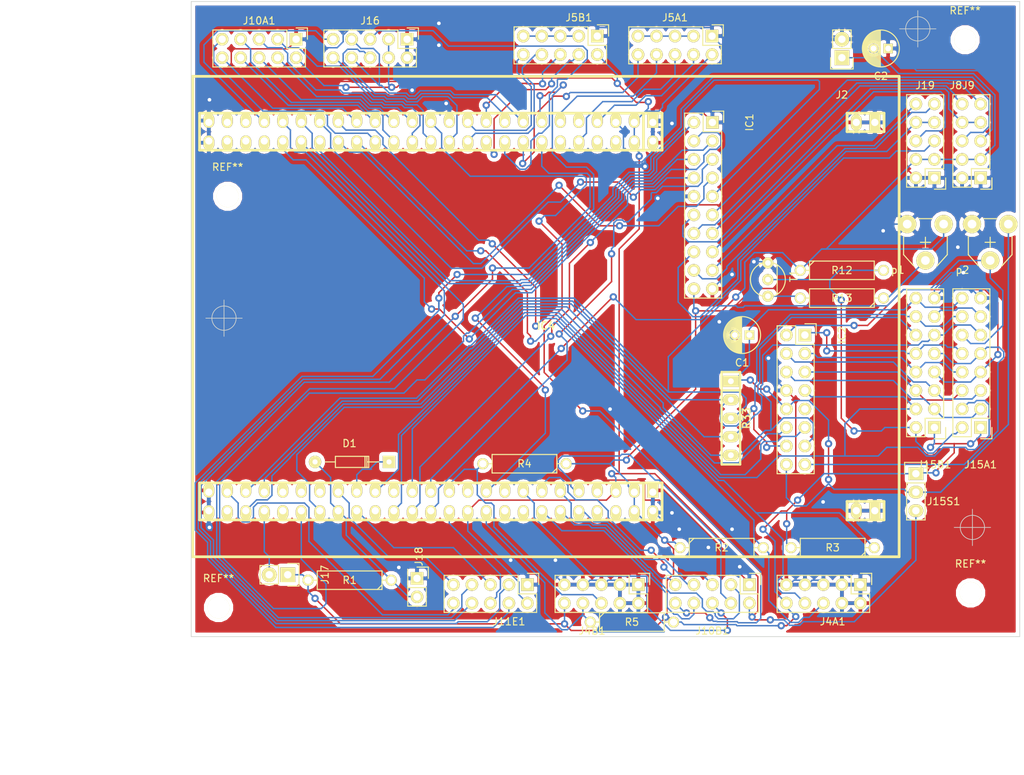
<source format=kicad_pcb>
(kicad_pcb (version 4) (host pcbnew 4.0.2-stable)
  (layers (0 F.Cu signal) (31 B.Cu signal) (35 F.Paste user) (37 F.SilkS user) (39 F.Mask user) (44 Edge.Cuts user))
  (net 0 "")
  (net 1 "Net-(C1-Pad1)")
  (net 2 GND)
  (net 3 +5V)
  (net 4 /PD0)
  (net 5 /PD1)
  (net 6 /PB8)
  (net 7 /PA15)
  (net 8 /PB3)
  (net 9 /PB5)
  (net 10 /PD10)
  (net 11 /PB12)
  (net 12 /PB13)
  (net 13 /PB15)
  (net 14 "Net-(IC1-Pad11)")
  (net 15 "Net-(IC1-Pad12)")
  (net 16 "Net-(IC1-Pad13)")
  (net 17 "Net-(IC1-Pad14)")
  (net 18 "Net-(IC1-Pad15)")
  (net 19 "Net-(IC1-Pad16)")
  (net 20 "Net-(IC1-Pad17)")
  (net 21 "Net-(IC1-Pad18)")
  (net 22 "Net-(IC2-Pad1)")
  (net 23 "Net-(IC2-Pad2)")
  (net 24 "Net-(IC2-Pad3)")
  (net 25 "Net-(IC2-Pad4)")
  (net 26 "Net-(IC2-Pad5)")
  (net 27 "Net-(IC2-Pad6)")
  (net 28 /PD7)
  (net 29 "Net-(IC2-Pad9)")
  (net 30 /PD6)
  (net 31 /PD3)
  (net 32 /PC11)
  (net 33 /PA8)
  (net 34 "Net-(IC2-Pad15)")
  (net 35 /PB10)
  (net 36 /PB11)
  (net 37 /PB6)
  (net 38 /PB9)
  (net 39 +3V3)
  (net 40 "Net-(J5A1-Pad3)")
  (net 41 /PC1)
  (net 42 /PC2)
  (net 43 /PA1)
  (net 44 /PA4)
  (net 45 "Net-(J5B1-Pad3)")
  (net 46 /PC4)
  (net 47 /PC5)
  (net 48 /PB0)
  (net 49 /PB1)
  (net 50 /PB14)
  (net 51 /PE8)
  (net 52 /PE9)
  (net 53 /PE10)
  (net 54 /PE11)
  (net 55 /PE12)
  (net 56 /PE13)
  (net 57 /PE14)
  (net 58 /PE15)
  (net 59 /PC13)
  (net 60 /PC14)
  (net 61 /PC15)
  (net 62 /PE2)
  (net 63 /PE4)
  (net 64 /PE5)
  (net 65 /PE6)
  (net 66 /PE7)
  (net 67 /PD9)
  (net 68 /PA3)
  (net 69 /PD2)
  (net 70 /PB7)
  (net 71 /PD8)
  (net 72 /PA2)
  (net 73 /PC12)
  (net 74 /PC6)
  (net 75 "Net-(J15A1-Pad2)")
  (net 76 /PC8)
  (net 77 "Net-(J15A1-Pad13)")
  (net 78 /PC9)
  (net 79 /PA6)
  (net 80 /PA7)
  (net 81 /PA5)
  (net 82 /PD11)
  (net 83 /PB2)
  (net 84 /PA9)
  (net 85 /PB4)
  (net 86 "Net-(R13-Pad1)")
  (net 87 "Net-(R13-Pad2)")
  (net 88 "Net-(IC4-Pad59)")
  (net 89 "Net-(IC4-Pad61)")
  (net 90 "Net-(IC4-Pad63)")
  (net 91 "Net-(IC4-Pad71)")
  (net 92 "Net-(IC4-Pad79)")
  (net 93 "Net-(IC4-Pad83)")
  (net 94 "Net-(IC4-Pad93)")
  (net 95 "Net-(IC4-Pad96)")
  (net 96 "Net-(IC4-Pad94)")
  (net 97 "Net-(IC4-Pad86)")
  (net 98 "Net-(IC4-Pad84)")
  (net 99 "Net-(IC4-Pad70)")
  (net 100 "Net-(IC4-Pad60)")
  (net 101 "Net-(IC4-Pad54)")
  (net 102 "Net-(IC4-Pad48)")
  (net 103 "Net-(IC4-Pad46)")
  (net 104 "Net-(IC4-Pad44)")
  (net 105 "Net-(IC4-Pad12)")
  (net 106 "Net-(IC4-Pad8)")
  (net 107 "Net-(IC4-Pad6)")
  (net 108 "Net-(IC4-Pad9)")
  (net 109 "Net-(IC4-Pad45)")
  (net 110 "Net-(IC4-Pad47)")
  (module Mounting_Holes:MountingHole_3mm (layer F.Cu) (at 111.25 64.75)
    (fp_text reference REF** (at 0 -4) (layer F.SilkS))
    (fp_text value MountingHole_3mm)
    (pad 1 np_thru_hole circle (at 0 0) (size 3 3) (drill 3) (layers *.Cu *.Mask F.SilkS))
  )
  (module w_conn_misc:stm32f4_discovery_header (layer F.Cu) (at 154.94 81.28)
    (fp_text reference IC4 (at 0 1.27) (layer F.SilkS) (effects (font (size 1.016 1.016) (thickness 0.2032))))
    (fp_text value STM32F4_Discovery_Header hide)
    (pad 51 thru_hole rect (at 45.16 26.67) (size 1.5 2.2) (drill 1.00076) (layers *.Cu *.Mask F.SilkS) (net 2 GND))
    (pad 52 thru_hole oval (at 42.62 26.67) (size 1.5 2.2) (drill 1.00076) (layers *.Cu *.Mask F.SilkS) (net 2 GND))
    (pad 51 thru_hole oval (at -46.28 24.13) (size 1.5 2) (drill 0.99822 (offset 0 -0.25)) (layers *.Cu *.Mask F.SilkS) (net 2 GND))
    (pad 53 thru_hole oval (at -43.74 24.13) (size 1.5 2) (drill 0.99822 (offset 0 -0.25)) (layers *.Cu *.Mask F.SilkS) (net 74 /PC6))
    (pad 55 thru_hole oval (at -41.2 24.13) (size 1.5 2) (drill 0.99822 (offset 0 -0.25)) (layers *.Cu *.Mask F.SilkS) (net 76 /PC8))
    (pad 57 thru_hole oval (at -38.66 24.13) (size 1.5 2) (drill 0.99822 (offset 0 -0.25)) (layers *.Cu *.Mask F.SilkS) (net 33 /PA8))
    (pad 59 thru_hole oval (at -36.12 24.13) (size 1.5 2) (drill 0.99822 (offset 0 -0.25)) (layers *.Cu *.Mask F.SilkS) (net 88 "Net-(IC4-Pad59)"))
    (pad 61 thru_hole oval (at -33.58 24.13) (size 1.5 2) (drill 0.99822 (offset 0 -0.25)) (layers *.Cu *.Mask F.SilkS) (net 89 "Net-(IC4-Pad61)"))
    (pad 63 thru_hole oval (at -31.04 24.13) (size 1.5 2) (drill 0.99822 (offset 0 -0.25)) (layers *.Cu *.Mask F.SilkS) (net 90 "Net-(IC4-Pad63)"))
    (pad 65 thru_hole oval (at -28.5 24.13) (size 1.5 2) (drill 0.99822 (offset 0 -0.25)) (layers *.Cu *.Mask F.SilkS) (net 73 /PC12))
    (pad 67 thru_hole oval (at -25.96 24.13) (size 1.5 2) (drill 0.99822 (offset 0 -0.25)) (layers *.Cu *.Mask F.SilkS) (net 5 /PD1))
    (pad 69 thru_hole oval (at -23.42 24.13) (size 1.5 2) (drill 0.99822 (offset 0 -0.25)) (layers *.Cu *.Mask F.SilkS) (net 31 /PD3))
    (pad 71 thru_hole oval (at -20.88 24.13) (size 1.5 2) (drill 0.99822 (offset 0 -0.25)) (layers *.Cu *.Mask F.SilkS) (net 91 "Net-(IC4-Pad71)"))
    (pad 73 thru_hole oval (at -18.34 24.13) (size 1.5 2) (drill 0.99822 (offset 0 -0.25)) (layers *.Cu *.Mask F.SilkS) (net 28 /PD7))
    (pad 75 thru_hole oval (at -15.8 24.13) (size 1.5 2) (drill 0.99822 (offset 0 -0.25)) (layers *.Cu *.Mask F.SilkS) (net 85 /PB4))
    (pad 77 thru_hole oval (at -13.26 24.13) (size 1.5 2) (drill 0.99822 (offset 0 -0.25)) (layers *.Cu *.Mask F.SilkS) (net 37 /PB6))
    (pad 79 thru_hole oval (at -10.72 24.13) (size 1.5 2) (drill 0.99822 (offset 0 -0.25)) (layers *.Cu *.Mask F.SilkS) (net 92 "Net-(IC4-Pad79)"))
    (pad 81 thru_hole oval (at -8.18 24.13) (size 1.5 2) (drill 0.99822 (offset 0 -0.25)) (layers *.Cu *.Mask F.SilkS) (net 6 /PB8))
    (pad 83 thru_hole oval (at -5.64 24.13) (size 1.5 2) (drill 0.99822 (offset 0 -0.25)) (layers *.Cu *.Mask F.SilkS) (net 93 "Net-(IC4-Pad83)"))
    (pad 85 thru_hole oval (at -3.1 24.13) (size 1.5 2) (drill 0.99822 (offset 0 -0.25)) (layers *.Cu *.Mask F.SilkS) (net 62 /PE2))
    (pad 87 thru_hole oval (at -0.56 24.13) (size 1.5 2) (drill 0.99822 (offset 0 -0.25)) (layers *.Cu *.Mask F.SilkS) (net 63 /PE4))
    (pad 89 thru_hole oval (at 1.98 24.13) (size 1.5 2) (drill 0.99822 (offset 0 -0.25)) (layers *.Cu *.Mask F.SilkS) (net 65 /PE6))
    (pad 91 thru_hole oval (at 4.52 24.13) (size 1.5 2) (drill 0.99822 (offset 0 -0.25)) (layers *.Cu *.Mask F.SilkS) (net 60 /PC14))
    (pad 93 thru_hole oval (at 7.06 24.13) (size 1.5 2) (drill 0.99822 (offset 0 -0.25)) (layers *.Cu *.Mask F.SilkS) (net 94 "Net-(IC4-Pad93)"))
    (pad 95 thru_hole oval (at 9.6 24.13) (size 1.5 2) (drill 0.99822 (offset 0 -0.25)) (layers *.Cu *.Mask F.SilkS) (net 39 +3V3))
    (pad 97 thru_hole oval (at 12.14 24.13) (size 1.5 2) (drill 0.99822 (offset 0 -0.25)) (layers *.Cu *.Mask F.SilkS) (net 3 +5V))
    (pad 99 thru_hole rect (at 14.68 24.13) (size 1.5 2) (drill 1.00076 (offset 0 -0.25)) (layers *.Cu *.Mask F.SilkS) (net 2 GND))
    (pad 100 thru_hole oval (at 14.68 26.67) (size 1.5 2) (drill 1.00076 (offset 0 0.25)) (layers *.Cu *.Mask F.SilkS) (net 2 GND))
    (pad 98 thru_hole oval (at 12.14 26.67) (size 1.5 2) (drill 1.00076 (offset 0 0.25)) (layers *.Cu *.Mask F.SilkS) (net 3 +5V))
    (pad 96 thru_hole oval (at 9.6 26.67) (size 1.5 2) (drill 1.00076 (offset 0 0.25)) (layers *.Cu *.Mask F.SilkS) (net 95 "Net-(IC4-Pad96)"))
    (pad 94 thru_hole oval (at 7.06 26.67) (size 1.5 2) (drill 1.00076 (offset 0 0.25)) (layers *.Cu *.Mask F.SilkS) (net 96 "Net-(IC4-Pad94)"))
    (pad 92 thru_hole oval (at 4.52 26.67) (size 1.5 2) (drill 1.00076 (offset 0 0.25)) (layers *.Cu *.Mask F.SilkS) (net 61 /PC15))
    (pad 90 thru_hole oval (at 1.98 26.67) (size 1.5 2) (drill 1.00076 (offset 0 0.25)) (layers *.Cu *.Mask F.SilkS) (net 59 /PC13))
    (pad 88 thru_hole oval (at -0.56 26.67) (size 1.5 2) (drill 1.00076 (offset 0 0.25)) (layers *.Cu *.Mask F.SilkS) (net 64 /PE5))
    (pad 86 thru_hole oval (at -3.1 26.67) (size 1.5 2) (drill 1.00076 (offset 0 0.25)) (layers *.Cu *.Mask F.SilkS) (net 97 "Net-(IC4-Pad86)"))
    (pad 84 thru_hole oval (at -5.64 26.67) (size 1.5 2) (drill 1.00076 (offset 0 0.25)) (layers *.Cu *.Mask F.SilkS) (net 98 "Net-(IC4-Pad84)"))
    (pad 82 thru_hole oval (at -8.18 26.67) (size 1.5 2) (drill 1.00076 (offset 0 0.25)) (layers *.Cu *.Mask F.SilkS) (net 38 /PB9))
    (pad 80 thru_hole oval (at -10.72 26.67) (size 1.5 2) (drill 1.00076 (offset 0 0.25)) (layers *.Cu *.Mask F.SilkS) (net 39 +3V3))
    (pad 78 thru_hole oval (at -13.26 26.67) (size 1.5 2) (drill 1.00076 (offset 0 0.25)) (layers *.Cu *.Mask F.SilkS) (net 70 /PB7))
    (pad 76 thru_hole oval (at -15.8 26.67) (size 1.5 2) (drill 1.00076 (offset 0 0.25)) (layers *.Cu *.Mask F.SilkS) (net 9 /PB5))
    (pad 74 thru_hole oval (at -18.34 26.67) (size 1.5 2) (drill 1.00076 (offset 0 0.25)) (layers *.Cu *.Mask F.SilkS) (net 8 /PB3))
    (pad 72 thru_hole oval (at -20.88 26.67) (size 1.5 2) (drill 1.00076 (offset 0 0.25)) (layers *.Cu *.Mask F.SilkS) (net 30 /PD6))
    (pad 70 thru_hole oval (at -23.42 26.67) (size 1.5 2) (drill 1.00076 (offset 0 0.25)) (layers *.Cu *.Mask F.SilkS) (net 99 "Net-(IC4-Pad70)"))
    (pad 68 thru_hole oval (at -25.96 26.67) (size 1.5 2) (drill 1.00076 (offset 0 0.25)) (layers *.Cu *.Mask F.SilkS) (net 69 /PD2))
    (pad 66 thru_hole oval (at -28.5 26.67) (size 1.5 2) (drill 1.00076 (offset 0 0.25)) (layers *.Cu *.Mask F.SilkS) (net 4 /PD0))
    (pad 64 thru_hole oval (at -31.04 26.67) (size 1.5 2) (drill 1.00076 (offset 0 0.25)) (layers *.Cu *.Mask F.SilkS) (net 32 /PC11))
    (pad 62 thru_hole oval (at -33.58 26.67) (size 1.5 2) (drill 1.00076 (offset 0 0.25)) (layers *.Cu *.Mask F.SilkS) (net 7 /PA15))
    (pad 60 thru_hole oval (at -36.12 26.67) (size 1.5 2) (drill 1.00076 (offset 0 0.25)) (layers *.Cu *.Mask F.SilkS) (net 100 "Net-(IC4-Pad60)"))
    (pad 58 thru_hole oval (at -38.66 26.67) (size 1.5 2) (drill 1.00076 (offset 0 0.25)) (layers *.Cu *.Mask F.SilkS) (net 84 /PA9))
    (pad 56 thru_hole oval (at -41.2 26.67) (size 1.5 2) (drill 1.00076 (offset 0 0.25)) (layers *.Cu *.Mask F.SilkS) (net 78 /PC9))
    (pad 54 thru_hole oval (at -43.74 26.67) (size 1.5 2) (drill 1.00076 (offset 0 0.25)) (layers *.Cu *.Mask F.SilkS) (net 101 "Net-(IC4-Pad54)"))
    (pad 52 thru_hole oval (at -46.28 26.67) (size 1.5 2) (drill 1.00076 (offset 0 0.25)) (layers *.Cu *.Mask F.SilkS) (net 2 GND))
    (pad 50 thru_hole oval (at -46.28 -24.13) (size 1.5 2) (drill 1.00076 (offset 0 0.25)) (layers *.Cu *.Mask F.SilkS) (net 2 GND))
    (pad 48 thru_hole oval (at -43.74 -24.13) (size 1.5 2) (drill 1.00076 (offset 0 0.25)) (layers *.Cu *.Mask F.SilkS) (net 102 "Net-(IC4-Pad48)"))
    (pad 46 thru_hole oval (at -41.2 -24.13) (size 1.5 2) (drill 1.00076 (offset 0 0.25)) (layers *.Cu *.Mask F.SilkS) (net 103 "Net-(IC4-Pad46)"))
    (pad 44 thru_hole oval (at -38.66 -24.13) (size 1.5 2) (drill 1.00076 (offset 0 0.25)) (layers *.Cu *.Mask F.SilkS) (net 104 "Net-(IC4-Pad44)"))
    (pad 42 thru_hole oval (at -36.12 -24.13) (size 1.5 2) (drill 1.00076 (offset 0 0.25)) (layers *.Cu *.Mask F.SilkS) (net 10 /PD10))
    (pad 40 thru_hole oval (at -33.58 -24.13) (size 1.5 2) (drill 1.00076 (offset 0 0.25)) (layers *.Cu *.Mask F.SilkS) (net 71 /PD8))
    (pad 38 thru_hole oval (at -31.04 -24.13) (size 1.5 2) (drill 1.00076 (offset 0 0.25)) (layers *.Cu *.Mask F.SilkS) (net 50 /PB14))
    (pad 36 thru_hole oval (at -28.5 -24.13) (size 1.5 2) (drill 1.00076 (offset 0 0.25)) (layers *.Cu *.Mask F.SilkS) (net 11 /PB12))
    (pad 34 thru_hole oval (at -25.96 -24.13) (size 1.5 2) (drill 1.00076 (offset 0 0.25)) (layers *.Cu *.Mask F.SilkS) (net 35 /PB10))
    (pad 32 thru_hole oval (at -23.42 -24.13) (size 1.5 2) (drill 1.00076 (offset 0 0.25)) (layers *.Cu *.Mask F.SilkS) (net 57 /PE14))
    (pad 30 thru_hole oval (at -20.88 -24.13) (size 1.5 2) (drill 1.00076 (offset 0 0.25)) (layers *.Cu *.Mask F.SilkS) (net 55 /PE12))
    (pad 28 thru_hole oval (at -18.34 -24.13) (size 1.5 2) (drill 1.00076 (offset 0 0.25)) (layers *.Cu *.Mask F.SilkS) (net 53 /PE10))
    (pad 26 thru_hole oval (at -15.8 -24.13) (size 1.5 2) (drill 1.00076 (offset 0 0.25)) (layers *.Cu *.Mask F.SilkS) (net 51 /PE8))
    (pad 24 thru_hole oval (at -13.26 -24.13) (size 1.5 2) (drill 1.00076 (offset 0 0.25)) (layers *.Cu *.Mask F.SilkS) (net 83 /PB2))
    (pad 22 thru_hole oval (at -10.72 -24.13) (size 1.5 2) (drill 1.00076 (offset 0 0.25)) (layers *.Cu *.Mask F.SilkS) (net 48 /PB0))
    (pad 20 thru_hole oval (at -8.18 -24.13) (size 1.5 2) (drill 1.00076 (offset 0 0.25)) (layers *.Cu *.Mask F.SilkS) (net 46 /PC4))
    (pad 18 thru_hole oval (at -5.64 -24.13) (size 1.5 2) (drill 1.00076 (offset 0 0.25)) (layers *.Cu *.Mask F.SilkS) (net 79 /PA6))
    (pad 16 thru_hole oval (at -3.1 -24.13) (size 1.5 2) (drill 1.00076 (offset 0 0.25)) (layers *.Cu *.Mask F.SilkS) (net 44 /PA4))
    (pad 14 thru_hole oval (at -0.56 -24.13) (size 1.5 2) (drill 1.00076 (offset 0 0.25)) (layers *.Cu *.Mask F.SilkS) (net 72 /PA2))
    (pad 12 thru_hole oval (at 1.98 -24.13) (size 1.5 2) (drill 1.00076 (offset 0 0.25)) (layers *.Cu *.Mask F.SilkS) (net 105 "Net-(IC4-Pad12)"))
    (pad 10 thru_hole oval (at 4.52 -24.13) (size 1.5 2) (drill 1.00076 (offset 0 0.25)) (layers *.Cu *.Mask F.SilkS) (net 42 /PC2))
    (pad 8 thru_hole oval (at 7.06 -24.13) (size 1.5 2) (drill 1.00076 (offset 0 0.25)) (layers *.Cu *.Mask F.SilkS) (net 106 "Net-(IC4-Pad8)"))
    (pad 6 thru_hole oval (at 9.6 -24.13) (size 1.5 2) (drill 1.00076 (offset 0 0.25)) (layers *.Cu *.Mask F.SilkS) (net 107 "Net-(IC4-Pad6)"))
    (pad 4 thru_hole oval (at 12.14 -24.13) (size 1.5 2) (drill 1.00076 (offset 0 0.25)) (layers *.Cu *.Mask F.SilkS) (net 39 +3V3))
    (pad 2 thru_hole oval (at 14.68 -24.13) (size 1.5 2) (drill 1.00076 (offset 0 0.25)) (layers *.Cu *.Mask F.SilkS) (net 2 GND))
    (pad 1 thru_hole rect (at 14.68 -26.67) (size 1.5 2) (drill 1.00076 (offset 0 -0.25)) (layers *.Cu *.Mask F.SilkS) (net 2 GND))
    (pad 3 thru_hole oval (at 12.14 -26.67) (size 1.5 2) (drill 0.99822 (offset 0 -0.25)) (layers *.Cu *.Mask F.SilkS) (net 39 +3V3))
    (pad 5 thru_hole oval (at 9.6 -26.67) (size 1.5 2) (drill 0.99822 (offset 0 -0.25)) (layers *.Cu *.Mask F.SilkS) (net 2 GND))
    (pad 7 thru_hole oval (at 7.06 -26.67) (size 1.5 2) (drill 0.99822 (offset 0 -0.25)) (layers *.Cu *.Mask F.SilkS) (net 41 /PC1))
    (pad 9 thru_hole oval (at 4.52 -26.67) (size 1.5 2) (drill 0.99822 (offset 0 -0.25)) (layers *.Cu *.Mask F.SilkS) (net 108 "Net-(IC4-Pad9)"))
    (pad 11 thru_hole oval (at 1.98 -26.67) (size 1.5 2) (drill 0.99822 (offset 0 -0.25)) (layers *.Cu *.Mask F.SilkS) (net 43 /PA1))
    (pad 13 thru_hole oval (at -0.56 -26.67) (size 1.5 2) (drill 0.99822 (offset 0 -0.25)) (layers *.Cu *.Mask F.SilkS) (net 68 /PA3))
    (pad 15 thru_hole oval (at -3.1 -26.67) (size 1.5 2) (drill 0.99822 (offset 0 -0.25)) (layers *.Cu *.Mask F.SilkS) (net 81 /PA5))
    (pad 17 thru_hole oval (at -5.64 -26.67) (size 1.5 2) (drill 0.99822 (offset 0 -0.25)) (layers *.Cu *.Mask F.SilkS) (net 80 /PA7))
    (pad 19 thru_hole oval (at -8.18 -26.67) (size 1.5 2) (drill 0.99822 (offset 0 -0.25)) (layers *.Cu *.Mask F.SilkS) (net 47 /PC5))
    (pad 21 thru_hole oval (at -10.72 -26.67) (size 1.5 2) (drill 0.99822 (offset 0 -0.25)) (layers *.Cu *.Mask F.SilkS) (net 49 /PB1))
    (pad 23 thru_hole oval (at -13.26 -26.67) (size 1.5 2) (drill 0.99822 (offset 0 -0.25)) (layers *.Cu *.Mask F.SilkS) (net 2 GND))
    (pad 25 thru_hole oval (at -15.8 -26.67) (size 1.5 2) (drill 0.99822 (offset 0 -0.25)) (layers *.Cu *.Mask F.SilkS) (net 66 /PE7))
    (pad 27 thru_hole oval (at -18.34 -26.67) (size 1.5 2) (drill 0.99822 (offset 0 -0.25)) (layers *.Cu *.Mask F.SilkS) (net 52 /PE9))
    (pad 29 thru_hole oval (at -20.88 -26.67) (size 1.5 2) (drill 0.99822 (offset 0 -0.25)) (layers *.Cu *.Mask F.SilkS) (net 54 /PE11))
    (pad 31 thru_hole oval (at -23.42 -26.67) (size 1.5 2) (drill 0.99822 (offset 0 -0.25)) (layers *.Cu *.Mask F.SilkS) (net 56 /PE13))
    (pad 33 thru_hole oval (at -25.96 -26.67) (size 1.5 2) (drill 0.99822 (offset 0 -0.25)) (layers *.Cu *.Mask F.SilkS) (net 58 /PE15))
    (pad 35 thru_hole oval (at -28.5 -26.67) (size 1.5 2) (drill 0.99822 (offset 0 -0.25)) (layers *.Cu *.Mask F.SilkS) (net 36 /PB11))
    (pad 37 thru_hole oval (at -31.04 -26.67) (size 1.5 2) (drill 0.99822 (offset 0 -0.25)) (layers *.Cu *.Mask F.SilkS) (net 12 /PB13))
    (pad 39 thru_hole oval (at -33.58 -26.67) (size 1.5 2) (drill 0.99822 (offset 0 -0.25)) (layers *.Cu *.Mask F.SilkS) (net 13 /PB15))
    (pad 41 thru_hole oval (at -36.12 -26.67) (size 1.5 2) (drill 0.99822 (offset 0 -0.25)) (layers *.Cu *.Mask F.SilkS) (net 67 /PD9))
    (pad 43 thru_hole oval (at -38.66 -26.67) (size 1.5 2) (drill 0.99822 (offset 0 -0.25)) (layers *.Cu *.Mask F.SilkS) (net 82 /PD11))
    (pad 45 thru_hole oval (at -41.2 -26.67) (size 1.5 2) (drill 0.99822 (offset 0 -0.25)) (layers *.Cu *.Mask F.SilkS) (net 109 "Net-(IC4-Pad45)"))
    (pad 47 thru_hole oval (at -43.74 -26.67) (size 1.5 2) (drill 0.99822 (offset 0 -0.25)) (layers *.Cu *.Mask F.SilkS) (net 110 "Net-(IC4-Pad47)"))
    (pad 49 thru_hole oval (at -46.28 -26.67) (size 1.5 2) (drill 0.99822 (offset 0 -0.25)) (layers *.Cu *.Mask F.SilkS) (net 2 GND))
    (pad 50 thru_hole oval (at 42.62 -26.67) (size 1.5 2.2) (drill 1.00076) (layers *.Cu *.Mask F.SilkS) (net 2 GND))
    (pad 49 thru_hole rect (at 45.16 -26.67) (size 1.5 2.2) (drill 1.00076) (layers *.Cu *.Mask F.SilkS) (net 2 GND))
  )
  (module Capacitors_ThroughHole:C_Radial_D5_L11_P2 (layer F.Cu) (at 182.88 83.82 180)
    (fp_text reference C1 (at 1 -3.8 180) (layer F.SilkS))
    (fp_text value C)
    (pad 1 thru_hole rect (at 0 0 180) (size 1.3 1.3) (drill 0.8) (layers *.Cu *.Mask F.SilkS) (net 1 "Net-(C1-Pad1)"))
    (pad 2 thru_hole circle (at 2 0 180) (size 1.3 1.3) (drill 0.8) (layers *.Cu *.Mask F.SilkS) (net 2 GND))
  )
  (module Capacitors_ThroughHole:C_Radial_D5_L11_P2 (layer F.Cu) (at 201.93 44.45 180)
    (fp_text reference C2 (at 1 -3.8 180) (layer F.SilkS))
    (fp_text value C)
    (pad 1 thru_hole rect (at 0 0 180) (size 1.3 1.3) (drill 0.8) (layers *.Cu *.Mask F.SilkS) (net 2 GND))
    (pad 2 thru_hole circle (at 2 0 180) (size 1.3 1.3) (drill 0.8) (layers *.Cu *.Mask F.SilkS) (net 3 +5V))
  )
  (module Diodes_ThroughHole:Diode_DO-35_SOD27_Horizontal_RM10 (layer F.Cu) (at 133.41052 101.24746 180)
    (fp_text reference D1 (at 5.43052 2.53746 180) (layer F.SilkS))
    (fp_text value D)
    (pad 2 thru_hole circle (at 10.16052 -0.00254) (size 1.69926 1.69926) (drill 0.70104) (layers *.Cu *.Mask F.SilkS) (net 4 /PD0))
    (pad 1 thru_hole rect (at 0.00052 -0.00254) (size 1.69926 1.69926) (drill 0.70104) (layers *.Cu *.Mask F.SilkS) (net 5 /PD1))
  )
  (module Socket_Strips:Socket_Strip_Straight_2x10 (layer F.Cu) (at 177.8 54.61 270)
    (fp_text reference IC1 (at 0 -5.1 270) (layer F.SilkS))
    (fp_text value 74HCT541_PWR)
    (pad 1 thru_hole rect (at 0 0 270) (size 1.7272 1.7272) (drill 1.016) (layers *.Cu *.Mask F.SilkS) (net 2 GND))
    (pad 2 thru_hole oval (at 0 2.54 270) (size 1.7272 1.7272) (drill 1.016) (layers *.Cu *.Mask F.SilkS) (net 6 /PB8))
    (pad 3 thru_hole oval (at 2.54 0 270) (size 1.7272 1.7272) (drill 1.016) (layers *.Cu *.Mask F.SilkS) (net 7 /PA15))
    (pad 4 thru_hole oval (at 2.54 2.54 270) (size 1.7272 1.7272) (drill 1.016) (layers *.Cu *.Mask F.SilkS) (net 8 /PB3))
    (pad 5 thru_hole oval (at 5.08 0 270) (size 1.7272 1.7272) (drill 1.016) (layers *.Cu *.Mask F.SilkS) (net 9 /PB5))
    (pad 6 thru_hole oval (at 5.08 2.54 270) (size 1.7272 1.7272) (drill 1.016) (layers *.Cu *.Mask F.SilkS) (net 10 /PD10))
    (pad 7 thru_hole oval (at 7.62 0 270) (size 1.7272 1.7272) (drill 1.016) (layers *.Cu *.Mask F.SilkS) (net 11 /PB12))
    (pad 8 thru_hole oval (at 7.62 2.54 270) (size 1.7272 1.7272) (drill 1.016) (layers *.Cu *.Mask F.SilkS) (net 12 /PB13))
    (pad 9 thru_hole oval (at 10.16 0 270) (size 1.7272 1.7272) (drill 1.016) (layers *.Cu *.Mask F.SilkS) (net 13 /PB15))
    (pad 10 thru_hole oval (at 10.16 2.54 270) (size 1.7272 1.7272) (drill 1.016) (layers *.Cu *.Mask F.SilkS) (net 2 GND))
    (pad 11 thru_hole oval (at 12.7 0 270) (size 1.7272 1.7272) (drill 1.016) (layers *.Cu *.Mask F.SilkS) (net 14 "Net-(IC1-Pad11)"))
    (pad 12 thru_hole oval (at 12.7 2.54 270) (size 1.7272 1.7272) (drill 1.016) (layers *.Cu *.Mask F.SilkS) (net 15 "Net-(IC1-Pad12)"))
    (pad 13 thru_hole oval (at 15.24 0 270) (size 1.7272 1.7272) (drill 1.016) (layers *.Cu *.Mask F.SilkS) (net 16 "Net-(IC1-Pad13)"))
    (pad 14 thru_hole oval (at 15.24 2.54 270) (size 1.7272 1.7272) (drill 1.016) (layers *.Cu *.Mask F.SilkS) (net 17 "Net-(IC1-Pad14)"))
    (pad 15 thru_hole oval (at 17.78 0 270) (size 1.7272 1.7272) (drill 1.016) (layers *.Cu *.Mask F.SilkS) (net 18 "Net-(IC1-Pad15)"))
    (pad 16 thru_hole oval (at 17.78 2.54 270) (size 1.7272 1.7272) (drill 1.016) (layers *.Cu *.Mask F.SilkS) (net 19 "Net-(IC1-Pad16)"))
    (pad 17 thru_hole oval (at 20.32 0 270) (size 1.7272 1.7272) (drill 1.016) (layers *.Cu *.Mask F.SilkS) (net 20 "Net-(IC1-Pad17)"))
    (pad 18 thru_hole oval (at 20.32 2.54 270) (size 1.7272 1.7272) (drill 1.016) (layers *.Cu *.Mask F.SilkS) (net 21 "Net-(IC1-Pad18)"))
    (pad 19 thru_hole oval (at 22.86 0 270) (size 1.7272 1.7272) (drill 1.016) (layers *.Cu *.Mask F.SilkS) (net 2 GND))
    (pad 20 thru_hole oval (at 22.86 2.54 270) (size 1.7272 1.7272) (drill 1.016) (layers *.Cu *.Mask F.SilkS) (net 3 +5V))
  )
  (module Socket_Strips:Socket_Strip_Straight_2x08 (layer F.Cu) (at 190.5 83.82 270)
    (fp_text reference IC2 (at 0 -5.1 270) (layer F.SilkS))
    (fp_text value 74HC595)
    (pad 1 thru_hole rect (at 0 0 270) (size 1.7272 1.7272) (drill 1.016) (layers *.Cu *.Mask F.SilkS) (net 22 "Net-(IC2-Pad1)"))
    (pad 2 thru_hole oval (at 0 2.54 270) (size 1.7272 1.7272) (drill 1.016) (layers *.Cu *.Mask F.SilkS) (net 23 "Net-(IC2-Pad2)"))
    (pad 3 thru_hole oval (at 2.54 0 270) (size 1.7272 1.7272) (drill 1.016) (layers *.Cu *.Mask F.SilkS) (net 24 "Net-(IC2-Pad3)"))
    (pad 4 thru_hole oval (at 2.54 2.54 270) (size 1.7272 1.7272) (drill 1.016) (layers *.Cu *.Mask F.SilkS) (net 25 "Net-(IC2-Pad4)"))
    (pad 5 thru_hole oval (at 5.08 0 270) (size 1.7272 1.7272) (drill 1.016) (layers *.Cu *.Mask F.SilkS) (net 26 "Net-(IC2-Pad5)"))
    (pad 6 thru_hole oval (at 5.08 2.54 270) (size 1.7272 1.7272) (drill 1.016) (layers *.Cu *.Mask F.SilkS) (net 27 "Net-(IC2-Pad6)"))
    (pad 7 thru_hole oval (at 7.62 0 270) (size 1.7272 1.7272) (drill 1.016) (layers *.Cu *.Mask F.SilkS) (net 28 /PD7))
    (pad 8 thru_hole oval (at 7.62 2.54 270) (size 1.7272 1.7272) (drill 1.016) (layers *.Cu *.Mask F.SilkS) (net 2 GND))
    (pad 9 thru_hole oval (at 10.16 0 270) (size 1.7272 1.7272) (drill 1.016) (layers *.Cu *.Mask F.SilkS) (net 29 "Net-(IC2-Pad9)"))
    (pad 10 thru_hole oval (at 10.16 2.54 270) (size 1.7272 1.7272) (drill 1.016) (layers *.Cu *.Mask F.SilkS) (net 1 "Net-(C1-Pad1)"))
    (pad 11 thru_hole oval (at 12.7 0 270) (size 1.7272 1.7272) (drill 1.016) (layers *.Cu *.Mask F.SilkS) (net 30 /PD6))
    (pad 12 thru_hole oval (at 12.7 2.54 270) (size 1.7272 1.7272) (drill 1.016) (layers *.Cu *.Mask F.SilkS) (net 31 /PD3))
    (pad 13 thru_hole oval (at 15.24 0 270) (size 1.7272 1.7272) (drill 1.016) (layers *.Cu *.Mask F.SilkS) (net 32 /PC11))
    (pad 14 thru_hole oval (at 15.24 2.54 270) (size 1.7272 1.7272) (drill 1.016) (layers *.Cu *.Mask F.SilkS) (net 33 /PA8))
    (pad 15 thru_hole oval (at 17.78 0 270) (size 1.7272 1.7272) (drill 1.016) (layers *.Cu *.Mask F.SilkS) (net 34 "Net-(IC2-Pad15)"))
    (pad 16 thru_hole oval (at 17.78 2.54 270) (size 1.7272 1.7272) (drill 1.016) (layers *.Cu *.Mask F.SilkS) (net 1 "Net-(C1-Pad1)"))
  )
  (module Pin_Headers:Pin_Header_Straight_1x02 (layer F.Cu) (at 195.58 45.72 180)
    (fp_text reference J2 (at 0 -5.1 180) (layer F.SilkS))
    (fp_text value CONN_2)
    (pad 1 thru_hole rect (at 0 0 180) (size 2.032 2.032) (drill 1.016) (layers *.Cu *.Mask F.SilkS) (net 3 +5V))
    (pad 2 thru_hole oval (at 0 2.54 180) (size 2.032 2.032) (drill 1.016) (layers *.Cu *.Mask F.SilkS) (net 2 GND))
  )
  (module Pin_Headers:Pin_Header_Straight_2x05 (layer F.Cu) (at 198.12 118.11 270)
    (fp_text reference J4A1 (at 5.08 3.81 360) (layer F.SilkS))
    (fp_text value CONN_02X05)
    (pad 1 thru_hole rect (at 0 0 270) (size 1.7272 1.7272) (drill 1.016) (layers *.Cu *.Mask F.SilkS) (net 2 GND))
    (pad 2 thru_hole oval (at 2.54 0 270) (size 1.7272 1.7272) (drill 1.016) (layers *.Cu *.Mask F.SilkS) (net 2 GND))
    (pad 3 thru_hole oval (at 0 2.54 270) (size 1.7272 1.7272) (drill 1.016) (layers *.Cu *.Mask F.SilkS) (net 2 GND))
    (pad 4 thru_hole oval (at 2.54 2.54 270) (size 1.7272 1.7272) (drill 1.016) (layers *.Cu *.Mask F.SilkS) (net 2 GND))
    (pad 5 thru_hole oval (at 0 5.08 270) (size 1.7272 1.7272) (drill 1.016) (layers *.Cu *.Mask F.SilkS) (net 2 GND))
    (pad 6 thru_hole oval (at 2.54 5.08 270) (size 1.7272 1.7272) (drill 1.016) (layers *.Cu *.Mask F.SilkS) (net 35 /PB10))
    (pad 7 thru_hole oval (at 0 7.62 270) (size 1.7272 1.7272) (drill 1.016) (layers *.Cu *.Mask F.SilkS) (net 2 GND))
    (pad 8 thru_hole oval (at 2.54 7.62 270) (size 1.7272 1.7272) (drill 1.016) (layers *.Cu *.Mask F.SilkS) (net 36 /PB11))
    (pad 9 thru_hole oval (at 0 10.16 270) (size 1.7272 1.7272) (drill 1.016) (layers *.Cu *.Mask F.SilkS) (net 2 GND))
    (pad 10 thru_hole oval (at 2.54 10.16 270) (size 1.7272 1.7272) (drill 1.016) (layers *.Cu *.Mask F.SilkS) (net 3 +5V))
  )
  (module Pin_Headers:Pin_Header_Straight_2x05 (layer F.Cu) (at 167.64 118.11 270)
    (fp_text reference J4B1 (at 6.35 6.35 360) (layer F.SilkS))
    (fp_text value CONN_02X05)
    (pad 1 thru_hole rect (at 0 0 270) (size 1.7272 1.7272) (drill 1.016) (layers *.Cu *.Mask F.SilkS) (net 2 GND))
    (pad 2 thru_hole oval (at 2.54 0 270) (size 1.7272 1.7272) (drill 1.016) (layers *.Cu *.Mask F.SilkS) (net 2 GND))
    (pad 3 thru_hole oval (at 0 2.54 270) (size 1.7272 1.7272) (drill 1.016) (layers *.Cu *.Mask F.SilkS) (net 2 GND))
    (pad 4 thru_hole oval (at 2.54 2.54 270) (size 1.7272 1.7272) (drill 1.016) (layers *.Cu *.Mask F.SilkS) (net 2 GND))
    (pad 5 thru_hole oval (at 0 5.08 270) (size 1.7272 1.7272) (drill 1.016) (layers *.Cu *.Mask F.SilkS) (net 2 GND))
    (pad 6 thru_hole oval (at 2.54 5.08 270) (size 1.7272 1.7272) (drill 1.016) (layers *.Cu *.Mask F.SilkS) (net 37 /PB6))
    (pad 7 thru_hole oval (at 0 7.62 270) (size 1.7272 1.7272) (drill 1.016) (layers *.Cu *.Mask F.SilkS) (net 2 GND))
    (pad 8 thru_hole oval (at 2.54 7.62 270) (size 1.7272 1.7272) (drill 1.016) (layers *.Cu *.Mask F.SilkS) (net 38 /PB9))
    (pad 9 thru_hole oval (at 0 10.16 270) (size 1.7272 1.7272) (drill 1.016) (layers *.Cu *.Mask F.SilkS) (net 2 GND))
    (pad 10 thru_hole oval (at 2.54 10.16 270) (size 1.7272 1.7272) (drill 1.016) (layers *.Cu *.Mask F.SilkS) (net 3 +5V))
  )
  (module Pin_Headers:Pin_Header_Straight_2x05 (layer F.Cu) (at 177.75 42.75 270)
    (fp_text reference J5A1 (at -2.54 5.08 360) (layer F.SilkS))
    (fp_text value CONN_02X05)
    (pad 1 thru_hole rect (at 0 0 270) (size 1.7272 1.7272) (drill 1.016) (layers *.Cu *.Mask F.SilkS) (net 2 GND))
    (pad 2 thru_hole oval (at 2.54 0 270) (size 1.7272 1.7272) (drill 1.016) (layers *.Cu *.Mask F.SilkS) (net 39 +3V3))
    (pad 3 thru_hole oval (at 0 2.54 270) (size 1.7272 1.7272) (drill 1.016) (layers *.Cu *.Mask F.SilkS) (net 40 "Net-(J5A1-Pad3)"))
    (pad 4 thru_hole oval (at 2.54 2.54 270) (size 1.7272 1.7272) (drill 1.016) (layers *.Cu *.Mask F.SilkS) (net 41 /PC1))
    (pad 5 thru_hole oval (at 0 5.08 270) (size 1.7272 1.7272) (drill 1.016) (layers *.Cu *.Mask F.SilkS) (net 40 "Net-(J5A1-Pad3)"))
    (pad 6 thru_hole oval (at 2.54 5.08 270) (size 1.7272 1.7272) (drill 1.016) (layers *.Cu *.Mask F.SilkS) (net 42 /PC2))
    (pad 7 thru_hole oval (at 0 7.62 270) (size 1.7272 1.7272) (drill 1.016) (layers *.Cu *.Mask F.SilkS) (net 40 "Net-(J5A1-Pad3)"))
    (pad 8 thru_hole oval (at 2.54 7.62 270) (size 1.7272 1.7272) (drill 1.016) (layers *.Cu *.Mask F.SilkS) (net 43 /PA1))
    (pad 9 thru_hole oval (at 0 10.16 270) (size 1.7272 1.7272) (drill 1.016) (layers *.Cu *.Mask F.SilkS) (net 40 "Net-(J5A1-Pad3)"))
    (pad 10 thru_hole oval (at 2.54 10.16 270) (size 1.7272 1.7272) (drill 1.016) (layers *.Cu *.Mask F.SilkS) (net 44 /PA4))
  )
  (module Pin_Headers:Pin_Header_Straight_2x05 (layer F.Cu) (at 162 42.75 270)
    (fp_text reference J5B1 (at -2.54 2.54 360) (layer F.SilkS))
    (fp_text value CONN_02X05)
    (pad 1 thru_hole rect (at 0 0 270) (size 1.7272 1.7272) (drill 1.016) (layers *.Cu *.Mask F.SilkS) (net 2 GND))
    (pad 2 thru_hole oval (at 2.54 0 270) (size 1.7272 1.7272) (drill 1.016) (layers *.Cu *.Mask F.SilkS) (net 39 +3V3))
    (pad 3 thru_hole oval (at 0 2.54 270) (size 1.7272 1.7272) (drill 1.016) (layers *.Cu *.Mask F.SilkS) (net 45 "Net-(J5B1-Pad3)"))
    (pad 4 thru_hole oval (at 2.54 2.54 270) (size 1.7272 1.7272) (drill 1.016) (layers *.Cu *.Mask F.SilkS) (net 46 /PC4))
    (pad 5 thru_hole oval (at 0 5.08 270) (size 1.7272 1.7272) (drill 1.016) (layers *.Cu *.Mask F.SilkS) (net 45 "Net-(J5B1-Pad3)"))
    (pad 6 thru_hole oval (at 2.54 5.08 270) (size 1.7272 1.7272) (drill 1.016) (layers *.Cu *.Mask F.SilkS) (net 47 /PC5))
    (pad 7 thru_hole oval (at 0 7.62 270) (size 1.7272 1.7272) (drill 1.016) (layers *.Cu *.Mask F.SilkS) (net 45 "Net-(J5B1-Pad3)"))
    (pad 8 thru_hole oval (at 2.54 7.62 270) (size 1.7272 1.7272) (drill 1.016) (layers *.Cu *.Mask F.SilkS) (net 48 /PB0))
    (pad 9 thru_hole oval (at 0 10.16 270) (size 1.7272 1.7272) (drill 1.016) (layers *.Cu *.Mask F.SilkS) (net 45 "Net-(J5B1-Pad3)"))
    (pad 10 thru_hole oval (at 2.54 10.16 270) (size 1.7272 1.7272) (drill 1.016) (layers *.Cu *.Mask F.SilkS) (net 49 /PB1))
  )
  (module Pin_Headers:Pin_Header_Straight_2x05 (layer F.Cu) (at 214.63 62.23 180)
    (fp_text reference J8J9 (at 2.54 12.7 180) (layer F.SilkS))
    (fp_text value CONN_02X05)
    (pad 1 thru_hole rect (at 0 0 180) (size 1.7272 1.7272) (drill 1.016) (layers *.Cu *.Mask F.SilkS) (net 2 GND))
    (pad 2 thru_hole oval (at 2.54 0 180) (size 1.7272 1.7272) (drill 1.016) (layers *.Cu *.Mask F.SilkS) (net 2 GND))
    (pad 3 thru_hole oval (at 0 2.54 180) (size 1.7272 1.7272) (drill 1.016) (layers *.Cu *.Mask F.SilkS) (net 3 +5V))
    (pad 4 thru_hole oval (at 2.54 2.54 180) (size 1.7272 1.7272) (drill 1.016) (layers *.Cu *.Mask F.SilkS) (net 3 +5V))
    (pad 5 thru_hole oval (at 0 5.08 180) (size 1.7272 1.7272) (drill 1.016) (layers *.Cu *.Mask F.SilkS) (net 50 /PB14))
    (pad 6 thru_hole oval (at 2.54 5.08 180) (size 1.7272 1.7272) (drill 1.016) (layers *.Cu *.Mask F.SilkS) (net 14 "Net-(IC1-Pad11)"))
    (pad 7 thru_hole oval (at 0 7.62 180) (size 1.7272 1.7272) (drill 1.016) (layers *.Cu *.Mask F.SilkS) (net 15 "Net-(IC1-Pad12)"))
    (pad 8 thru_hole oval (at 2.54 7.62 180) (size 1.7272 1.7272) (drill 1.016) (layers *.Cu *.Mask F.SilkS) (net 15 "Net-(IC1-Pad12)"))
    (pad 9 thru_hole oval (at 0 10.16 180) (size 1.7272 1.7272) (drill 1.016) (layers *.Cu *.Mask F.SilkS) (net 17 "Net-(IC1-Pad14)"))
    (pad 10 thru_hole oval (at 2.54 10.16 180) (size 1.7272 1.7272) (drill 1.016) (layers *.Cu *.Mask F.SilkS) (net 16 "Net-(IC1-Pad13)"))
  )
  (module Pin_Headers:Pin_Header_Straight_2x05 (layer F.Cu) (at 120.65 43.18 270)
    (fp_text reference J10A1 (at -2.54 5.08 360) (layer F.SilkS))
    (fp_text value CONN_02X05)
    (pad 1 thru_hole rect (at 0 0 270) (size 1.7272 1.7272) (drill 1.016) (layers *.Cu *.Mask F.SilkS) (net 2 GND))
    (pad 2 thru_hole oval (at 2.54 0 270) (size 1.7272 1.7272) (drill 1.016) (layers *.Cu *.Mask F.SilkS) (net 39 +3V3))
    (pad 3 thru_hole oval (at 0 2.54 270) (size 1.7272 1.7272) (drill 1.016) (layers *.Cu *.Mask F.SilkS) (net 51 /PE8))
    (pad 4 thru_hole oval (at 2.54 2.54 270) (size 1.7272 1.7272) (drill 1.016) (layers *.Cu *.Mask F.SilkS) (net 52 /PE9))
    (pad 5 thru_hole oval (at 0 5.08 270) (size 1.7272 1.7272) (drill 1.016) (layers *.Cu *.Mask F.SilkS) (net 53 /PE10))
    (pad 6 thru_hole oval (at 2.54 5.08 270) (size 1.7272 1.7272) (drill 1.016) (layers *.Cu *.Mask F.SilkS) (net 54 /PE11))
    (pad 7 thru_hole oval (at 0 7.62 270) (size 1.7272 1.7272) (drill 1.016) (layers *.Cu *.Mask F.SilkS) (net 55 /PE12))
    (pad 8 thru_hole oval (at 2.54 7.62 270) (size 1.7272 1.7272) (drill 1.016) (layers *.Cu *.Mask F.SilkS) (net 56 /PE13))
    (pad 9 thru_hole oval (at 0 10.16 270) (size 1.7272 1.7272) (drill 1.016) (layers *.Cu *.Mask F.SilkS) (net 57 /PE14))
    (pad 10 thru_hole oval (at 2.54 10.16 270) (size 1.7272 1.7272) (drill 1.016) (layers *.Cu *.Mask F.SilkS) (net 58 /PE15))
  )
  (module Pin_Headers:Pin_Header_Straight_2x05 (layer F.Cu) (at 182.88 118.11 270)
    (fp_text reference J10B1 (at 6.35 5.08 360) (layer F.SilkS))
    (fp_text value CONN_02X05)
    (pad 1 thru_hole rect (at 0 0 270) (size 1.7272 1.7272) (drill 1.016) (layers *.Cu *.Mask F.SilkS) (net 2 GND))
    (pad 2 thru_hole oval (at 2.54 0 270) (size 1.7272 1.7272) (drill 1.016) (layers *.Cu *.Mask F.SilkS) (net 39 +3V3))
    (pad 3 thru_hole oval (at 0 2.54 270) (size 1.7272 1.7272) (drill 1.016) (layers *.Cu *.Mask F.SilkS) (net 59 /PC13))
    (pad 4 thru_hole oval (at 2.54 2.54 270) (size 1.7272 1.7272) (drill 1.016) (layers *.Cu *.Mask F.SilkS) (net 60 /PC14))
    (pad 5 thru_hole oval (at 0 5.08 270) (size 1.7272 1.7272) (drill 1.016) (layers *.Cu *.Mask F.SilkS) (net 61 /PC15))
    (pad 6 thru_hole oval (at 2.54 5.08 270) (size 1.7272 1.7272) (drill 1.016) (layers *.Cu *.Mask F.SilkS) (net 62 /PE2))
    (pad 7 thru_hole oval (at 0 7.62 270) (size 1.7272 1.7272) (drill 1.016) (layers *.Cu *.Mask F.SilkS) (net 63 /PE4))
    (pad 8 thru_hole oval (at 2.54 7.62 270) (size 1.7272 1.7272) (drill 1.016) (layers *.Cu *.Mask F.SilkS) (net 64 /PE5))
    (pad 9 thru_hole oval (at 0 10.16 270) (size 1.7272 1.7272) (drill 1.016) (layers *.Cu *.Mask F.SilkS) (net 65 /PE6))
    (pad 10 thru_hole oval (at 2.54 10.16 270) (size 1.7272 1.7272) (drill 1.016) (layers *.Cu *.Mask F.SilkS) (net 66 /PE7))
  )
  (module Pin_Headers:Pin_Header_Straight_2x05 (layer F.Cu) (at 152.4 118.11 270)
    (fp_text reference J11E1 (at 5.08 2.54 360) (layer F.SilkS))
    (fp_text value CONN_02X05)
    (pad 1 thru_hole rect (at 0 0 270) (size 1.7272 1.7272) (drill 1.016) (layers *.Cu *.Mask F.SilkS) (net 2 GND))
    (pad 2 thru_hole oval (at 2.54 0 270) (size 1.7272 1.7272) (drill 1.016) (layers *.Cu *.Mask F.SilkS) (net 39 +3V3))
    (pad 3 thru_hole oval (at 0 2.54 270) (size 1.7272 1.7272) (drill 1.016) (layers *.Cu *.Mask F.SilkS) (net 67 /PD9))
    (pad 4 thru_hole oval (at 2.54 2.54 270) (size 1.7272 1.7272) (drill 1.016) (layers *.Cu *.Mask F.SilkS) (net 68 /PA3))
    (pad 5 thru_hole oval (at 0 5.08 270) (size 1.7272 1.7272) (drill 1.016) (layers *.Cu *.Mask F.SilkS) (net 69 /PD2))
    (pad 6 thru_hole oval (at 2.54 5.08 270) (size 1.7272 1.7272) (drill 1.016) (layers *.Cu *.Mask F.SilkS) (net 70 /PB7))
    (pad 7 thru_hole oval (at 0 7.62 270) (size 1.7272 1.7272) (drill 1.016) (layers *.Cu *.Mask F.SilkS) (net 71 /PD8))
    (pad 8 thru_hole oval (at 2.54 7.62 270) (size 1.7272 1.7272) (drill 1.016) (layers *.Cu *.Mask F.SilkS) (net 72 /PA2))
    (pad 9 thru_hole oval (at 0 10.16 270) (size 1.7272 1.7272) (drill 1.016) (layers *.Cu *.Mask F.SilkS) (net 73 /PC12))
    (pad 10 thru_hole oval (at 2.54 10.16 270) (size 1.7272 1.7272) (drill 1.016) (layers *.Cu *.Mask F.SilkS) (net 74 /PC6))
  )
  (module Pin_Headers:Pin_Header_Straight_2x08 (layer F.Cu) (at 214.63 96.52 180)
    (fp_text reference J15A1 (at 0 -5.1 180) (layer F.SilkS))
    (fp_text value CONN_02X08)
    (pad 1 thru_hole rect (at 0 0 180) (size 1.7272 1.7272) (drill 1.016) (layers *.Cu *.Mask F.SilkS) (net 3 +5V))
    (pad 2 thru_hole oval (at 2.54 0 180) (size 1.7272 1.7272) (drill 1.016) (layers *.Cu *.Mask F.SilkS) (net 75 "Net-(J15A1-Pad2)"))
    (pad 3 thru_hole oval (at 0 2.54 180) (size 1.7272 1.7272) (drill 1.016) (layers *.Cu *.Mask F.SilkS) (net 27 "Net-(IC2-Pad6)"))
    (pad 4 thru_hole oval (at 2.54 2.54 180) (size 1.7272 1.7272) (drill 1.016) (layers *.Cu *.Mask F.SilkS) (net 28 /PD7))
    (pad 5 thru_hole oval (at 0 5.08 180) (size 1.7272 1.7272) (drill 1.016) (layers *.Cu *.Mask F.SilkS) (net 25 "Net-(IC2-Pad4)"))
    (pad 6 thru_hole oval (at 2.54 5.08 180) (size 1.7272 1.7272) (drill 1.016) (layers *.Cu *.Mask F.SilkS) (net 26 "Net-(IC2-Pad5)"))
    (pad 7 thru_hole oval (at 0 7.62 180) (size 1.7272 1.7272) (drill 1.016) (layers *.Cu *.Mask F.SilkS) (net 23 "Net-(IC2-Pad2)"))
    (pad 8 thru_hole oval (at 2.54 7.62 180) (size 1.7272 1.7272) (drill 1.016) (layers *.Cu *.Mask F.SilkS) (net 24 "Net-(IC2-Pad3)"))
    (pad 9 thru_hole oval (at 0 10.16 180) (size 1.7272 1.7272) (drill 1.016) (layers *.Cu *.Mask F.SilkS) (net 34 "Net-(IC2-Pad15)"))
    (pad 10 thru_hole oval (at 2.54 10.16 180) (size 1.7272 1.7272) (drill 1.016) (layers *.Cu *.Mask F.SilkS) (net 22 "Net-(IC2-Pad1)"))
    (pad 11 thru_hole oval (at 0 12.7 180) (size 1.7272 1.7272) (drill 1.016) (layers *.Cu *.Mask F.SilkS) (net 32 /PC11))
    (pad 12 thru_hole oval (at 2.54 12.7 180) (size 1.7272 1.7272) (drill 1.016) (layers *.Cu *.Mask F.SilkS) (net 76 /PC8))
    (pad 13 thru_hole oval (at 0 15.24 180) (size 1.7272 1.7272) (drill 1.016) (layers *.Cu *.Mask F.SilkS) (net 77 "Net-(J15A1-Pad13)"))
    (pad 14 thru_hole oval (at 2.54 15.24 180) (size 1.7272 1.7272) (drill 1.016) (layers *.Cu *.Mask F.SilkS) (net 33 /PA8))
    (pad 15 thru_hole oval (at 0 17.78 180) (size 1.7272 1.7272) (drill 1.016) (layers *.Cu *.Mask F.SilkS) (net 2 GND))
    (pad 16 thru_hole oval (at 2.54 17.78 180) (size 1.7272 1.7272) (drill 1.016) (layers *.Cu *.Mask F.SilkS) (net 1 "Net-(C1-Pad1)"))
  )
  (module Pin_Headers:Pin_Header_Straight_2x08 (layer F.Cu) (at 208.28 96.52 180)
    (fp_text reference J15B1 (at 0 -5.1 180) (layer F.SilkS))
    (fp_text value CONN_02X08)
    (pad 1 thru_hole rect (at 0 0 180) (size 1.7272 1.7272) (drill 1.016) (layers *.Cu *.Mask F.SilkS) (net 3 +5V))
    (pad 2 thru_hole oval (at 2.54 0 180) (size 1.7272 1.7272) (drill 1.016) (layers *.Cu *.Mask F.SilkS) (net 75 "Net-(J15A1-Pad2)"))
    (pad 3 thru_hole oval (at 0 2.54 180) (size 1.7272 1.7272) (drill 1.016) (layers *.Cu *.Mask F.SilkS) (net 27 "Net-(IC2-Pad6)"))
    (pad 4 thru_hole oval (at 2.54 2.54 180) (size 1.7272 1.7272) (drill 1.016) (layers *.Cu *.Mask F.SilkS) (net 28 /PD7))
    (pad 5 thru_hole oval (at 0 5.08 180) (size 1.7272 1.7272) (drill 1.016) (layers *.Cu *.Mask F.SilkS) (net 25 "Net-(IC2-Pad4)"))
    (pad 6 thru_hole oval (at 2.54 5.08 180) (size 1.7272 1.7272) (drill 1.016) (layers *.Cu *.Mask F.SilkS) (net 26 "Net-(IC2-Pad5)"))
    (pad 7 thru_hole oval (at 0 7.62 180) (size 1.7272 1.7272) (drill 1.016) (layers *.Cu *.Mask F.SilkS) (net 23 "Net-(IC2-Pad2)"))
    (pad 8 thru_hole oval (at 2.54 7.62 180) (size 1.7272 1.7272) (drill 1.016) (layers *.Cu *.Mask F.SilkS) (net 24 "Net-(IC2-Pad3)"))
    (pad 9 thru_hole oval (at 0 10.16 180) (size 1.7272 1.7272) (drill 1.016) (layers *.Cu *.Mask F.SilkS) (net 34 "Net-(IC2-Pad15)"))
    (pad 10 thru_hole oval (at 2.54 10.16 180) (size 1.7272 1.7272) (drill 1.016) (layers *.Cu *.Mask F.SilkS) (net 22 "Net-(IC2-Pad1)"))
    (pad 11 thru_hole oval (at 0 12.7 180) (size 1.7272 1.7272) (drill 1.016) (layers *.Cu *.Mask F.SilkS) (net 32 /PC11))
    (pad 12 thru_hole oval (at 2.54 12.7 180) (size 1.7272 1.7272) (drill 1.016) (layers *.Cu *.Mask F.SilkS) (net 78 /PC9))
    (pad 13 thru_hole oval (at 0 15.24 180) (size 1.7272 1.7272) (drill 1.016) (layers *.Cu *.Mask F.SilkS) (net 77 "Net-(J15A1-Pad13)"))
    (pad 14 thru_hole oval (at 2.54 15.24 180) (size 1.7272 1.7272) (drill 1.016) (layers *.Cu *.Mask F.SilkS) (net 33 /PA8))
    (pad 15 thru_hole oval (at 0 17.78 180) (size 1.7272 1.7272) (drill 1.016) (layers *.Cu *.Mask F.SilkS) (net 2 GND))
    (pad 16 thru_hole oval (at 2.54 17.78 180) (size 1.7272 1.7272) (drill 1.016) (layers *.Cu *.Mask F.SilkS) (net 1 "Net-(C1-Pad1)"))
  )
  (module Pin_Headers:Pin_Header_Straight_1x03 (layer F.Cu) (at 205.74 102.87)
    (fp_text reference J15S1 (at 3.81 3.81) (layer F.SilkS))
    (fp_text value CONN_01X03)
    (pad 1 thru_hole rect (at 0 0) (size 2.032 1.7272) (drill 1.016) (layers *.Cu *.Mask F.SilkS) (net 3 +5V))
    (pad 2 thru_hole oval (at 0 2.54) (size 2.032 1.7272) (drill 1.016) (layers *.Cu *.Mask F.SilkS) (net 1 "Net-(C1-Pad1)"))
    (pad 3 thru_hole oval (at 0 5.08) (size 2.032 1.7272) (drill 1.016) (layers *.Cu *.Mask F.SilkS) (net 39 +3V3))
  )
  (module Pin_Headers:Pin_Header_Straight_2x05 (layer F.Cu) (at 135.89 43.18 270)
    (fp_text reference J16 (at -2.54 5.08 360) (layer F.SilkS))
    (fp_text value CONN_02X05)
    (pad 1 thru_hole rect (at 0 0 270) (size 1.7272 1.7272) (drill 1.016) (layers *.Cu *.Mask F.SilkS) (net 2 GND))
    (pad 2 thru_hole oval (at 2.54 0 270) (size 1.7272 1.7272) (drill 1.016) (layers *.Cu *.Mask F.SilkS) (net 2 GND))
    (pad 3 thru_hole oval (at 0 2.54 270) (size 1.7272 1.7272) (drill 1.016) (layers *.Cu *.Mask F.SilkS) (net 39 +3V3))
    (pad 4 thru_hole oval (at 2.54 2.54 270) (size 1.7272 1.7272) (drill 1.016) (layers *.Cu *.Mask F.SilkS) (net 39 +3V3))
    (pad 5 thru_hole oval (at 0 5.08 270) (size 1.7272 1.7272) (drill 1.016) (layers *.Cu *.Mask F.SilkS) (net 79 /PA6))
    (pad 6 thru_hole oval (at 2.54 5.08 270) (size 1.7272 1.7272) (drill 1.016) (layers *.Cu *.Mask F.SilkS) (net 80 /PA7))
    (pad 7 thru_hole oval (at 0 7.62 270) (size 1.7272 1.7272) (drill 1.016) (layers *.Cu *.Mask F.SilkS) (net 81 /PA5))
    (pad 8 thru_hole oval (at 2.54 7.62 270) (size 1.7272 1.7272) (drill 1.016) (layers *.Cu *.Mask F.SilkS) (net 81 /PA5))
    (pad 9 thru_hole oval (at 0 10.16 270) (size 1.7272 1.7272) (drill 1.016) (layers *.Cu *.Mask F.SilkS) (net 82 /PD11))
    (pad 10 thru_hole oval (at 2.54 10.16 270) (size 1.7272 1.7272) (drill 1.016) (layers *.Cu *.Mask F.SilkS) (net 83 /PB2))
  )
  (module Pin_Headers:Pin_Header_Straight_1x02 (layer F.Cu) (at 119.5 116.75 270)
    (fp_text reference J17 (at 0 -5.1 270) (layer F.SilkS))
    (fp_text value CONN_01X02)
    (pad 1 thru_hole rect (at 0 0 270) (size 2.032 2.032) (drill 1.016) (layers *.Cu *.Mask F.SilkS) (net 3 +5V))
    (pad 2 thru_hole oval (at 0 2.54 270) (size 2.032 2.032) (drill 1.016) (layers *.Cu *.Mask F.SilkS) (net 84 /PA9))
  )
  (module Pin_Headers:Pin_Header_Straight_2x05 (layer F.Cu) (at 208.28 62.23 180)
    (fp_text reference J19 (at 1.27 12.7 180) (layer F.SilkS))
    (fp_text value CONN_02X05)
    (pad 1 thru_hole rect (at 0 0 180) (size 1.7272 1.7272) (drill 1.016) (layers *.Cu *.Mask F.SilkS) (net 2 GND))
    (pad 2 thru_hole oval (at 2.54 0 180) (size 1.7272 1.7272) (drill 1.016) (layers *.Cu *.Mask F.SilkS) (net 2 GND))
    (pad 3 thru_hole oval (at 0 2.54 180) (size 1.7272 1.7272) (drill 1.016) (layers *.Cu *.Mask F.SilkS) (net 3 +5V))
    (pad 4 thru_hole oval (at 2.54 2.54 180) (size 1.7272 1.7272) (drill 1.016) (layers *.Cu *.Mask F.SilkS) (net 3 +5V))
    (pad 5 thru_hole oval (at 0 5.08 180) (size 1.7272 1.7272) (drill 1.016) (layers *.Cu *.Mask F.SilkS) (net 85 /PB4))
    (pad 6 thru_hole oval (at 2.54 5.08 180) (size 1.7272 1.7272) (drill 1.016) (layers *.Cu *.Mask F.SilkS) (net 18 "Net-(IC1-Pad15)"))
    (pad 7 thru_hole oval (at 0 7.62 180) (size 1.7272 1.7272) (drill 1.016) (layers *.Cu *.Mask F.SilkS) (net 19 "Net-(IC1-Pad16)"))
    (pad 8 thru_hole oval (at 2.54 7.62 180) (size 1.7272 1.7272) (drill 1.016) (layers *.Cu *.Mask F.SilkS) (net 19 "Net-(IC1-Pad16)"))
    (pad 9 thru_hole oval (at 0 10.16 180) (size 1.7272 1.7272) (drill 1.016) (layers *.Cu *.Mask F.SilkS) (net 21 "Net-(IC1-Pad18)"))
    (pad 10 thru_hole oval (at 2.54 10.16 180) (size 1.7272 1.7272) (drill 1.016) (layers *.Cu *.Mask F.SilkS) (net 20 "Net-(IC1-Pad17)"))
  )
  (module w_pth_resistors:r-sil_5 (layer F.Cu) (at 180.34 95.25 270)
    (fp_text reference R33 (at 0 -2.159 270) (layer F.SilkS) (effects (font (size 1.016 1.016) (thickness 0.2032))))
    (fp_text value R-SIL_4 hide)
    (pad 1 thru_hole rect (at -5.08 0 270) (size 1.524 2.19964) (drill 0.8001) (layers *.Cu *.Mask F.SilkS) (net 1 "Net-(C1-Pad1)"))
    (pad 2 thru_hole oval (at -2.54 0 270) (size 1.524 2.19964) (drill 0.8001) (layers *.Cu *.Mask F.SilkS) (net 33 /PA8))
    (pad 3 thru_hole oval (at 0 0 270) (size 1.524 2.19964) (drill 0.8001) (layers *.Cu *.Mask F.SilkS) (net 76 /PC8))
    (pad 4 thru_hole oval (at 2.54 0 270) (size 1.524 2.19964) (drill 0.8001) (layers *.Cu *.Mask F.SilkS) (net 78 /PC9))
    (pad 5 thru_hole oval (at 5.08 0 270) (size 1.524 2.19964) (drill 0.8001) (layers *.Cu *.Mask F.SilkS) (net 32 /PC11))
  )
  (module Discret:R4-5 (layer F.Cu) (at 128 117.5 180)
    (fp_text reference R1 (at 0 0 180) (layer F.SilkS))
    (fp_text value R)
    (pad 1 thru_hole circle (at -5.715 0 180) (size 1.524 1.524) (drill 1.016) (layers *.Cu *.Mask F.SilkS) (net 4 /PD0))
    (pad 2 thru_hole circle (at 5.715 0 180) (size 1.524 1.524) (drill 1.016) (layers *.Cu *.Mask F.SilkS) (net 3 +5V))
  )
  (module Discret:R4-5 (layer F.Cu) (at 194.31 113.03 180)
    (fp_text reference R3 (at 0 0 180) (layer F.SilkS))
    (fp_text value R)
    (pad 1 thru_hole circle (at -5.715 0 180) (size 1.524 1.524) (drill 1.016) (layers *.Cu *.Mask F.SilkS) (net 36 /PB11))
    (pad 2 thru_hole circle (at 5.715 0 180) (size 1.524 1.524) (drill 1.016) (layers *.Cu *.Mask F.SilkS) (net 3 +5V))
  )
  (module Discret:R4-5 (layer F.Cu) (at 166.75 123.25)
    (fp_text reference R5 (at 0 0) (layer F.SilkS))
    (fp_text value R)
    (pad 1 thru_hole circle (at -5.715 0) (size 1.524 1.524) (drill 1.016) (layers *.Cu *.Mask F.SilkS) (net 38 /PB9))
    (pad 2 thru_hole circle (at 5.715 0) (size 1.524 1.524) (drill 1.016) (layers *.Cu *.Mask F.SilkS) (net 3 +5V))
  )
  (module Discret:R4-5 (layer F.Cu) (at 195.58 78.74 180)
    (fp_text reference R13 (at 0 0 180) (layer F.SilkS))
    (fp_text value R)
    (pad 1 thru_hole circle (at -5.715 0 180) (size 1.524 1.524) (drill 1.016) (layers *.Cu *.Mask F.SilkS) (net 86 "Net-(R13-Pad1)"))
    (pad 2 thru_hole circle (at 5.715 0 180) (size 1.524 1.524) (drill 1.016) (layers *.Cu *.Mask F.SilkS) (net 87 "Net-(R13-Pad2)"))
  )
  (module Discret:R4-5 (layer F.Cu) (at 152 101.5 180)
    (fp_text reference R4 (at 0 0 180) (layer F.SilkS))
    (fp_text value R)
    (pad 1 thru_hole circle (at -5.715 0 180) (size 1.524 1.524) (drill 1.016) (layers *.Cu *.Mask F.SilkS) (net 3 +5V))
    (pad 2 thru_hole circle (at 5.715 0 180) (size 1.524 1.524) (drill 1.016) (layers *.Cu *.Mask F.SilkS) (net 37 /PB6))
  )
  (module Discret:R4-5 (layer F.Cu) (at 179.07 113.03)
    (fp_text reference R2 (at 0 0) (layer F.SilkS))
    (fp_text value R)
    (pad 1 thru_hole circle (at -5.715 0) (size 1.524 1.524) (drill 1.016) (layers *.Cu *.Mask F.SilkS) (net 3 +5V))
    (pad 2 thru_hole circle (at 5.715 0) (size 1.524 1.524) (drill 1.016) (layers *.Cu *.Mask F.SilkS) (net 35 /PB10))
  )
  (module Discret:R4-5 (layer F.Cu) (at 195.58 74.93)
    (fp_text reference R12 (at 0 0) (layer F.SilkS))
    (fp_text value R)
    (pad 1 thru_hole circle (at -5.715 0) (size 1.524 1.524) (drill 1.016) (layers *.Cu *.Mask F.SilkS) (net 3 +5V))
    (pad 2 thru_hole circle (at 5.715 0) (size 1.524 1.524) (drill 1.016) (layers *.Cu *.Mask F.SilkS) (net 75 "Net-(J15A1-Pad2)"))
  )
  (module Potentiometers:Potentiometer_VishaySpectrol-Econtrim-Type36T (layer F.Cu) (at 218.44 68.58 180)
    (fp_text reference p2 (at 6.30936 -6.30936 180) (layer F.SilkS))
    (fp_text value POT)
    (pad 2 thru_hole circle (at 2.49936 -4.99872 180) (size 2.49936 2.49936) (drill 1.19888) (layers *.Cu *.Mask F.SilkS) (net 76 /PC8))
    (pad 3 thru_hole circle (at 4.99872 0 180) (size 2.49936 2.49936) (drill 1.19888) (layers *.Cu *.Mask F.SilkS) (net 2 GND))
    (pad 1 thru_hole circle (at 0 0 180) (size 2.49936 2.49936) (drill 1.19888) (layers *.Cu *.Mask F.SilkS) (net 1 "Net-(C1-Pad1)"))
  )
  (module Potentiometers:Potentiometer_VishaySpectrol-Econtrim-Type36T (layer F.Cu) (at 209.55 68.58 180)
    (fp_text reference p1 (at 6.30936 -6.30936 180) (layer F.SilkS))
    (fp_text value POT)
    (pad 2 thru_hole circle (at 2.49936 -4.99872 180) (size 2.49936 2.49936) (drill 1.19888) (layers *.Cu *.Mask F.SilkS) (net 86 "Net-(R13-Pad1)"))
    (pad 3 thru_hole circle (at 4.99872 0 180) (size 2.49936 2.49936) (drill 1.19888) (layers *.Cu *.Mask F.SilkS) (net 2 GND))
    (pad 1 thru_hole circle (at 0 0 180) (size 2.49936 2.49936) (drill 1.19888) (layers *.Cu *.Mask F.SilkS) (net 3 +5V))
  )
  (module Pin_Headers:Pin_Header_Straight_2x01 (layer F.Cu) (at 137.25 117.25 270)
    (fp_text reference J18 (at -3 -0.25 450) (layer F.SilkS))
    (fp_text value CONN_2)
    (pad 1 thru_hole rect (at 0 0 270) (size 1.7272 1.7272) (drill 1.016) (layers *.Cu *.Mask F.SilkS) (net 2 GND))
    (pad 2 thru_hole oval (at 2.54 0 270) (size 1.7272 1.7272) (drill 1.016) (layers *.Cu *.Mask F.SilkS) (net 4 /PD0))
  )
  (module Mounting_Holes:MountingHole_3mm (layer F.Cu) (at 213.25 119.25)
    (fp_text reference REF** (at 0 -4) (layer F.SilkS))
    (fp_text value MountingHole_3mm)
    (pad 1 np_thru_hole circle (at 0 0) (size 3 3) (drill 3) (layers *.Cu *.Mask F.SilkS))
  )
  (module Mounting_Holes:MountingHole_3mm (layer F.Cu) (at 110 121.25)
    (fp_text reference REF** (at 0 -4) (layer F.SilkS))
    (fp_text value MountingHole_3mm)
    (pad 1 np_thru_hole circle (at 0 0) (size 3 3) (drill 3) (layers *.Cu *.Mask F.SilkS))
  )
  (module Mounting_Holes:MountingHole_3mm (layer F.Cu) (at 212.5 43.25)
    (fp_text reference REF** (at 0 -4) (layer F.SilkS))
    (fp_text value MountingHole_3mm)
    (pad 1 np_thru_hole circle (at 0 0) (size 3 3) (drill 3) (layers *.Cu *.Mask F.SilkS))
  )
  (module "empreinte ksir:bc337" (layer F.Cu) (at 185.42 76.2 90)
    (fp_text reference T1 (at 0.508 3.556 90) (layer F.SilkS))
    (fp_text value BC817-40)
    (pad 3 thru_hole circle (at 0 0 90) (size 1.524 1.524) (drill 0.762) (layers *.Cu *.Mask F.SilkS) (net 75 "Net-(J15A1-Pad2)"))
    (pad 2 thru_hole circle (at 2.286 0 90) (size 1.524 1.524) (drill 0.762) (layers *.Cu *.Mask F.SilkS) (net 2 GND))
    (pad 1 thru_hole circle (at -2.286 0 90) (size 1.524 1.524) (drill 0.762) (layers *.Cu *.Mask F.SilkS) (net 87 "Net-(R13-Pad2)"))
  )
  (target plus (at 110.75 81.5) (size 5) (width 0.1) (layer Edge.Cuts))
  (target plus (at 213.5 110.25) (size 5) (width 0.1) (layer Edge.Cuts))
  (target plus (at 206 41.75) (size 5) (width 0.1) (layer Edge.Cuts))
  (gr_line (start 220 38) (end 219.75 38) (layer Edge.Cuts) (width 0.1))
  (gr_line (start 220 125.25) (end 220 38) (layer Edge.Cuts) (width 0.1))
  (gr_line (start 219.75 125.25) (end 220 125.25) (layer Edge.Cuts) (width 0.1))
  (gr_line (start 219.75 38) (end 106.25 38) (layer Edge.Cuts) (width 0.1))
  (gr_line (start 219.5 125.25) (end 219.75 125.25) (layer Edge.Cuts) (width 0.1))
  (gr_line (start 106.25 125.25) (end 219.5 125.25) (layer Edge.Cuts) (width 0.1))
  (gr_line (start 106.25 38) (end 106.25 125.25) (layer Edge.Cuts) (width 0.1))
  (segment (start 183 90) (end 180.51 90) (width 0.2) (layer B.Cu) (net 1))
  (segment (start 180.51 90) (end 180.34 90.17) (width 0.2) (layer B.Cu) (net 1))
  (segment (start 185.25 91.25) (end 184.25 91.25) (width 0.2) (layer F.Cu) (net 1))
  (segment (start 184.25 91.25) (end 183 90) (width 0.2) (layer F.Cu) (net 1))
  (via (at 183 90) (size 1) (drill 0.5) (layers F.Cu B.Cu) (net 1))
  (segment (start 187.96 93.98) (end 185.25 91.27) (width 0.2) (layer B.Cu) (net 1))
  (segment (start 185.25 91.27) (end 185.25 91.25) (width 0.2) (layer B.Cu) (net 1))
  (via (at 185.25 91.25) (size 1) (drill 0.5) (layers F.Cu B.Cu) (net 1))
  (segment (start 187.96 102.821314) (end 187.96 101.6) (width 0.2) (layer B.Cu) (net 1))
  (segment (start 187.96 106.144004) (end 187.96 102.821314) (width 0.2) (layer B.Cu) (net 1))
  (segment (start 189.115998 107.300002) (end 187.96 106.144004) (width 0.2) (layer B.Cu) (net 1))
  (segment (start 190.699998 107.300002) (end 189.115998 107.300002) (width 0.2) (layer B.Cu) (net 1))
  (segment (start 193.75 104.25) (end 190.699998 107.300002) (width 0.2) (layer B.Cu) (net 1))
  (segment (start 193.75 98.75) (end 193.75 103.67002) (width 0.2) (layer F.Cu) (net 1))
  (segment (start 193.75 104.25) (end 193.75 103.67002) (width 0.2) (layer B.Cu) (net 1))
  (via (at 193.75 103.67002) (size 1) (drill 0.5) (layers F.Cu B.Cu) (net 1))
  (segment (start 187.96 93.98) (end 189.123601 92.816399) (width 0.2) (layer B.Cu) (net 1))
  (segment (start 189.123601 92.816399) (end 191.058529 92.816399) (width 0.2) (layer B.Cu) (net 1))
  (segment (start 191.058529 92.816399) (end 193.75 95.50787) (width 0.2) (layer B.Cu) (net 1))
  (segment (start 193.75 95.50787) (end 193.75 98.042894) (width 0.2) (layer B.Cu) (net 1))
  (segment (start 193.75 98.042894) (end 193.75 98.75) (width 0.2) (layer B.Cu) (net 1))
  (segment (start 185.500011 80.349989) (end 197.25 80.349989) (width 0.2) (layer B.Cu) (net 1))
  (segment (start 197.25 80.349989) (end 204.130011 80.349989) (width 0.2) (layer B.Cu) (net 1))
  (segment (start 197.400011 80.349989) (end 197.25 80.349989) (width 0.2) (layer B.Cu) (net 1))
  (segment (start 204.114 105) (end 194.5 105) (width 0.2) (layer B.Cu) (net 1))
  (segment (start 193.75 104.25) (end 194.5 105) (width 0.2) (layer B.Cu) (net 1))
  (via (at 193.75 98.75) (size 1) (drill 0.5) (layers F.Cu B.Cu) (net 1))
  (segment (start 205.74 105.41) (end 204.524 105.41) (width 0.2) (layer B.Cu) (net 1))
  (segment (start 204.524 105.41) (end 204.114 105) (width 0.2) (layer B.Cu) (net 1))
  (segment (start 218.44 68.58) (end 218.44 96.108602) (width 0.2) (layer B.Cu) (net 1))
  (segment (start 218.44 96.108602) (end 209.138602 105.41) (width 0.2) (layer B.Cu) (net 1))
  (segment (start 209.138602 105.41) (end 206.956 105.41) (width 0.2) (layer B.Cu) (net 1))
  (segment (start 206.956 105.41) (end 205.74 105.41) (width 0.2) (layer B.Cu) (net 1))
  (segment (start 204.130011 80.349989) (end 204.876401 79.603599) (width 0.2) (layer B.Cu) (net 1))
  (segment (start 204.876401 79.603599) (end 205.74 78.74) (width 0.2) (layer B.Cu) (net 1))
  (segment (start 182.88 83.82) (end 182.88 82.97) (width 0.2) (layer B.Cu) (net 1))
  (segment (start 182.88 82.97) (end 185.500011 80.349989) (width 0.2) (layer B.Cu) (net 1))
  (segment (start 182.88 83.82) (end 182.88 87.96782) (width 0.2) (layer B.Cu) (net 1))
  (segment (start 182.88 87.96782) (end 180.67782 90.17) (width 0.2) (layer B.Cu) (net 1))
  (segment (start 180.67782 90.17) (end 180.34 90.17) (width 0.2) (layer B.Cu) (net 1))
  (segment (start 207 80) (end 210.83 80) (width 0.2) (layer B.Cu) (net 1))
  (segment (start 210.83 80) (end 212.09 78.74) (width 0.2) (layer B.Cu) (net 1))
  (segment (start 205.74 78.74) (end 207 80) (width 0.2) (layer B.Cu) (net 1))
  (segment (start 120.65 43.18) (end 120.75 43.25) (width 0.2) (layer F.Cu) (net 2))
  (segment (start 120.75 43.25) (end 119.5 44.5) (width 0.2) (layer F.Cu) (net 2))
  (segment (start 119.5 44.5) (end 111.75 44.5) (width 0.2) (layer F.Cu) (net 2))
  (segment (start 111.75 44.5) (end 111.75 47) (width 0.2) (layer F.Cu) (net 2))
  (segment (start 111.75 47) (end 107.75 51) (width 0.2) (layer F.Cu) (net 2))
  (segment (start 107.75 51) (end 107.75 52) (width 0.2) (layer F.Cu) (net 2))
  (segment (start 107.75 52) (end 108.75 53) (width 0.2) (layer F.Cu) (net 2))
  (segment (start 108.75 53) (end 108.75 54.5) (width 0.2) (layer F.Cu) (net 2))
  (segment (start 108.75 54.5) (end 108.66 54.61) (width 0.2) (layer F.Cu) (net 2))
  (segment (start 187.96 91.44) (end 188 91.5) (width 0.2) (layer F.Cu) (net 2))
  (segment (start 188 91.5) (end 189.25 92.75) (width 0.2) (layer F.Cu) (net 2))
  (segment (start 189.25 92.75) (end 189.25 103) (width 0.2) (layer F.Cu) (net 2))
  (segment (start 189.25 103) (end 193 106.75) (width 0.2) (layer F.Cu) (net 2))
  (via (at 193 106.75) (size 1) (layers F.Cu B.Cu) (net 2))
  (segment (start 193 106.75) (end 193.75 107.5) (width 0.2) (layer B.Cu) (net 2))
  (segment (start 193.75 107.5) (end 195.5 107.5) (width 0.2) (layer B.Cu) (net 2))
  (segment (start 195.5 107.5) (end 196 108) (width 0.2) (layer B.Cu) (net 2))
  (segment (start 196 108) (end 197.5 108) (width 0.2) (layer B.Cu) (net 2))
  (segment (start 197.5 108) (end 197.56 107.95) (width 0.2) (layer B.Cu) (net 2))
  (segment (start 200.1 54.61) (end 200 54.5) (width 0.2) (layer F.Cu) (net 2))
  (segment (start 200 54.5) (end 204.5 59) (width 0.2) (layer F.Cu) (net 2))
  (segment (start 204.5 59) (end 204.5 61) (width 0.2) (layer F.Cu) (net 2))
  (segment (start 204.5 61) (end 205.75 62.25) (width 0.2) (layer F.Cu) (net 2))
  (segment (start 205.75 62.25) (end 205.74 62.23) (width 0.2) (layer F.Cu) (net 2))
  (segment (start 197.56 107.95) (end 197.5 108) (width 0.2) (layer F.Cu) (net 2))
  (segment (start 197.5 108) (end 198 108.5) (width 0.2) (layer F.Cu) (net 2))
  (segment (start 198 108.5) (end 198 118) (width 0.2) (layer F.Cu) (net 2))
  (segment (start 198 118) (end 198.12 118.11) (width 0.2) (layer F.Cu) (net 2))
  (segment (start 169.62 54.61) (end 169.5 54.5) (width 0.2) (layer B.Cu) (net 2))
  (segment (start 169.5 54.5) (end 170.25 55.25) (width 0.2) (layer B.Cu) (net 2))
  (segment (start 170.25 55.25) (end 171.25 55.25) (width 0.2) (layer B.Cu) (net 2))
  (segment (start 171.25 55.25) (end 171.75 54.75) (width 0.2) (layer B.Cu) (net 2))
  (segment (start 171.75 54.75) (end 172.25 54.75) (width 0.2) (layer B.Cu) (net 2))
  (via (at 172.25 54.75) (size 1) (layers F.Cu B.Cu) (net 2))
  (segment (start 172.25 54.75) (end 172.5 54.75) (width 0.2) (layer F.Cu) (net 2))
  (segment (start 172.5 54.75) (end 174 53.25) (width 0.2) (layer F.Cu) (net 2))
  (segment (start 174 53.25) (end 176.5 53.25) (width 0.2) (layer F.Cu) (net 2))
  (segment (start 176.5 53.25) (end 177.75 54.5) (width 0.2) (layer F.Cu) (net 2))
  (segment (start 177.75 54.5) (end 177.8 54.61) (width 0.2) (layer F.Cu) (net 2))
  (segment (start 187.96 118.11) (end 188 118) (width 0.2) (layer F.Cu) (net 2))
  (segment (start 188 118) (end 180.5 110.5) (width 0.2) (layer F.Cu) (net 2))
  (via (at 180.5 110.5) (size 1) (layers F.Cu B.Cu) (net 2))
  (segment (start 180.5 110.5) (end 164 94) (width 0.2) (layer B.Cu) (net 2))
  (segment (start 164 94) (end 163.75 94) (width 0.2) (layer B.Cu) (net 2))
  (via (at 163.75 94) (size 1) (layers F.Cu B.Cu) (net 2))
  (segment (start 163.75 94) (end 163 94.75) (width 0.2) (layer F.Cu) (net 2))
  (segment (start 163 94.75) (end 163 103.25) (width 0.2) (layer F.Cu) (net 2))
  (segment (start 163 103.25) (end 163.25 103.5) (width 0.2) (layer F.Cu) (net 2))
  (segment (start 163.25 103.5) (end 163.25 103.75) (width 0.2) (layer F.Cu) (net 2))
  (segment (start 163.25 103.75) (end 168.25 103.75) (width 0.2) (layer F.Cu) (net 2))
  (segment (start 168.25 103.75) (end 168.5 104) (width 0.2) (layer F.Cu) (net 2))
  (segment (start 168.5 104) (end 168.5 106.5) (width 0.2) (layer F.Cu) (net 2))
  (segment (start 168.5 106.5) (end 170.5 106.5) (width 0.2) (layer F.Cu) (net 2))
  (segment (start 170.5 106.5) (end 172.25 108.25) (width 0.2) (layer F.Cu) (net 2))
  (via (at 172.25 108.25) (size 1) (layers F.Cu B.Cu) (net 2))
  (segment (start 172.25 108.25) (end 173.5 109.5) (width 0.2) (layer B.Cu) (net 2))
  (segment (start 173.5 109.5) (end 173.75 109.5) (width 0.2) (layer B.Cu) (net 2))
  (segment (start 173.75 109.5) (end 177.25 113) (width 0.2) (layer B.Cu) (net 2))
  (via (at 177.25 113) (size 1) (layers F.Cu B.Cu) (net 2))
  (segment (start 177.25 113) (end 177.5 113) (width 0.2) (layer F.Cu) (net 2))
  (segment (start 177.5 113) (end 181 116.5) (width 0.2) (layer F.Cu) (net 2))
  (segment (start 181 116.5) (end 181.5 116.5) (width 0.2) (layer F.Cu) (net 2))
  (segment (start 181.5 116.5) (end 183 118) (width 0.2) (layer F.Cu) (net 2))
  (segment (start 183 118) (end 182.88 118.11) (width 0.2) (layer F.Cu) (net 2))
  (segment (start 162.56 118.11) (end 162.5 118) (width 0.2) (layer B.Cu) (net 2))
  (segment (start 162.5 118) (end 162 117.5) (width 0.2) (layer B.Cu) (net 2))
  (segment (start 162 117.5) (end 161 117.5) (width 0.2) (layer B.Cu) (net 2))
  (segment (start 161 117.5) (end 160.5 118) (width 0.2) (layer B.Cu) (net 2))
  (segment (start 160.5 118) (end 160 118) (width 0.2) (layer B.Cu) (net 2))
  (segment (start 160 118) (end 160.02 118.11) (width 0.2) (layer B.Cu) (net 2))
  (segment (start 165.1 118.11) (end 165 118) (width 0.2) (layer B.Cu) (net 2))
  (segment (start 165 118) (end 164.5 117.5) (width 0.2) (layer B.Cu) (net 2))
  (segment (start 164.5 117.5) (end 163.5 117.5) (width 0.2) (layer B.Cu) (net 2))
  (segment (start 163.5 117.5) (end 163 118) (width 0.2) (layer B.Cu) (net 2))
  (segment (start 163 118) (end 162.5 118) (width 0.2) (layer B.Cu) (net 2))
  (segment (start 162.5 118) (end 162.56 118.11) (width 0.2) (layer B.Cu) (net 2))
  (segment (start 200.1 54.61) (end 200 54.5) (width 0.2) (layer B.Cu) (net 2))
  (segment (start 200 54.5) (end 197.5 54.5) (width 0.2) (layer B.Cu) (net 2))
  (segment (start 197.5 54.5) (end 197.56 54.61) (width 0.2) (layer B.Cu) (net 2))
  (segment (start 193.04 118.11) (end 193 118) (width 0.2) (layer B.Cu) (net 2))
  (segment (start 193 118) (end 192.5 117.5) (width 0.2) (layer B.Cu) (net 2))
  (segment (start 192.5 117.5) (end 191.5 117.5) (width 0.2) (layer B.Cu) (net 2))
  (segment (start 191.5 117.5) (end 191 118) (width 0.2) (layer B.Cu) (net 2))
  (segment (start 191 118) (end 190.5 118) (width 0.2) (layer B.Cu) (net 2))
  (segment (start 190.5 118) (end 190.5 118.11) (width 0.2) (layer B.Cu) (net 2))
  (segment (start 190.5 118.11) (end 190.5 118) (width 0.2) (layer B.Cu) (net 2))
  (segment (start 190.5 118) (end 190 117.5) (width 0.2) (layer B.Cu) (net 2))
  (segment (start 190 117.5) (end 189 117.5) (width 0.2) (layer B.Cu) (net 2))
  (segment (start 189 117.5) (end 188.5 118) (width 0.2) (layer B.Cu) (net 2))
  (segment (start 188.5 118) (end 188 118) (width 0.2) (layer B.Cu) (net 2))
  (segment (start 188 118) (end 187.96 118.11) (width 0.2) (layer B.Cu) (net 2))
  (segment (start 197.56 107.95) (end 197.5 108) (width 0.2) (layer B.Cu) (net 2))
  (segment (start 197.5 108) (end 200 108) (width 0.2) (layer B.Cu) (net 2))
  (segment (start 200 108) (end 200.1 107.95) (width 0.2) (layer B.Cu) (net 2))
  (segment (start 185.5 87) (end 183.75 87) (width 0.2) (layer F.Cu) (net 2))
  (segment (start 183.75 87) (end 178.75 82) (width 0.2) (layer F.Cu) (net 2))
  (segment (start 186.796399 90.276399) (end 186.796399 88.296399) (width 0.2) (layer B.Cu) (net 2))
  (segment (start 187.96 91.44) (end 186.796399 90.276399) (width 0.2) (layer B.Cu) (net 2))
  (segment (start 186.796399 88.296399) (end 185.5 87) (width 0.2) (layer B.Cu) (net 2))
  (via (at 185.5 87) (size 1) (drill 0.5) (layers F.Cu B.Cu) (net 2))
  (segment (start 178.75 82) (end 180.57 83.82) (width 0.2) (layer B.Cu) (net 2))
  (segment (start 180.57 83.82) (end 180.88 83.82) (width 0.2) (layer B.Cu) (net 2))
  (segment (start 182.423999 78.326001) (end 178.75 82) (width 0.2) (layer F.Cu) (net 2))
  (via (at 178.75 82) (size 1) (drill 0.5) (layers F.Cu B.Cu) (net 2))
  (segment (start 182.423999 77.423999) (end 182.423999 78.326001) (width 0.2) (layer F.Cu) (net 2))
  (segment (start 182.5 77.423999) (end 193.326001 77.423999) (width 0.2) (layer F.Cu) (net 2))
  (segment (start 180.5 75.5) (end 182.423999 77.423999) (width 0.2) (layer F.Cu) (net 2))
  (segment (start 182.423999 77.423999) (end 182.5 77.423999) (width 0.2) (layer F.Cu) (net 2))
  (segment (start 108.75 51.5) (end 108.75 52.207106) (width 0.2) (layer B.Cu) (net 2))
  (segment (start 108.75 52.207106) (end 108.66 52.297106) (width 0.2) (layer B.Cu) (net 2))
  (segment (start 108.66 52.297106) (end 108.66 57.15) (width 0.2) (layer B.Cu) (net 2))
  (segment (start 111.266347 48.983653) (end 108.75 51.5) (width 0.2) (layer F.Cu) (net 2))
  (via (at 108.75 51.5) (size 1) (drill 0.5) (layers F.Cu B.Cu) (net 2))
  (segment (start 141.25 52) (end 138.389637 52) (width 0.2) (layer F.Cu) (net 2))
  (segment (start 136.516347 48.983653) (end 111.266347 48.983653) (width 0.2) (layer F.Cu) (net 2))
  (via (at 136.573321 50.183684) (size 1) (drill 0.5) (layers F.Cu B.Cu) (net 2))
  (segment (start 140.25 45.25) (end 136.516347 48.983653) (width 0.2) (layer F.Cu) (net 2))
  (segment (start 135.89 49.500363) (end 136.073322 49.683685) (width 0.2) (layer B.Cu) (net 2))
  (segment (start 136.073322 49.683685) (end 136.573321 50.183684) (width 0.2) (layer B.Cu) (net 2))
  (segment (start 135.89 45.72) (end 135.89 49.500363) (width 0.2) (layer B.Cu) (net 2))
  (segment (start 138.389637 52) (end 137.07332 50.683683) (width 0.2) (layer F.Cu) (net 2))
  (segment (start 137.07332 50.683683) (end 136.573321 50.183684) (width 0.2) (layer F.Cu) (net 2))
  (segment (start 140.25 44) (end 140.25 45.25) (width 0.2) (layer F.Cu) (net 2))
  (segment (start 128.72787 41) (end 140.25 41) (width 0.2) (layer B.Cu) (net 2))
  (segment (start 140.25 41) (end 161.3136 41) (width 0.2) (layer B.Cu) (net 2))
  (segment (start 140.25 41.5) (end 140.25 41) (width 0.2) (layer F.Cu) (net 2))
  (via (at 140.25 41) (size 1) (drill 0.5) (layers F.Cu B.Cu) (net 2))
  (segment (start 140.25 44) (end 140.25 41.5) (width 0.2) (layer F.Cu) (net 2))
  (segment (start 137.5 43.75) (end 137.75 44) (width 0.2) (layer B.Cu) (net 2))
  (segment (start 137.75 44) (end 140.25 44) (width 0.2) (layer B.Cu) (net 2))
  (via (at 140.25 44) (size 1) (drill 0.5) (layers F.Cu B.Cu) (net 2))
  (segment (start 137.5 43.7264) (end 137.5 43.75) (width 0.2) (layer B.Cu) (net 2))
  (segment (start 135.89 43.18) (end 136.9536 43.18) (width 0.2) (layer B.Cu) (net 2))
  (segment (start 136.9536 43.18) (end 137.5 43.7264) (width 0.2) (layer B.Cu) (net 2))
  (segment (start 170.30002 65.034424) (end 171.199197 65.933601) (width 0.2) (layer F.Cu) (net 2))
  (segment (start 171.199197 65.933601) (end 178.517231 65.933601) (width 0.2) (layer F.Cu) (net 2))
  (segment (start 178.517231 65.933601) (end 183.5 70.91637) (width 0.2) (layer F.Cu) (net 2))
  (segment (start 183.5 73.042894) (end 183.5 73.75) (width 0.2) (layer F.Cu) (net 2))
  (segment (start 183.5 70.91637) (end 183.5 73.042894) (width 0.2) (layer F.Cu) (net 2))
  (segment (start 170.30002 62.403807) (end 169.05 61.153787) (width 0.2) (layer F.Cu) (net 2))
  (segment (start 169.05 61.153787) (end 168.550001 60.653788) (width 0.2) (layer F.Cu) (net 2))
  (segment (start 170.564444 64.77) (end 170.30002 65.034424) (width 0.2) (layer B.Cu) (net 2))
  (segment (start 175.26 64.77) (end 170.564444 64.77) (width 0.2) (layer B.Cu) (net 2))
  (segment (start 170.30002 65.034424) (end 170.30002 62.403807) (width 0.2) (layer F.Cu) (net 2))
  (segment (start 168.550001 59.634003) (end 168.550001 59.946682) (width 0.2) (layer B.Cu) (net 2))
  (segment (start 168.550001 59.946682) (end 168.550001 60.653788) (width 0.2) (layer B.Cu) (net 2))
  (via (at 170.30002 65.034424) (size 1) (drill 0.5) (layers F.Cu B.Cu) (net 2))
  (segment (start 169.62 58.564004) (end 168.550001 59.634003) (width 0.2) (layer B.Cu) (net 2))
  (via (at 168.550001 60.653788) (size 1) (drill 0.5) (layers F.Cu B.Cu) (net 2))
  (segment (start 201.25 69.5) (end 202.17 68.58) (width 0.2) (layer B.Cu) (net 2))
  (segment (start 202.17 68.58) (end 204.55128 68.58) (width 0.2) (layer B.Cu) (net 2))
  (segment (start 193.326001 77.423999) (end 201.25 69.5) (width 0.2) (layer F.Cu) (net 2))
  (via (at 201.25 69.5) (size 1) (drill 0.5) (layers F.Cu B.Cu) (net 2))
  (segment (start 183.5 73.75) (end 185.256 73.75) (width 0.2) (layer B.Cu) (net 2))
  (segment (start 185.256 73.75) (end 185.42 73.914) (width 0.2) (layer B.Cu) (net 2))
  (segment (start 180.5 75.5) (end 182.25 73.75) (width 0.2) (layer F.Cu) (net 2))
  (segment (start 182.25 73.75) (end 183.5 73.75) (width 0.2) (layer F.Cu) (net 2))
  (via (at 183.5 73.75) (size 1) (drill 0.5) (layers F.Cu B.Cu) (net 2))
  (via (at 180.5 75.5) (size 1) (drill 0.5) (layers F.Cu B.Cu) (net 2))
  (segment (start 179.52 75.75) (end 180.25 75.75) (width 0.2) (layer B.Cu) (net 2))
  (segment (start 180.25 75.75) (end 180.5 75.5) (width 0.2) (layer B.Cu) (net 2))
  (segment (start 177.8 77.47) (end 179.52 75.75) (width 0.2) (layer B.Cu) (net 2))
  (segment (start 165.59001 58.975986) (end 165.59001 55.66001) (width 0.2) (layer B.Cu) (net 2))
  (segment (start 168.134002 60.050002) (end 166.664026 60.050002) (width 0.2) (layer B.Cu) (net 2))
  (segment (start 166.664026 60.050002) (end 165.59001 58.975986) (width 0.2) (layer B.Cu) (net 2))
  (segment (start 169.62 58.564004) (end 168.134002 60.050002) (width 0.2) (layer B.Cu) (net 2))
  (segment (start 169.62 58.4457) (end 169.62 58.564004) (width 0.2) (layer B.Cu) (net 2))
  (segment (start 165.59001 55.66001) (end 164.54 54.61) (width 0.2) (layer B.Cu) (net 2))
  (segment (start 169.62 58.1957) (end 169.62 58.4457) (width 0.2) (layer B.Cu) (net 2))
  (segment (start 169.62 57.15) (end 169.62 57.9457) (width 0.2) (layer B.Cu) (net 2))
  (segment (start 169.62 57.9457) (end 169.62 58.1957) (width 0.2) (layer B.Cu) (net 2))
  (via (at 141.25 52) (size 1) (drill 0.5) (layers F.Cu B.Cu) (net 2))
  (segment (start 141.68 54.61) (end 141.68 52.43) (width 0.2) (layer B.Cu) (net 2))
  (segment (start 141.68 52.43) (end 141.25 52) (width 0.2) (layer B.Cu) (net 2))
  (segment (start 161.3136 41) (end 162 41.6864) (width 0.2) (layer B.Cu) (net 2))
  (segment (start 162 41.6864) (end 162 42.75) (width 0.2) (layer B.Cu) (net 2))
  (segment (start 120.65 43.18) (end 121.7136 43.18) (width 0.2) (layer B.Cu) (net 2))
  (segment (start 121.7136 43.18) (end 122.877201 44.343601) (width 0.2) (layer B.Cu) (net 2))
  (segment (start 122.877201 44.343601) (end 126.288529 44.343601) (width 0.2) (layer B.Cu) (net 2))
  (segment (start 126.288529 44.343601) (end 127.106399 43.525731) (width 0.2) (layer B.Cu) (net 2))
  (segment (start 127.106399 43.525731) (end 127.106399 42.621471) (width 0.2) (layer B.Cu) (net 2))
  (segment (start 127.106399 42.621471) (end 128.72787 41) (width 0.2) (layer B.Cu) (net 2))
  (segment (start 169.62 54.61) (end 170.64 54.61) (width 0.2) (layer B.Cu) (net 2))
  (segment (start 179.25 44.25) (end 177.75 42.75) (width 0.2) (layer B.Cu) (net 2))
  (segment (start 179.25 46) (end 179.25 44.25) (width 0.2) (layer B.Cu) (net 2))
  (segment (start 170.64 54.61) (end 179.25 46) (width 0.2) (layer B.Cu) (net 2))
  (segment (start 211.5 71.75) (end 211.5 70.52128) (width 0.2) (layer B.Cu) (net 2))
  (segment (start 211.5 70.52128) (end 213.44128 68.58) (width 0.2) (layer B.Cu) (net 2))
  (segment (start 211.5 73.792894) (end 211.5 71.75) (width 0.2) (layer F.Cu) (net 2))
  (via (at 211.5 71.75) (size 1) (drill 0.5) (layers F.Cu B.Cu) (net 2))
  (segment (start 212.25 75.25) (end 212.25 74.542894) (width 0.2) (layer F.Cu) (net 2))
  (segment (start 212.25 74.542894) (end 211.5 73.792894) (width 0.2) (layer F.Cu) (net 2))
  (segment (start 210.548686 75.25) (end 212.25 75.25) (width 0.2) (layer B.Cu) (net 2))
  (via (at 212.25 75.25) (size 1) (drill 0.5) (layers F.Cu B.Cu) (net 2))
  (segment (start 208.28 78.74) (end 208.28 77.518686) (width 0.2) (layer B.Cu) (net 2))
  (segment (start 208.28 77.518686) (end 210.548686 75.25) (width 0.2) (layer B.Cu) (net 2))
  (segment (start 217.25 50.5) (end 217.25 60.6736) (width 0.2) (layer B.Cu) (net 2))
  (segment (start 217.25 60.6736) (end 215.6936 62.23) (width 0.2) (layer B.Cu) (net 2))
  (segment (start 215.6936 62.23) (end 214.63 62.23) (width 0.2) (layer B.Cu) (net 2))
  (segment (start 214.25 47.5) (end 217.25 50.5) (width 0.2) (layer B.Cu) (net 2))
  (segment (start 205.83 47.5) (end 214.25 47.5) (width 0.2) (layer B.Cu) (net 2))
  (segment (start 201.93 44.45) (end 202.78 44.45) (width 0.2) (layer B.Cu) (net 2))
  (segment (start 202.78 44.45) (end 205.83 47.5) (width 0.2) (layer B.Cu) (net 2))
  (segment (start 195.58 43.18) (end 201.51 43.18) (width 0.2) (layer B.Cu) (net 2))
  (segment (start 201.51 43.18) (end 201.93 43.6) (width 0.2) (layer B.Cu) (net 2))
  (segment (start 201.93 43.6) (end 201.93 44.45) (width 0.2) (layer B.Cu) (net 2))
  (segment (start 177.75 42.75) (end 195.15 42.75) (width 0.2) (layer B.Cu) (net 2))
  (segment (start 195.15 42.75) (end 195.58 43.18) (width 0.2) (layer B.Cu) (net 2))
  (segment (start 177.75 41.6864) (end 177.75 42.75) (width 0.2) (layer B.Cu) (net 2))
  (segment (start 177.649999 41.586399) (end 177.75 41.6864) (width 0.2) (layer B.Cu) (net 2))
  (segment (start 162.100001 41.586399) (end 177.649999 41.586399) (width 0.2) (layer B.Cu) (net 2))
  (segment (start 162 41.6864) (end 162.100001 41.586399) (width 0.2) (layer B.Cu) (net 2))
  (segment (start 169.62 57.15) (end 169.62 54.61) (width 0.2) (layer B.Cu) (net 2))
  (segment (start 214.63 78.74) (end 213.466399 77.576399) (width 0.2) (layer B.Cu) (net 2))
  (segment (start 213.466399 77.576399) (end 209.443601 77.576399) (width 0.2) (layer B.Cu) (net 2))
  (segment (start 209.443601 77.576399) (end 209.143599 77.876401) (width 0.2) (layer B.Cu) (net 2))
  (segment (start 209.143599 77.876401) (end 208.28 78.74) (width 0.2) (layer B.Cu) (net 2))
  (segment (start 205.74 62.23) (end 205.74 67.39128) (width 0.2) (layer B.Cu) (net 2))
  (segment (start 205.74 67.39128) (end 204.55128 68.58) (width 0.2) (layer B.Cu) (net 2))
  (segment (start 214.63 62.23) (end 214.63 67.39128) (width 0.2) (layer B.Cu) (net 2))
  (segment (start 214.63 67.39128) (end 213.44128 68.58) (width 0.2) (layer B.Cu) (net 2))
  (segment (start 212.09 62.23) (end 213.311314 62.23) (width 0.2) (layer B.Cu) (net 2))
  (segment (start 213.311314 62.23) (end 214.63 62.23) (width 0.2) (layer B.Cu) (net 2))
  (segment (start 208.28 62.23) (end 209.3436 62.23) (width 0.2) (layer B.Cu) (net 2))
  (segment (start 209.3436 62.23) (end 212.09 62.23) (width 0.2) (layer B.Cu) (net 2))
  (segment (start 205.74 62.23) (end 208.28 62.23) (width 0.2) (layer B.Cu) (net 2))
  (segment (start 182.88 116.974197) (end 182.056526 116.150723) (width 0.2) (layer B.Cu) (net 2))
  (segment (start 182.88 118.11) (end 182.88 116.974197) (width 0.2) (layer B.Cu) (net 2))
  (segment (start 181.056528 115.150725) (end 181.556527 115.650724) (width 0.2) (layer F.Cu) (net 2))
  (segment (start 176.405803 110.5) (end 181.056528 115.150725) (width 0.2) (layer F.Cu) (net 2))
  (segment (start 173.25 110.5) (end 176.405803 110.5) (width 0.2) (layer F.Cu) (net 2))
  (via (at 181.556527 115.650724) (size 1) (drill 0.5) (layers F.Cu B.Cu) (net 2))
  (segment (start 182.056526 116.150723) (end 181.556527 115.650724) (width 0.2) (layer B.Cu) (net 2))
  (segment (start 195.58 120.65) (end 195.58 119.428686) (width 0.2) (layer B.Cu) (net 2))
  (segment (start 195.58 119.428686) (end 195.58 118.11) (width 0.2) (layer B.Cu) (net 2))
  (segment (start 187.96 118.11) (end 198.12 118.11) (width 0.2) (layer B.Cu) (net 2))
  (segment (start 195.58 118.11) (end 198.12 118.11) (width 0.2) (layer B.Cu) (net 2))
  (segment (start 198.12 120.65) (end 198.12 118.11) (width 0.2) (layer B.Cu) (net 2))
  (segment (start 173.25 110.5) (end 172.17 110.5) (width 0.2) (layer B.Cu) (net 2))
  (segment (start 172.17 110.5) (end 169.62 107.95) (width 0.2) (layer B.Cu) (net 2))
  (segment (start 173.25 110.5) (end 160.5 110.5) (width 0.2) (layer F.Cu) (net 2))
  (via (at 173.25 110.5) (size 1) (drill 0.5) (layers F.Cu B.Cu) (net 2))
  (segment (start 160.5 110.5) (end 156.25 114.75) (width 0.2) (layer F.Cu) (net 2))
  (segment (start 165.1 120.65) (end 165.1 118.11) (width 0.2) (layer B.Cu) (net 2))
  (segment (start 167.64 120.65) (end 165.1 120.65) (width 0.2) (layer B.Cu) (net 2))
  (segment (start 167.64 120.65) (end 167.64 118.11) (width 0.2) (layer B.Cu) (net 2))
  (segment (start 169.62 105.41) (end 169.62 107.95) (width 0.2) (layer B.Cu) (net 2))
  (segment (start 157.48 118.11) (end 158.701314 118.11) (width 0.2) (layer B.Cu) (net 2))
  (segment (start 158.701314 118.11) (end 167.64 118.11) (width 0.2) (layer B.Cu) (net 2))
  (segment (start 156.25 114.75) (end 156.25 116.88) (width 0.2) (layer B.Cu) (net 2))
  (segment (start 156.25 116.88) (end 157.48 118.11) (width 0.2) (layer B.Cu) (net 2))
  (segment (start 154.12 114.75) (end 156.25 114.75) (width 0.2) (layer F.Cu) (net 2))
  (via (at 156.25 114.75) (size 1) (drill 0.5) (layers F.Cu B.Cu) (net 2))
  (segment (start 150.1036 114.75) (end 154.12 114.75) (width 0.2) (layer F.Cu) (net 2))
  (via (at 150.1036 114.75) (size 1) (drill 0.5) (layers F.Cu B.Cu) (net 2))
  (segment (start 152.4 118.11) (end 152.4 117.0464) (width 0.2) (layer B.Cu) (net 2))
  (segment (start 152.4 117.0464) (end 150.1036 114.75) (width 0.2) (layer B.Cu) (net 2))
  (via (at 152.4 118.11) (size 1) (drill 0.5) (layers F.Cu B.Cu) (net 2))
  (segment (start 133.75 114.75) (end 150.1036 114.75) (width 0.2) (layer F.Cu) (net 2))
  (segment (start 134.75 115.75) (end 136.25 117.25) (width 0.2) (layer B.Cu) (net 2))
  (segment (start 136.25 117.25) (end 137.25 117.25) (width 0.2) (layer B.Cu) (net 2))
  (segment (start 112.542894 114.75) (end 133.75 114.75) (width 0.2) (layer F.Cu) (net 2))
  (segment (start 133.75 114.75) (end 134.75 115.75) (width 0.2) (layer F.Cu) (net 2))
  (via (at 134.75 115.75) (size 1) (drill 0.5) (layers F.Cu B.Cu) (net 2))
  (segment (start 108.75 110.25) (end 108.75 110.957106) (width 0.2) (layer F.Cu) (net 2))
  (segment (start 108.75 110.957106) (end 112.542894 114.75) (width 0.2) (layer F.Cu) (net 2))
  (segment (start 108.66 110.16) (end 108.75 110.25) (width 0.2) (layer B.Cu) (net 2))
  (via (at 108.75 110.25) (size 1) (drill 0.5) (layers F.Cu B.Cu) (net 2))
  (segment (start 108.66 107.95) (end 108.66 110.16) (width 0.2) (layer B.Cu) (net 2))
  (segment (start 108.66 105.41) (end 108.66 107.95) (width 0.2) (layer B.Cu) (net 2))
  (segment (start 135.89 44.45) (end 135.89 43.18) (width 0.2) (layer B.Cu) (net 2))
  (segment (start 135.89 45.72) (end 135.89 44.45) (width 0.2) (layer B.Cu) (net 2))
  (segment (start 180.513091 79.105509) (end 181.01309 78.60551) (width 0.2) (layer F.Cu) (net 3))
  (segment (start 175.5 80.5) (end 179.1186 80.5) (width 0.2) (layer F.Cu) (net 3))
  (segment (start 182.249999 77.368601) (end 181.513089 78.105511) (width 0.2) (layer B.Cu) (net 3))
  (segment (start 182.249999 73.815999) (end 182.249999 77.368601) (width 0.2) (layer B.Cu) (net 3))
  (segment (start 183.565998 72.5) (end 182.249999 73.815999) (width 0.2) (layer B.Cu) (net 3))
  (segment (start 179.1186 80.5) (end 180.513091 79.105509) (width 0.2) (layer F.Cu) (net 3))
  (segment (start 189.865 74.93) (end 187.435 72.5) (width 0.2) (layer B.Cu) (net 3))
  (segment (start 187.435 72.5) (end 183.565998 72.5) (width 0.2) (layer B.Cu) (net 3))
  (segment (start 181.513089 78.105511) (end 181.01309 78.60551) (width 0.2) (layer B.Cu) (net 3))
  (via (at 181.01309 78.60551) (size 1) (drill 0.5) (layers F.Cu B.Cu) (net 3))
  (segment (start 181.184004 123.75) (end 186.542894 123.75) (width 0.2) (layer B.Cu) (net 3))
  (segment (start 173.892621 123.599991) (end 178.284589 123.599991) (width 0.2) (layer B.Cu) (net 3))
  (segment (start 186.542894 123.75) (end 187.25 123.75) (width 0.2) (layer B.Cu) (net 3))
  (segment (start 178.284621 123.600023) (end 181.034027 123.600023) (width 0.2) (layer B.Cu) (net 3))
  (segment (start 173.54263 123.25) (end 173.892621 123.599991) (width 0.2) (layer B.Cu) (net 3))
  (segment (start 181.034027 123.600023) (end 181.184004 123.75) (width 0.2) (layer B.Cu) (net 3))
  (segment (start 178.284589 123.599991) (end 178.284621 123.600023) (width 0.2) (layer B.Cu) (net 3))
  (segment (start 172.465 123.25) (end 173.54263 123.25) (width 0.2) (layer B.Cu) (net 3))
  (segment (start 158.411715 124.411715) (end 169.543117 124.411715) (width 0.2) (layer F.Cu) (net 3))
  (segment (start 172.465 123.25) (end 171.703001 122.488001) (width 0.2) (layer B.Cu) (net 3))
  (segment (start 171.703001 122.488001) (end 171.466831 122.488001) (width 0.2) (layer B.Cu) (net 3))
  (segment (start 169.543117 124.411715) (end 170.864735 123.090097) (width 0.2) (layer F.Cu) (net 3))
  (segment (start 171.466831 122.488001) (end 171.364734 122.590098) (width 0.2) (layer B.Cu) (net 3))
  (via (at 171.364734 122.590098) (size 1) (drill 0.5) (layers F.Cu B.Cu) (net 3))
  (segment (start 157.5 123.5) (end 158.411715 124.411715) (width 0.2) (layer F.Cu) (net 3))
  (segment (start 170.864735 123.090097) (end 171.364734 122.590098) (width 0.2) (layer F.Cu) (net 3))
  (segment (start 166 101) (end 164.250298 101) (width 0.2) (layer B.Cu) (net 3))
  (segment (start 164.250298 101) (end 163.750298 101.5) (width 0.2) (layer B.Cu) (net 3))
  (segment (start 163.750298 101.5) (end 166.25 103.999702) (width 0.2) (layer B.Cu) (net 3))
  (segment (start 157.715 101.5) (end 163.750298 101.5) (width 0.2) (layer B.Cu) (net 3))
  (segment (start 166.25 104.58) (end 167.08 105.41) (width 0.2) (layer B.Cu) (net 3))
  (segment (start 166.25 103.999702) (end 166.25 104.58) (width 0.2) (layer B.Cu) (net 3))
  (segment (start 175.5 91.25) (end 166 100.75) (width 0.2) (layer F.Cu) (net 3))
  (segment (start 166 100.75) (end 166 101) (width 0.2) (layer F.Cu) (net 3))
  (via (at 166 101) (size 1) (drill 0.5) (layers F.Cu B.Cu) (net 3))
  (segment (start 175.5 80.5) (end 175.5 91.25) (width 0.2) (layer F.Cu) (net 3))
  (segment (start 172.465 123.25) (end 171.556399 122.341399) (width 0.2) (layer F.Cu) (net 3))
  (segment (start 171.556399 122.341399) (end 171.556399 117.551471) (width 0.2) (layer F.Cu) (net 3))
  (segment (start 171.556399 117.551471) (end 172.465 116.64287) (width 0.2) (layer F.Cu) (net 3))
  (segment (start 172.465 116.64287) (end 172.465 113.215) (width 0.2) (layer F.Cu) (net 3))
  (segment (start 172.465 113.215) (end 171.25 112) (width 0.2) (layer F.Cu) (net 3))
  (via (at 171.25 112) (size 1) (drill 0.5) (layers F.Cu B.Cu) (net 3))
  (segment (start 184.75 110.5) (end 187.25 108) (width 0.2) (layer F.Cu) (net 3))
  (segment (start 187.25 108) (end 188 108) (width 0.2) (layer F.Cu) (net 3))
  (segment (start 186.396388 112.146388) (end 184.75 110.5) (width 0.2) (layer B.Cu) (net 3))
  (via (at 184.75 110.5) (size 1) (drill 0.5) (layers F.Cu B.Cu) (net 3))
  (segment (start 186.396388 119.086388) (end 186.396388 112.146388) (width 0.2) (layer B.Cu) (net 3))
  (segment (start 187.96 120.65) (end 186.396388 119.086388) (width 0.2) (layer B.Cu) (net 3))
  (segment (start 188 109.75) (end 188 112.435) (width 0.2) (layer B.Cu) (net 3))
  (segment (start 188 112.435) (end 188.595 113.03) (width 0.2) (layer B.Cu) (net 3))
  (segment (start 189.5 106.5) (end 188 108) (width 0.2) (layer F.Cu) (net 3))
  (segment (start 188 108) (end 188 109.75) (width 0.2) (layer F.Cu) (net 3))
  (via (at 188 109.75) (size 1) (drill 0.5) (layers F.Cu B.Cu) (net 3))
  (segment (start 205.74 102.87) (end 193.13 102.87) (width 0.2) (layer B.Cu) (net 3))
  (segment (start 193.13 102.87) (end 189.5 106.5) (width 0.2) (layer B.Cu) (net 3))
  (via (at 189.5 106.5) (size 1) (drill 0.5) (layers F.Cu B.Cu) (net 3))
  (segment (start 208.5 102.75) (end 205.86 102.75) (width 0.2) (layer B.Cu) (net 3))
  (segment (start 205.86 102.75) (end 205.74 102.87) (width 0.2) (layer B.Cu) (net 3))
  (segment (start 211 100) (end 208.5 102.5) (width 0.2) (layer F.Cu) (net 3))
  (segment (start 208.5 102.5) (end 208.5 102.75) (width 0.2) (layer F.Cu) (net 3))
  (via (at 208.5 102.75) (size 1) (drill 0.5) (layers F.Cu B.Cu) (net 3))
  (segment (start 211 98.75) (end 208.25 98.75) (width 0.2) (layer F.Cu) (net 3))
  (segment (start 213.25 98.75) (end 211 98.75) (width 0.2) (layer F.Cu) (net 3))
  (segment (start 211 98.75) (end 211 100) (width 0.2) (layer F.Cu) (net 3))
  (segment (start 207.75 99.25) (end 208.28 98.72) (width 0.2) (layer B.Cu) (net 3))
  (segment (start 208.28 98.72) (end 208.28 96.52) (width 0.2) (layer B.Cu) (net 3))
  (via (at 207.75 99.25) (size 1) (drill 0.5) (layers F.Cu B.Cu) (net 3))
  (segment (start 208.25 98.75) (end 207.75 99.25) (width 0.2) (layer F.Cu) (net 3))
  (via (at 213.25 98.75) (size 1) (drill 0.5) (layers F.Cu B.Cu) (net 3))
  (segment (start 214.63 96.52) (end 214.63 97.5836) (width 0.2) (layer B.Cu) (net 3))
  (segment (start 214.63 97.5836) (end 213.4636 98.75) (width 0.2) (layer B.Cu) (net 3))
  (segment (start 213.4636 98.75) (end 213.25 98.75) (width 0.2) (layer B.Cu) (net 3))
  (segment (start 175.26 77.47) (end 175.26 80.26) (width 0.2) (layer B.Cu) (net 3))
  (segment (start 175.26 80.26) (end 175.5 80.5) (width 0.2) (layer B.Cu) (net 3))
  (via (at 175.5 80.5) (size 1) (drill 0.5) (layers F.Cu B.Cu) (net 3))
  (segment (start 203.380011 47.900011) (end 200.579999 45.099999) (width 0.2) (layer B.Cu) (net 3))
  (segment (start 213.650011 47.900011) (end 203.380011 47.900011) (width 0.2) (layer B.Cu) (net 3))
  (segment (start 200.579999 45.099999) (end 199.93 44.45) (width 0.2) (layer B.Cu) (net 3))
  (segment (start 216.593622 50.843622) (end 213.650011 47.900011) (width 0.2) (layer B.Cu) (net 3))
  (segment (start 214.63 59.69) (end 216.593622 57.726378) (width 0.2) (layer B.Cu) (net 3))
  (segment (start 216.593622 57.726378) (end 216.593622 50.843622) (width 0.2) (layer B.Cu) (net 3))
  (segment (start 195.58 45.72) (end 198.66 45.72) (width 0.2) (layer B.Cu) (net 3))
  (segment (start 198.66 45.72) (end 199.93 44.45) (width 0.2) (layer B.Cu) (net 3))
  (segment (start 205.74 59.69) (end 193.43 72) (width 0.2) (layer B.Cu) (net 3))
  (segment (start 193.43 72) (end 192.795 72) (width 0.2) (layer B.Cu) (net 3))
  (segment (start 207.897314 72) (end 192.795 72) (width 0.2) (layer B.Cu) (net 3))
  (segment (start 192.795 72) (end 189.865 74.93) (width 0.2) (layer B.Cu) (net 3))
  (segment (start 209.55 68.58) (end 209.55 70.347314) (width 0.2) (layer B.Cu) (net 3))
  (segment (start 209.55 70.347314) (end 207.897314 72) (width 0.2) (layer B.Cu) (net 3))
  (segment (start 189.25 122.5) (end 187.96 121.21) (width 0.2) (layer B.Cu) (net 3))
  (segment (start 187.96 121.21) (end 187.96 120.65) (width 0.2) (layer B.Cu) (net 3))
  (segment (start 187.25 123.75) (end 188 123.75) (width 0.2) (layer F.Cu) (net 3))
  (segment (start 188 123.75) (end 189.25 122.5) (width 0.2) (layer F.Cu) (net 3))
  (via (at 189.25 122.5) (size 1) (drill 0.5) (layers F.Cu B.Cu) (net 3))
  (via (at 187.25 123.75) (size 1) (drill 0.5) (layers F.Cu B.Cu) (net 3))
  (segment (start 167.08 107.95) (end 167.08 105.41) (width 0.2) (layer B.Cu) (net 3))
  (segment (start 173.355 113.03) (end 172.593001 112.268001) (width 0.2) (layer B.Cu) (net 3))
  (segment (start 172.593001 112.268001) (end 171.398001 112.268001) (width 0.2) (layer B.Cu) (net 3))
  (segment (start 171.398001 112.268001) (end 167.08 107.95) (width 0.2) (layer B.Cu) (net 3))
  (segment (start 157.5 123.5) (end 157.5 120.67) (width 0.2) (layer B.Cu) (net 3))
  (segment (start 157.5 120.67) (end 157.48 120.65) (width 0.2) (layer B.Cu) (net 3))
  (segment (start 126.75 123.5) (end 157.5 123.5) (width 0.2) (layer F.Cu) (net 3))
  (via (at 157.5 123.5) (size 1) (drill 0.5) (layers F.Cu B.Cu) (net 3))
  (segment (start 123.25 120) (end 126.75 123.5) (width 0.2) (layer F.Cu) (net 3))
  (segment (start 122.285 117.5) (end 122.285 119.035) (width 0.2) (layer B.Cu) (net 3))
  (segment (start 122.285 119.035) (end 123.25 120) (width 0.2) (layer B.Cu) (net 3))
  (via (at 123.25 120) (size 1) (drill 0.5) (layers F.Cu B.Cu) (net 3))
  (segment (start 119.5 116.75) (end 121.535 116.75) (width 0.2) (layer B.Cu) (net 3))
  (segment (start 121.535 116.75) (end 122.285 117.5) (width 0.2) (layer B.Cu) (net 3))
  (segment (start 205.74 59.69) (end 208.28 59.69) (width 0.2) (layer B.Cu) (net 3))
  (segment (start 208.28 59.69) (end 212.09 59.69) (width 0.2) (layer B.Cu) (net 3))
  (segment (start 212.09 59.69) (end 214.63 59.69) (width 0.2) (layer B.Cu) (net 3))
  (segment (start 133.715 117.5) (end 133.75 117.5) (width 0.2) (layer B.Cu) (net 4))
  (segment (start 133.75 117.5) (end 136 119.75) (width 0.2) (layer B.Cu) (net 4))
  (segment (start 136 119.75) (end 137.25 119.75) (width 0.2) (layer B.Cu) (net 4))
  (segment (start 137.25 119.75) (end 137.25 119.79) (width 0.2) (layer B.Cu) (net 4))
  (segment (start 133.715 117.5) (end 127.529979 111.314979) (width 0.2) (layer B.Cu) (net 4))
  (segment (start 127.529979 111.314979) (end 127.529979 109.039979) (width 0.2) (layer B.Cu) (net 4))
  (segment (start 127.529979 109.039979) (end 126.44 107.95) (width 0.2) (layer B.Cu) (net 4))
  (segment (start 130.465 114.25) (end 133.715 117.5) (width 0.2) (layer B.Cu) (net 4))
  (segment (start 126.44 107.95) (end 125.38999 106.89999) (width 0.2) (layer B.Cu) (net 4))
  (segment (start 125.38999 106.89999) (end 125.38999 103.38999) (width 0.2) (layer B.Cu) (net 4))
  (segment (start 125.38999 103.38999) (end 124.099629 102.099629) (width 0.2) (layer B.Cu) (net 4))
  (segment (start 124.099629 102.099629) (end 123.25 101.25) (width 0.2) (layer B.Cu) (net 4))
  (segment (start 130.75 102.24746) (end 131.00052 102.24746) (width 0.2) (layer B.Cu) (net 5))
  (segment (start 129.75254 102.24746) (end 130.75 102.24746) (width 0.2) (layer B.Cu) (net 5))
  (segment (start 130.75 102.24746) (end 131.74746 101.25) (width 0.2) (layer B.Cu) (net 5))
  (segment (start 131.74746 101.25) (end 133.41 101.25) (width 0.2) (layer B.Cu) (net 5))
  (segment (start 128.98 105.41) (end 128.98 103.02) (width 0.2) (layer B.Cu) (net 5))
  (segment (start 128.98 103.02) (end 129.75254 102.24746) (width 0.2) (layer B.Cu) (net 5))
  (segment (start 169.265398 62.25383) (end 170.150043 61.369185) (width 0.2) (layer B.Cu) (net 6))
  (segment (start 174.396401 55.489937) (end 174.396401 55.473599) (width 0.2) (layer B.Cu) (net 6))
  (segment (start 164.949945 64.936393) (end 164.949945 64.00125) (width 0.2) (layer B.Cu) (net 6))
  (segment (start 151.703664 77.149934) (end 151.852998 77.0006) (width 0.2) (layer B.Cu) (net 6))
  (segment (start 170.150043 61.369185) (end 170.150043 59.736295) (width 0.2) (layer B.Cu) (net 6))
  (segment (start 166.697365 62.25383) (end 169.265398 62.25383) (width 0.2) (layer B.Cu) (net 6))
  (segment (start 152.885738 77.0006) (end 164.949945 64.936393) (width 0.2) (layer B.Cu) (net 6))
  (segment (start 149.600066 77.149934) (end 151.703664 77.149934) (width 0.2) (layer B.Cu) (net 6))
  (segment (start 164.949945 64.00125) (end 166.697365 62.25383) (width 0.2) (layer B.Cu) (net 6))
  (segment (start 145.25 81.5) (end 149.600066 77.149934) (width 0.2) (layer B.Cu) (net 6))
  (segment (start 174.396401 55.473599) (end 175.26 54.61) (width 0.2) (layer B.Cu) (net 6))
  (segment (start 170.150043 59.736295) (end 174.396401 55.489937) (width 0.2) (layer B.Cu) (net 6))
  (segment (start 151.852998 77.0006) (end 152.885738 77.0006) (width 0.2) (layer B.Cu) (net 6))
  (segment (start 145.25 81.5) (end 154.86823 91.11823) (width 0.2) (layer F.Cu) (net 6))
  (segment (start 154.86823 92.075336) (end 154.86823 91.36823) (width 0.2) (layer B.Cu) (net 6))
  (segment (start 146.76 105.41) (end 154.86823 97.30177) (width 0.2) (layer B.Cu) (net 6))
  (via (at 154.86823 91.36823) (size 1) (drill 0.5) (layers F.Cu B.Cu) (net 6))
  (segment (start 154.86823 97.30177) (end 154.86823 92.075336) (width 0.2) (layer B.Cu) (net 6))
  (segment (start 154.86823 91.11823) (end 154.86823 91.36823) (width 0.2) (layer F.Cu) (net 6))
  (via (at 145.25 81.5) (size 1) (drill 0.5) (layers F.Cu B.Cu) (net 6))
  (segment (start 169.431087 62.653841) (end 173.668622 58.416306) (width 0.2) (layer B.Cu) (net 7))
  (segment (start 176.533694 58.416306) (end 176.936401 58.013599) (width 0.2) (layer B.Cu) (net 7))
  (segment (start 135.984318 91.25) (end 137.25 89.984318) (width 0.2) (layer B.Cu) (net 7))
  (segment (start 135.984318 91.265682) (end 135.984318 91.25) (width 0.2) (layer B.Cu) (net 7))
  (segment (start 110.149991 104.11574) (end 122.465709 91.800022) (width 0.2) (layer B.Cu) (net 7))
  (segment (start 176.936401 58.013599) (end 177.8 57.15) (width 0.2) (layer B.Cu) (net 7))
  (segment (start 173.668622 58.416306) (end 176.533694 58.416306) (width 0.2) (layer B.Cu) (net 7))
  (segment (start 121.36 114.61) (end 124.75 118) (width 0.2) (layer B.Cu) (net 7))
  (segment (start 166.863054 62.653841) (end 169.431087 62.653841) (width 0.2) (layer B.Cu) (net 7))
  (segment (start 165.349956 64.166939) (end 166.863054 62.653841) (width 0.2) (layer B.Cu) (net 7))
  (segment (start 165.349956 65.102083) (end 165.349956 64.166939) (width 0.2) (layer B.Cu) (net 7))
  (segment (start 144.04747 83.558627) (end 144.330195 83.558627) (width 0.2) (layer B.Cu) (net 7))
  (segment (start 143.63147 83.974627) (end 144.04747 83.558627) (width 0.2) (layer B.Cu) (net 7))
  (segment (start 138.331382 89.984318) (end 143.63147 84.68423) (width 0.2) (layer B.Cu) (net 7))
  (segment (start 137.25 89.984318) (end 138.331382 89.984318) (width 0.2) (layer B.Cu) (net 7))
  (segment (start 135.449978 91.800022) (end 135.984318 91.265682) (width 0.2) (layer B.Cu) (net 7))
  (segment (start 122.465709 91.800022) (end 135.449978 91.800022) (width 0.2) (layer B.Cu) (net 7))
  (segment (start 110.149991 114.011993) (end 110.149991 104.11574) (width 0.2) (layer B.Cu) (net 7))
  (segment (start 124.75 120.75) (end 124.100042 121.399958) (width 0.2) (layer B.Cu) (net 7))
  (segment (start 121.36 107.95) (end 121.36 114.61) (width 0.2) (layer B.Cu) (net 7))
  (segment (start 124.75 118) (end 124.75 120.75) (width 0.2) (layer B.Cu) (net 7))
  (segment (start 117.537956 121.399958) (end 110.149991 114.011993) (width 0.2) (layer B.Cu) (net 7))
  (segment (start 124.100042 121.399958) (end 117.537956 121.399958) (width 0.2) (layer B.Cu) (net 7))
  (segment (start 152.902093 77.549945) (end 165.349956 65.102083) (width 0.2) (layer B.Cu) (net 7))
  (segment (start 144.330195 83.558627) (end 150.338877 77.549945) (width 0.2) (layer B.Cu) (net 7))
  (segment (start 150.338877 77.549945) (end 152.902093 77.549945) (width 0.2) (layer B.Cu) (net 7))
  (segment (start 143.63147 84.68423) (end 143.63147 83.974627) (width 0.2) (layer B.Cu) (net 7))
  (segment (start 176.636399 59.131471) (end 176.636399 60.035731) (width 0.2) (layer B.Cu) (net 8))
  (segment (start 166.149978 64.498317) (end 166.149978 65.968922) (width 0.2) (layer B.Cu) (net 8))
  (segment (start 163.859289 68.289848) (end 161.548179 70.600958) (width 0.2) (layer B.Cu) (net 8))
  (segment (start 161.548179 70.600958) (end 161.04818 71.100957) (width 0.2) (layer B.Cu) (net 8))
  (segment (start 163.859289 68.259611) (end 163.859289 68.289848) (width 0.2) (layer B.Cu) (net 8))
  (segment (start 166.149978 65.968922) (end 163.859289 68.259611) (width 0.2) (layer B.Cu) (net 8))
  (segment (start 167.19443 63.453865) (end 166.149978 64.498317) (width 0.2) (layer B.Cu) (net 8))
  (segment (start 176.636399 60.035731) (end 175.605731 61.066399) (width 0.2) (layer B.Cu) (net 8))
  (segment (start 177.454269 58.313601) (end 176.636399 59.131471) (width 0.2) (layer B.Cu) (net 8))
  (segment (start 178.963601 57.708529) (end 178.358529 58.313601) (width 0.2) (layer B.Cu) (net 8))
  (segment (start 175.26 57.15) (end 176.423601 55.986399) (width 0.2) (layer B.Cu) (net 8))
  (segment (start 176.423601 55.986399) (end 178.486399 55.986399) (width 0.2) (layer B.Cu) (net 8))
  (segment (start 175.605731 61.066399) (end 172.149929 61.066399) (width 0.2) (layer B.Cu) (net 8))
  (segment (start 178.486399 55.986399) (end 178.963601 56.463601) (width 0.2) (layer B.Cu) (net 8))
  (segment (start 178.963601 56.463601) (end 178.963601 57.708529) (width 0.2) (layer B.Cu) (net 8))
  (segment (start 169.762463 63.453865) (end 167.19443 63.453865) (width 0.2) (layer B.Cu) (net 8))
  (segment (start 172.149929 61.066399) (end 169.762463 63.453865) (width 0.2) (layer B.Cu) (net 8))
  (segment (start 178.358529 58.313601) (end 177.454269 58.313601) (width 0.2) (layer B.Cu) (net 8))
  (segment (start 136.6 107.95) (end 137.65001 106.89999) (width 0.2) (layer B.Cu) (net 8))
  (segment (start 155.109152 84.492663) (end 155.609151 83.992664) (width 0.2) (layer B.Cu) (net 8))
  (via (at 155.609151 83.992664) (size 1) (drill 0.5) (layers F.Cu B.Cu) (net 8))
  (segment (start 158.17408 73.975057) (end 158.17408 80.25036) (width 0.2) (layer F.Cu) (net 8))
  (segment (start 158.17408 80.25036) (end 155.758721 82.665719) (width 0.2) (layer F.Cu) (net 8))
  (segment (start 161.04818 71.100957) (end 158.17408 73.975057) (width 0.2) (layer F.Cu) (net 8))
  (segment (start 137.65001 106.89999) (end 137.65001 101.951805) (width 0.2) (layer B.Cu) (net 8))
  (segment (start 137.65001 101.951805) (end 155.109152 84.492663) (width 0.2) (layer B.Cu) (net 8))
  (segment (start 155.758721 82.665719) (end 155.758721 83.843094) (width 0.2) (layer F.Cu) (net 8))
  (segment (start 155.758721 83.843094) (end 155.609151 83.992664) (width 0.2) (layer F.Cu) (net 8))
  (via (at 161.04818 71.100957) (size 1) (drill 0.5) (layers F.Cu B.Cu) (net 8))
  (segment (start 166.25 68.2593) (end 165.693302 68.2593) (width 0.2) (layer B.Cu) (net 9))
  (segment (start 170.954128 63.393601) (end 170.093842 64.253887) (width 0.2) (layer B.Cu) (net 9))
  (segment (start 163.959301 71.952195) (end 163.959301 72.659301) (width 0.2) (layer B.Cu) (net 9))
  (segment (start 164.2593 68.4253) (end 164.2593 71.652196) (width 0.2) (layer B.Cu) (net 9))
  (segment (start 164.2593 71.652196) (end 163.959301 71.952195) (width 0.2) (layer B.Cu) (net 9))
  (segment (start 165.443302 68.0093) (end 164.6753 68.0093) (width 0.2) (layer B.Cu) (net 9))
  (segment (start 176.423601 62.788529) (end 175.818529 63.393601) (width 0.2) (layer B.Cu) (net 9))
  (segment (start 177.8 59.69) (end 176.423601 61.066399) (width 0.2) (layer B.Cu) (net 9))
  (segment (start 169.399979 65.109321) (end 166.25 68.2593) (width 0.2) (layer B.Cu) (net 9))
  (segment (start 169.399979 64.365999) (end 169.399979 65.109321) (width 0.2) (layer B.Cu) (net 9))
  (segment (start 176.423601 61.066399) (end 176.423601 62.788529) (width 0.2) (layer B.Cu) (net 9))
  (segment (start 175.818529 63.393601) (end 170.954128 63.393601) (width 0.2) (layer B.Cu) (net 9))
  (segment (start 165.693302 68.2593) (end 165.443302 68.0093) (width 0.2) (layer B.Cu) (net 9))
  (segment (start 164.6753 68.0093) (end 164.2593 68.4253) (width 0.2) (layer B.Cu) (net 9))
  (segment (start 170.093842 64.253887) (end 169.512092 64.253887) (width 0.2) (layer B.Cu) (net 9))
  (segment (start 169.512092 64.253887) (end 169.399979 64.365999) (width 0.2) (layer B.Cu) (net 9))
  (segment (start 157.265726 84.172725) (end 156.765727 83.672726) (width 0.2) (layer B.Cu) (net 9))
  (segment (start 157.849989 87.255073) (end 157.849989 84.756988) (width 0.2) (layer B.Cu) (net 9))
  (segment (start 157.849989 84.756988) (end 157.265726 84.172725) (width 0.2) (layer B.Cu) (net 9))
  (segment (start 139.14 107.95) (end 140.19001 106.89999) (width 0.2) (layer B.Cu) (net 9))
  (segment (start 140.19001 104.915052) (end 157.849989 87.255073) (width 0.2) (layer B.Cu) (net 9))
  (segment (start 140.19001 106.89999) (end 140.19001 104.915052) (width 0.2) (layer B.Cu) (net 9))
  (segment (start 157.265726 83.172727) (end 156.765727 83.672726) (width 0.2) (layer F.Cu) (net 9))
  (segment (start 163.959301 72.659301) (end 163.959301 76.479152) (width 0.2) (layer F.Cu) (net 9))
  (segment (start 163.959301 76.479152) (end 157.265726 83.172727) (width 0.2) (layer F.Cu) (net 9))
  (via (at 156.765727 83.672726) (size 1) (drill 0.5) (layers F.Cu B.Cu) (net 9))
  (via (at 163.959301 72.659301) (size 1) (drill 0.5) (layers F.Cu B.Cu) (net 9))
  (segment (start 175.26 59.69) (end 172.960628 59.69) (width 0.2) (layer B.Cu) (net 10))
  (segment (start 165.749967 64.332628) (end 165.749967 65.267772) (width 0.2) (layer B.Cu) (net 10))
  (segment (start 150.781014 78.009087) (end 144.931471 83.85863) (width 0.2) (layer B.Cu) (net 10))
  (segment (start 153.008651 78.009087) (end 150.781014 78.009087) (width 0.2) (layer B.Cu) (net 10))
  (segment (start 165.749967 65.267772) (end 153.008651 78.009087) (width 0.2) (layer B.Cu) (net 10))
  (segment (start 169.596774 63.053854) (end 167.028741 63.053854) (width 0.2) (layer B.Cu) (net 10))
  (segment (start 172.960628 59.69) (end 169.596774 63.053854) (width 0.2) (layer B.Cu) (net 10))
  (segment (start 144.931471 83.85863) (end 144.431472 84.358629) (width 0.2) (layer B.Cu) (net 10))
  (segment (start 167.028741 63.053854) (end 165.749967 64.332628) (width 0.2) (layer B.Cu) (net 10))
  (via (at 144.431472 84.358629) (size 1) (drill 0.5) (layers F.Cu B.Cu) (net 10))
  (segment (start 143.931473 83.85863) (end 144.431472 84.358629) (width 0.2) (layer F.Cu) (net 10))
  (segment (start 139.25 80.25) (end 140.322843 80.25) (width 0.2) (layer F.Cu) (net 10))
  (segment (start 140.322843 80.25) (end 143.931473 83.85863) (width 0.2) (layer F.Cu) (net 10))
  (segment (start 138.25 76) (end 138.25 79.25) (width 0.2) (layer B.Cu) (net 10))
  (via (at 139.25 80.25) (size 1) (drill 0.5) (layers F.Cu B.Cu) (net 10))
  (segment (start 138.25 79.25) (end 139.25 80.25) (width 0.2) (layer B.Cu) (net 10))
  (segment (start 122 59.75) (end 138.25 76) (width 0.2) (layer B.Cu) (net 10))
  (segment (start 120.25 59.75) (end 122 59.75) (width 0.2) (layer B.Cu) (net 10))
  (segment (start 118.82 58.32) (end 120.25 59.75) (width 0.2) (layer B.Cu) (net 10))
  (segment (start 118.82 57.15) (end 118.82 58.32) (width 0.2) (layer B.Cu) (net 10))
  (segment (start 175.25 59.7) (end 175.26 59.69) (width 0.2) (layer B.Cu) (net 10))
  (segment (start 175.605731 66.146399) (end 173.103601 66.146399) (width 0.2) (layer B.Cu) (net 11))
  (segment (start 164.352195 68.809301) (end 165.059301 68.809301) (width 0.2) (layer F.Cu) (net 11))
  (segment (start 165.766407 68.809301) (end 165.059301 68.809301) (width 0.2) (layer B.Cu) (net 11))
  (segment (start 170.440699 68.809301) (end 165.766407 68.809301) (width 0.2) (layer B.Cu) (net 11))
  (segment (start 176.636399 65.115731) (end 175.605731 66.146399) (width 0.2) (layer B.Cu) (net 11))
  (segment (start 162.309301 68.809301) (end 164.352195 68.809301) (width 0.2) (layer F.Cu) (net 11))
  (segment (start 177.8 62.23) (end 176.636399 63.393601) (width 0.2) (layer B.Cu) (net 11))
  (segment (start 173.103601 66.146399) (end 170.440699 68.809301) (width 0.2) (layer B.Cu) (net 11))
  (segment (start 176.636399 63.393601) (end 176.636399 65.115731) (width 0.2) (layer B.Cu) (net 11))
  (via (at 165.059301 68.809301) (size 1) (drill 0.5) (layers F.Cu B.Cu) (net 11))
  (segment (start 156.75 63.25) (end 162.309301 68.809301) (width 0.2) (layer F.Cu) (net 11))
  (segment (start 146 74) (end 156.75 63.25) (width 0.2) (layer B.Cu) (net 11))
  (via (at 156.75 63.25) (size 1) (drill 0.5) (layers F.Cu B.Cu) (net 11))
  (segment (start 145 74) (end 146 74) (width 0.2) (layer B.Cu) (net 11))
  (segment (start 129.70001 58.70001) (end 145 74) (width 0.2) (layer B.Cu) (net 11))
  (segment (start 126.44 57.15) (end 127.99001 58.70001) (width 0.2) (layer B.Cu) (net 11))
  (segment (start 127.99001 58.70001) (end 129.70001 58.70001) (width 0.2) (layer B.Cu) (net 11))
  (via (at 166.94998 64.882319) (size 1) (drill 0.5) (layers F.Cu B.Cu) (net 12))
  (segment (start 167.978423 63.853876) (end 167.449979 64.38232) (width 0.2) (layer B.Cu) (net 12))
  (segment (start 169.928154 63.853876) (end 167.978423 63.853876) (width 0.2) (layer B.Cu) (net 12))
  (segment (start 167.449979 64.38232) (end 166.94998 64.882319) (width 0.2) (layer B.Cu) (net 12))
  (segment (start 175.26 62.23) (end 171.55203 62.23) (width 0.2) (layer B.Cu) (net 12))
  (segment (start 166.449981 64.38232) (end 166.94998 64.882319) (width 0.2) (layer F.Cu) (net 12))
  (segment (start 164.867667 62.800006) (end 166.449981 64.38232) (width 0.2) (layer F.Cu) (net 12))
  (segment (start 159.69998 62.800006) (end 164.867667 62.800006) (width 0.2) (layer F.Cu) (net 12))
  (segment (start 171.55203 62.23) (end 169.928154 63.853876) (width 0.2) (layer B.Cu) (net 12))
  (segment (start 141.955071 74.650009) (end 146.165691 74.650009) (width 0.2) (layer B.Cu) (net 12))
  (segment (start 125.38999 58.084928) (end 141.955071 74.650009) (width 0.2) (layer B.Cu) (net 12))
  (segment (start 159.199981 63.300005) (end 159.69998 62.800006) (width 0.2) (layer B.Cu) (net 12))
  (segment (start 123.9 54.61) (end 125.38999 56.09999) (width 0.2) (layer B.Cu) (net 12))
  (segment (start 156.949984 65.550002) (end 159.199981 63.300005) (width 0.2) (layer B.Cu) (net 12))
  (segment (start 146.165691 74.650009) (end 155.265698 65.550002) (width 0.2) (layer B.Cu) (net 12))
  (via (at 159.69998 62.800006) (size 1) (drill 0.5) (layers F.Cu B.Cu) (net 12))
  (segment (start 125.38999 56.09999) (end 125.38999 58.084928) (width 0.2) (layer B.Cu) (net 12))
  (segment (start 155.265698 65.550002) (end 156.949984 65.550002) (width 0.2) (layer B.Cu) (net 12))
  (segment (start 178.035674 48.800027) (end 173.900011 52.93569) (width 0.2) (layer B.Cu) (net 13))
  (segment (start 152.720049 76.600589) (end 151.687309 76.600589) (width 0.2) (layer B.Cu) (net 13))
  (segment (start 166.531676 61.853819) (end 164.549934 63.835561) (width 0.2) (layer B.Cu) (net 13))
  (segment (start 169.099709 61.853819) (end 166.531676 61.853819) (width 0.2) (layer B.Cu) (net 13))
  (segment (start 169.750032 61.203496) (end 169.099709 61.853819) (width 0.2) (layer B.Cu) (net 13))
  (segment (start 141.514985 76.749923) (end 122.84999 58.084928) (width 0.2) (layer B.Cu) (net 13))
  (segment (start 151.537975 76.749923) (end 141.514985 76.749923) (width 0.2) (layer B.Cu) (net 13))
  (segment (start 169.750032 59.570606) (end 169.750032 61.203496) (width 0.2) (layer B.Cu) (net 13))
  (segment (start 177.8 64.77) (end 192.5 50.07) (width 0.2) (layer B.Cu) (net 13))
  (segment (start 192.5 49) (end 192.300027 48.800027) (width 0.2) (layer B.Cu) (net 13))
  (segment (start 192.300027 48.800027) (end 178.035674 48.800027) (width 0.2) (layer B.Cu) (net 13))
  (segment (start 192.5 50.07) (end 192.5 49) (width 0.2) (layer B.Cu) (net 13))
  (segment (start 151.687309 76.600589) (end 151.537975 76.749923) (width 0.2) (layer B.Cu) (net 13))
  (segment (start 122.84999 58.084928) (end 122.84999 56.09999) (width 0.2) (layer B.Cu) (net 13))
  (segment (start 122.84999 56.09999) (end 121.36 54.61) (width 0.2) (layer B.Cu) (net 13))
  (segment (start 173.900011 52.93569) (end 173.900011 55.420627) (width 0.2) (layer B.Cu) (net 13))
  (segment (start 173.900011 55.420627) (end 169.750032 59.570606) (width 0.2) (layer B.Cu) (net 13))
  (segment (start 164.549934 63.835561) (end 164.549934 64.770704) (width 0.2) (layer B.Cu) (net 13))
  (segment (start 164.549934 64.770704) (end 152.720049 76.600589) (width 0.2) (layer B.Cu) (net 13))
  (segment (start 215.793601 51.511471) (end 213.132119 48.849989) (width 0.2) (layer B.Cu) (net 14))
  (segment (start 214.975731 55.986399) (end 215.793601 55.168529) (width 0.2) (layer B.Cu) (net 14))
  (segment (start 215.793601 55.168529) (end 215.793601 51.511471) (width 0.2) (layer B.Cu) (net 14))
  (segment (start 196.309973 48.800027) (end 178.663599 66.446401) (width 0.2) (layer B.Cu) (net 14))
  (segment (start 213.253601 55.986399) (end 214.975731 55.986399) (width 0.2) (layer B.Cu) (net 14))
  (segment (start 212.09 57.15) (end 213.253601 55.986399) (width 0.2) (layer B.Cu) (net 14))
  (segment (start 209.252931 48.799969) (end 209.252873 48.800027) (width 0.2) (layer B.Cu) (net 14))
  (segment (start 210.247069 48.799969) (end 209.252931 48.799969) (width 0.2) (layer B.Cu) (net 14))
  (segment (start 209.252873 48.800027) (end 196.309973 48.800027) (width 0.2) (layer B.Cu) (net 14))
  (segment (start 213.132119 48.849989) (end 210.297089 48.849989) (width 0.2) (layer B.Cu) (net 14))
  (segment (start 178.663599 66.446401) (end 177.8 67.31) (width 0.2) (layer B.Cu) (net 14))
  (segment (start 210.297089 48.849989) (end 210.247069 48.799969) (width 0.2) (layer B.Cu) (net 14))
  (segment (start 212.09 54.61) (end 210.25 52.77) (width 0.2) (layer B.Cu) (net 15))
  (segment (start 210.25 52.77) (end 210.25 50.5) (width 0.2) (layer B.Cu) (net 15))
  (segment (start 210.25 50.5) (end 209.75006 50.00006) (width 0.2) (layer B.Cu) (net 15))
  (segment (start 209.75006 50.00006) (end 199.49994 50.00006) (width 0.2) (layer B.Cu) (net 15))
  (segment (start 199.49994 50.00006) (end 178.486399 71.013601) (width 0.2) (layer B.Cu) (net 15))
  (segment (start 174.513601 71.013601) (end 173.75 70.25) (width 0.2) (layer B.Cu) (net 15))
  (segment (start 173.75 70.25) (end 173.75 68.82) (width 0.2) (layer B.Cu) (net 15))
  (segment (start 178.486399 71.013601) (end 174.513601 71.013601) (width 0.2) (layer B.Cu) (net 15))
  (segment (start 173.75 68.82) (end 174.396401 68.173599) (width 0.2) (layer B.Cu) (net 15))
  (segment (start 174.396401 68.173599) (end 175.26 67.31) (width 0.2) (layer B.Cu) (net 15))
  (segment (start 214.63 54.61) (end 212.09 54.61) (width 0.2) (layer B.Cu) (net 15))
  (segment (start 211.226401 51.206401) (end 212.09 52.07) (width 0.2) (layer B.Cu) (net 16))
  (segment (start 211.226401 50.910701) (end 211.226401 51.206401) (width 0.2) (layer B.Cu) (net 16))
  (segment (start 209.584251 49.600049) (end 209.584309 49.599991) (width 0.2) (layer B.Cu) (net 16))
  (segment (start 198.049951 49.600049) (end 209.584251 49.600049) (width 0.2) (layer B.Cu) (net 16))
  (segment (start 177.8 69.85) (end 198.049951 49.600049) (width 0.2) (layer B.Cu) (net 16))
  (segment (start 209.584309 49.599991) (end 209.915691 49.599991) (width 0.2) (layer B.Cu) (net 16))
  (segment (start 209.915691 49.599991) (end 211.226401 50.910701) (width 0.2) (layer B.Cu) (net 16))
  (segment (start 211.81 49.25) (end 210.1314 49.25) (width 0.2) (layer B.Cu) (net 17))
  (segment (start 176.423601 68.686399) (end 176.123599 68.986401) (width 0.2) (layer B.Cu) (net 17))
  (segment (start 176.123599 68.986401) (end 175.26 69.85) (width 0.2) (layer B.Cu) (net 17))
  (segment (start 178.145731 68.686399) (end 176.423601 68.686399) (width 0.2) (layer B.Cu) (net 17))
  (segment (start 214.63 52.07) (end 211.81 49.25) (width 0.2) (layer B.Cu) (net 17))
  (segment (start 210.1314 49.25) (end 210.08138 49.19998) (width 0.2) (layer B.Cu) (net 17))
  (segment (start 209.418562 49.200038) (end 197.632092 49.200038) (width 0.2) (layer B.Cu) (net 17))
  (segment (start 197.632092 49.200038) (end 178.145731 68.686399) (width 0.2) (layer B.Cu) (net 17))
  (segment (start 209.41862 49.19998) (end 209.418562 49.200038) (width 0.2) (layer B.Cu) (net 17))
  (segment (start 210.08138 49.19998) (end 209.41862 49.19998) (width 0.2) (layer B.Cu) (net 17))
  (segment (start 206.603599 56.286401) (end 207.116399 55.773601) (width 0.2) (layer B.Cu) (net 18))
  (segment (start 207.116399 55.773601) (end 209.226399 55.773601) (width 0.2) (layer B.Cu) (net 18))
  (segment (start 209.226399 55.773601) (end 209.75 55.25) (width 0.2) (layer B.Cu) (net 18))
  (segment (start 209.75 55.25) (end 209.75 51) (width 0.2) (layer B.Cu) (net 18))
  (segment (start 209.75 51) (end 209.150071 50.400071) (width 0.2) (layer B.Cu) (net 18))
  (segment (start 209.150071 50.400071) (end 199.934991 50.400071) (width 0.2) (layer B.Cu) (net 18))
  (segment (start 199.934991 50.400071) (end 194.585062 55.75) (width 0.2) (layer B.Cu) (net 18))
  (segment (start 194.585062 55.75) (end 194.44 55.75) (width 0.2) (layer B.Cu) (net 18))
  (segment (start 194.44 55.75) (end 177.8 72.39) (width 0.2) (layer B.Cu) (net 18))
  (segment (start 206.603599 56.286401) (end 205.74 57.15) (width 0.2) (layer B.Cu) (net 18))
  (segment (start 206.903601 55.986399) (end 206.603599 56.286401) (width 0.2) (layer B.Cu) (net 18))
  (segment (start 204.876401 55.473599) (end 205.74 54.61) (width 0.2) (layer B.Cu) (net 19))
  (segment (start 201.74999 58.60001) (end 204.876401 55.473599) (width 0.2) (layer B.Cu) (net 19))
  (segment (start 196.150286 58.60001) (end 201.74999 58.60001) (width 0.2) (layer B.Cu) (net 19))
  (segment (start 181.300002 76.11862) (end 181.300002 73.450294) (width 0.2) (layer B.Cu) (net 19))
  (segment (start 175.115998 81.300002) (end 176.11862 81.300002) (width 0.2) (layer B.Cu) (net 19))
  (segment (start 181.300002 73.450294) (end 196.150286 58.60001) (width 0.2) (layer B.Cu) (net 19))
  (segment (start 173.1 79.284004) (end 175.115998 81.300002) (width 0.2) (layer B.Cu) (net 19))
  (segment (start 176.11862 81.300002) (end 181.300002 76.11862) (width 0.2) (layer B.Cu) (net 19))
  (segment (start 173.1 74.55) (end 173.1 79.284004) (width 0.2) (layer B.Cu) (net 19))
  (segment (start 175.26 72.39) (end 173.1 74.55) (width 0.2) (layer B.Cu) (net 19))
  (segment (start 205.74 54.61) (end 208.28 54.61) (width 0.2) (layer B.Cu) (net 19))
  (segment (start 200.010012 57.799988) (end 194.930012 57.799988) (width 0.2) (layer B.Cu) (net 20))
  (segment (start 194.930012 57.799988) (end 178.663599 74.066401) (width 0.2) (layer B.Cu) (net 20))
  (segment (start 205.74 52.07) (end 200.010012 57.799988) (width 0.2) (layer B.Cu) (net 20))
  (segment (start 178.663599 74.066401) (end 177.8 74.93) (width 0.2) (layer B.Cu) (net 20))
  (segment (start 179.783588 74.401008) (end 195.984597 58.199999) (width 0.2) (layer B.Cu) (net 21))
  (segment (start 179.783588 74.668542) (end 179.783588 74.401008) (width 0.2) (layer B.Cu) (net 21))
  (segment (start 178.358529 76.093601) (end 179.783588 74.668542) (width 0.2) (layer B.Cu) (net 21))
  (segment (start 176.423601 76.093601) (end 178.358529 76.093601) (width 0.2) (layer B.Cu) (net 21))
  (segment (start 175.26 74.93) (end 176.423601 76.093601) (width 0.2) (layer B.Cu) (net 21))
  (segment (start 207.416401 52.933599) (end 208.28 52.07) (width 0.2) (layer B.Cu) (net 21))
  (segment (start 207.116399 53.233601) (end 207.416401 52.933599) (width 0.2) (layer B.Cu) (net 21))
  (segment (start 205.181471 53.233601) (end 207.116399 53.233601) (width 0.2) (layer B.Cu) (net 21))
  (segment (start 200.215073 58.199999) (end 205.181471 53.233601) (width 0.2) (layer B.Cu) (net 21))
  (segment (start 195.984597 58.199999) (end 200.215073 58.199999) (width 0.2) (layer B.Cu) (net 21))
  (segment (start 193.5 83.5) (end 190.82 83.5) (width 0.2) (layer B.Cu) (net 22))
  (segment (start 190.82 83.5) (end 190.5 83.82) (width 0.2) (layer B.Cu) (net 22))
  (segment (start 193.5 85.292894) (end 193.5 83.5) (width 0.2) (layer F.Cu) (net 22))
  (via (at 193.5 83.5) (size 1) (drill 0.5) (layers F.Cu B.Cu) (net 22))
  (segment (start 193.5 86) (end 193.5 85.292894) (width 0.2) (layer F.Cu) (net 22))
  (segment (start 204.158686 86) (end 193.5 86) (width 0.2) (layer B.Cu) (net 22))
  (via (at 193.5 86) (size 1) (drill 0.5) (layers F.Cu B.Cu) (net 22))
  (segment (start 205.74 86.36) (end 204.518686 86.36) (width 0.2) (layer B.Cu) (net 22))
  (segment (start 204.518686 86.36) (end 204.158686 86) (width 0.2) (layer B.Cu) (net 22))
  (segment (start 206.803601 85.196399) (end 206.803601 85.296399) (width 0.2) (layer B.Cu) (net 22))
  (segment (start 206.803601 85.296399) (end 205.74 86.36) (width 0.2) (layer B.Cu) (net 22))
  (segment (start 210.096401 85.496401) (end 209.796399 85.196399) (width 0.2) (layer B.Cu) (net 22))
  (segment (start 209.796399 85.196399) (end 206.803601 85.196399) (width 0.2) (layer B.Cu) (net 22))
  (segment (start 212.09 86.36) (end 211.226401 85.496401) (width 0.2) (layer B.Cu) (net 22))
  (segment (start 211.226401 85.496401) (end 210.096401 85.496401) (width 0.2) (layer B.Cu) (net 22))
  (segment (start 217 86.5) (end 217 79.38787) (width 0.2) (layer F.Cu) (net 23))
  (segment (start 217 79.38787) (end 215.188529 77.576399) (width 0.2) (layer F.Cu) (net 23))
  (segment (start 215.188529 77.576399) (end 204.030363 77.576399) (width 0.2) (layer F.Cu) (net 23))
  (segment (start 204.030363 77.576399) (end 199.106762 82.5) (width 0.2) (layer F.Cu) (net 23))
  (segment (start 199.106762 82.5) (end 197.957106 82.5) (width 0.2) (layer F.Cu) (net 23))
  (segment (start 197.957106 82.5) (end 197.25 82.5) (width 0.2) (layer F.Cu) (net 23))
  (segment (start 197.25 82.5) (end 189.28 82.5) (width 0.2) (layer B.Cu) (net 23))
  (segment (start 189.28 82.5) (end 187.96 83.82) (width 0.2) (layer B.Cu) (net 23))
  (via (at 197.25 82.5) (size 1) (drill 0.5) (layers F.Cu B.Cu) (net 23))
  (via (at 217 86.5) (size 1) (drill 0.5) (layers F.Cu B.Cu) (net 23))
  (segment (start 214.63 88.9) (end 217 86.53) (width 0.2) (layer B.Cu) (net 23))
  (segment (start 217 86.53) (end 217 86.5) (width 0.2) (layer B.Cu) (net 23))
  (segment (start 214.63 88.9) (end 213.253601 90.276399) (width 0.2) (layer B.Cu) (net 23))
  (segment (start 213.253601 90.276399) (end 209.656399 90.276399) (width 0.2) (layer B.Cu) (net 23))
  (segment (start 209.656399 90.276399) (end 208.28 88.9) (width 0.2) (layer B.Cu) (net 23))
  (segment (start 191.721314 86.36) (end 190.5 86.36) (width 0.2) (layer B.Cu) (net 24))
  (segment (start 192.261325 86.900011) (end 191.721314 86.36) (width 0.2) (layer B.Cu) (net 24))
  (segment (start 203.740011 86.900011) (end 192.261325 86.900011) (width 0.2) (layer B.Cu) (net 24))
  (segment (start 205.74 88.9) (end 203.740011 86.900011) (width 0.2) (layer B.Cu) (net 24))
  (segment (start 209.568686 87.6) (end 207.04 87.6) (width 0.2) (layer B.Cu) (net 24))
  (segment (start 207.04 87.6) (end 205.74 88.9) (width 0.2) (layer B.Cu) (net 24))
  (segment (start 212.09 88.9) (end 210.868686 88.9) (width 0.2) (layer B.Cu) (net 24))
  (segment (start 210.868686 88.9) (end 209.568686 87.6) (width 0.2) (layer B.Cu) (net 24))
  (segment (start 187.96 86.36) (end 189.123601 87.523601) (width 0.2) (layer B.Cu) (net 25))
  (segment (start 189.123601 87.523601) (end 202.641471 87.523601) (width 0.2) (layer B.Cu) (net 25))
  (segment (start 202.641471 87.523601) (end 205.394269 90.276399) (width 0.2) (layer B.Cu) (net 25))
  (segment (start 205.394269 90.276399) (end 207.116399 90.276399) (width 0.2) (layer B.Cu) (net 25))
  (segment (start 207.116399 90.276399) (end 207.416401 90.576401) (width 0.2) (layer B.Cu) (net 25))
  (segment (start 207.416401 90.576401) (end 208.28 91.44) (width 0.2) (layer B.Cu) (net 25))
  (segment (start 213.766401 92.303599) (end 214.63 91.44) (width 0.2) (layer B.Cu) (net 25))
  (segment (start 209.443601 92.603601) (end 213.466399 92.603601) (width 0.2) (layer B.Cu) (net 25))
  (segment (start 213.466399 92.603601) (end 213.766401 92.303599) (width 0.2) (layer B.Cu) (net 25))
  (segment (start 208.28 91.44) (end 209.443601 92.603601) (width 0.2) (layer B.Cu) (net 25))
  (segment (start 205.74 91.44) (end 205.75 91.5) (width 0.2) (layer F.Cu) (net 26))
  (segment (start 205.75 91.5) (end 207 92.75) (width 0.2) (layer F.Cu) (net 26))
  (segment (start 207 92.75) (end 210.75 92.75) (width 0.2) (layer F.Cu) (net 26))
  (segment (start 210.75 92.75) (end 212 91.5) (width 0.2) (layer F.Cu) (net 26))
  (segment (start 212 91.5) (end 212.09 91.44) (width 0.2) (layer F.Cu) (net 26))
  (segment (start 203.2 88.9) (end 191.721314 88.9) (width 0.2) (layer B.Cu) (net 26))
  (segment (start 205.74 91.44) (end 203.2 88.9) (width 0.2) (layer B.Cu) (net 26))
  (segment (start 191.721314 88.9) (end 190.5 88.9) (width 0.2) (layer B.Cu) (net 26))
  (segment (start 214.63 93.98) (end 213.466399 95.143601) (width 0.2) (layer B.Cu) (net 27))
  (segment (start 213.466399 95.143601) (end 209.443601 95.143601) (width 0.2) (layer B.Cu) (net 27))
  (segment (start 209.443601 95.143601) (end 209.143599 94.843599) (width 0.2) (layer B.Cu) (net 27))
  (segment (start 209.143599 94.843599) (end 208.28 93.98) (width 0.2) (layer B.Cu) (net 27))
  (segment (start 187.96 88.9) (end 189.123601 90.063601) (width 0.2) (layer B.Cu) (net 27))
  (segment (start 189.123601 90.063601) (end 202.641471 90.063601) (width 0.2) (layer B.Cu) (net 27))
  (segment (start 202.641471 90.063601) (end 205.181471 92.603601) (width 0.2) (layer B.Cu) (net 27))
  (segment (start 205.181471 92.603601) (end 206.903601 92.603601) (width 0.2) (layer B.Cu) (net 27))
  (segment (start 206.903601 92.603601) (end 207.416401 93.116401) (width 0.2) (layer B.Cu) (net 27))
  (segment (start 207.416401 93.116401) (end 208.28 93.98) (width 0.2) (layer B.Cu) (net 27))
  (segment (start 156.5256 81.1442) (end 152.1715 81.1442) (width 0.2) (layer B.Cu) (net 28))
  (segment (start 186.879301 100.436399) (end 183.915689 103.400011) (width 0.2) (layer B.Cu) (net 28))
  (segment (start 196 100.436399) (end 186.879301 100.436399) (width 0.2) (layer B.Cu) (net 28))
  (segment (start 152.1715 81.1442) (end 136.6 96.7157) (width 0.2) (layer B.Cu) (net 28))
  (segment (start 183.915689 103.400011) (end 178.781411 103.400011) (width 0.2) (layer B.Cu) (net 28))
  (segment (start 136.6 96.7157) (end 136.6 105.41) (width 0.2) (layer B.Cu) (net 28))
  (segment (start 178.781411 103.400011) (end 156.5256 81.1442) (width 0.2) (layer B.Cu) (net 28))
  (segment (start 200.563601 100.436399) (end 196 100.436399) (width 0.2) (layer B.Cu) (net 28))
  (segment (start 201.75 99.25) (end 200.563601 100.436399) (width 0.2) (layer B.Cu) (net 28))
  (segment (start 207.20031 100.450012) (end 206.000298 99.25) (width 0.2) (layer B.Cu) (net 28))
  (segment (start 206.000298 99.25) (end 201.75 99.25) (width 0.2) (layer B.Cu) (net 28))
  (segment (start 208.29969 100.450012) (end 207.20031 100.450012) (width 0.2) (layer B.Cu) (net 28))
  (segment (start 212.953599 93.116401) (end 213.771469 93.116401) (width 0.2) (layer B.Cu) (net 28))
  (segment (start 212.565996 99.25) (end 209.499702 99.25) (width 0.2) (layer B.Cu) (net 28))
  (segment (start 215.793601 97.623601) (end 213.8672 99.550002) (width 0.2) (layer B.Cu) (net 28))
  (segment (start 215.188529 92.816399) (end 215.793601 93.421471) (width 0.2) (layer B.Cu) (net 28))
  (segment (start 212.865998 99.550002) (end 212.565996 99.25) (width 0.2) (layer B.Cu) (net 28))
  (segment (start 215.793601 93.421471) (end 215.793601 97.623601) (width 0.2) (layer B.Cu) (net 28))
  (segment (start 214.071471 92.816399) (end 215.188529 92.816399) (width 0.2) (layer B.Cu) (net 28))
  (segment (start 209.499702 99.25) (end 208.29969 100.450012) (width 0.2) (layer B.Cu) (net 28))
  (segment (start 213.8672 99.550002) (end 212.865998 99.550002) (width 0.2) (layer B.Cu) (net 28))
  (segment (start 212.09 93.98) (end 212.953599 93.116401) (width 0.2) (layer B.Cu) (net 28))
  (segment (start 213.771469 93.116401) (end 214.071471 92.816399) (width 0.2) (layer B.Cu) (net 28))
  (segment (start 198.02 93.98) (end 196 96) (width 0.2) (layer B.Cu) (net 28))
  (segment (start 196 96) (end 196 100.436399) (width 0.2) (layer B.Cu) (net 28))
  (segment (start 204.02 93.98) (end 198.02 93.98) (width 0.2) (layer B.Cu) (net 28))
  (segment (start 204.02 93.98) (end 205.74 93.98) (width 0.2) (layer B.Cu) (net 28))
  (segment (start 205.74 93.98) (end 204.063599 92.303599) (width 0.2) (layer B.Cu) (net 28))
  (segment (start 204.063599 92.303599) (end 191.363599 92.303599) (width 0.2) (layer B.Cu) (net 28))
  (segment (start 191.363599 92.303599) (end 190.5 91.44) (width 0.2) (layer B.Cu) (net 28))
  (segment (start 189.27 97.75) (end 189.636401 97.383599) (width 0.2) (layer B.Cu) (net 30))
  (segment (start 189.636401 97.383599) (end 190.5 96.52) (width 0.2) (layer B.Cu) (net 30))
  (segment (start 187.4343 97.75) (end 189.27 97.75) (width 0.2) (layer B.Cu) (net 30))
  (segment (start 152.005811 80.744189) (end 156.691289 80.744189) (width 0.2) (layer B.Cu) (net 30))
  (segment (start 135.11001 106.89999) (end 135.11001 97.63999) (width 0.2) (layer B.Cu) (net 30))
  (segment (start 186.734302 98.449998) (end 187.4343 97.75) (width 0.2) (layer B.Cu) (net 30))
  (segment (start 135.11001 97.63999) (end 152.005811 80.744189) (width 0.2) (layer B.Cu) (net 30))
  (segment (start 134.06 107.95) (end 135.11001 106.89999) (width 0.2) (layer B.Cu) (net 30))
  (segment (start 184.449998 98.865998) (end 184.865998 98.449998) (width 0.2) (layer B.Cu) (net 30))
  (segment (start 184.865998 98.449998) (end 186.734302 98.449998) (width 0.2) (layer B.Cu) (net 30))
  (segment (start 182.29787 103) (end 184.449998 100.847872) (width 0.2) (layer B.Cu) (net 30))
  (segment (start 178.9471 103) (end 182.29787 103) (width 0.2) (layer B.Cu) (net 30))
  (segment (start 184.449998 100.847872) (end 184.449998 98.865998) (width 0.2) (layer B.Cu) (net 30))
  (segment (start 156.691289 80.744189) (end 178.9471 103) (width 0.2) (layer B.Cu) (net 30))
  (segment (start 134.709999 102.220001) (end 134.709999 97.474301) (width 0.2) (layer B.Cu) (net 31))
  (segment (start 170.650009 93.952909) (end 178.08911 101.39201) (width 0.2) (layer B.Cu) (net 31))
  (segment (start 134.709999 97.474301) (end 151.840122 80.344178) (width 0.2) (layer B.Cu) (net 31))
  (segment (start 178.08911 101.39201) (end 181.358286 101.39201) (width 0.2) (layer B.Cu) (net 31))
  (segment (start 181.358286 101.39201) (end 185.366697 97.383599) (width 0.2) (layer B.Cu) (net 31))
  (segment (start 185.366697 97.383599) (end 187.096401 97.383599) (width 0.2) (layer B.Cu) (net 31))
  (segment (start 131.52 105.41) (end 134.709999 102.220001) (width 0.2) (layer B.Cu) (net 31))
  (segment (start 170.650009 93.834309) (end 170.650009 93.952909) (width 0.2) (layer B.Cu) (net 31))
  (segment (start 151.840122 80.344178) (end 157.159878 80.344178) (width 0.2) (layer B.Cu) (net 31))
  (segment (start 157.159878 80.344178) (end 170.650009 93.834309) (width 0.2) (layer B.Cu) (net 31))
  (segment (start 187.096401 97.383599) (end 187.96 96.52) (width 0.2) (layer B.Cu) (net 31))
  (segment (start 184.449998 91.634002) (end 185.8343 93.018304) (width 0.2) (layer B.Cu) (net 32))
  (segment (start 184.449998 90.865998) (end 184.449998 91.634002) (width 0.2) (layer B.Cu) (net 32))
  (segment (start 185.8343 93.018304) (end 185.8343 96.92357) (width 0.2) (layer B.Cu) (net 32))
  (segment (start 184.699998 86.615998) (end 184.699998 90.615998) (width 0.2) (layer B.Cu) (net 32))
  (segment (start 207.416401 84.683599) (end 206.598531 84.683599) (width 0.2) (layer B.Cu) (net 32))
  (segment (start 208.28 83.82) (end 207.416401 84.683599) (width 0.2) (layer B.Cu) (net 32))
  (segment (start 186.119597 85.196399) (end 184.699998 86.615998) (width 0.2) (layer B.Cu) (net 32))
  (segment (start 206.085731 85.196399) (end 186.119597 85.196399) (width 0.2) (layer B.Cu) (net 32))
  (segment (start 184.699998 90.615998) (end 184.449998 90.865998) (width 0.2) (layer B.Cu) (net 32))
  (segment (start 206.598531 84.683599) (end 206.085731 85.196399) (width 0.2) (layer B.Cu) (net 32))
  (segment (start 120.75 102.5) (end 120.75 100.25) (width 0.2) (layer B.Cu) (net 32))
  (segment (start 179.04018 100.33) (end 180.34 100.33) (width 0.2) (layer B.Cu) (net 32))
  (segment (start 177.5928 100.33) (end 179.04018 100.33) (width 0.2) (layer B.Cu) (net 32))
  (segment (start 127.25 93.75) (end 137.8686 93.75) (width 0.2) (layer B.Cu) (net 32))
  (segment (start 120.75 100.25) (end 127.25 93.75) (width 0.2) (layer B.Cu) (net 32))
  (segment (start 123.9 107.95) (end 122.5 106.55) (width 0.2) (layer B.Cu) (net 32))
  (segment (start 137.8686 93.75) (end 151.674433 79.944167) (width 0.2) (layer B.Cu) (net 32))
  (segment (start 151.674433 79.944167) (end 157.825567 79.944167) (width 0.2) (layer B.Cu) (net 32))
  (segment (start 171.05002 93.16862) (end 171.05002 93.78722) (width 0.2) (layer B.Cu) (net 32))
  (segment (start 122.5 104.25) (end 120.75 102.5) (width 0.2) (layer B.Cu) (net 32))
  (segment (start 122.5 106.55) (end 122.5 104.25) (width 0.2) (layer B.Cu) (net 32))
  (segment (start 157.825567 79.944167) (end 171.05002 93.16862) (width 0.2) (layer B.Cu) (net 32))
  (segment (start 171.05002 93.78722) (end 177.5928 100.33) (width 0.2) (layer B.Cu) (net 32))
  (segment (start 181.63982 100.33) (end 180.34 100.33) (width 0.2) (layer B.Cu) (net 32))
  (segment (start 185.8343 96.92357) (end 185.04625 96.92357) (width 0.2) (layer B.Cu) (net 32))
  (segment (start 185.04625 96.92357) (end 181.63982 100.33) (width 0.2) (layer B.Cu) (net 32))
  (segment (start 185.8343 96.92357) (end 187.55787 95.2) (width 0.2) (layer B.Cu) (net 32))
  (segment (start 191.663601 95.961471) (end 191.663601 97.896399) (width 0.2) (layer B.Cu) (net 32))
  (segment (start 187.55787 95.2) (end 190.90213 95.2) (width 0.2) (layer B.Cu) (net 32))
  (segment (start 190.90213 95.2) (end 191.663601 95.961471) (width 0.2) (layer B.Cu) (net 32))
  (segment (start 191.363599 98.196401) (end 190.5 99.06) (width 0.2) (layer B.Cu) (net 32))
  (segment (start 191.663601 97.896399) (end 191.363599 98.196401) (width 0.2) (layer B.Cu) (net 32))
  (segment (start 210.877713 82.443601) (end 209.501314 83.82) (width 0.2) (layer B.Cu) (net 32))
  (segment (start 209.501314 83.82) (end 208.28 83.82) (width 0.2) (layer B.Cu) (net 32))
  (segment (start 213.253601 82.443601) (end 210.877713 82.443601) (width 0.2) (layer B.Cu) (net 32))
  (segment (start 214.63 83.82) (end 213.253601 82.443601) (width 0.2) (layer B.Cu) (net 32))
  (segment (start 204.518686 81.28) (end 204.238686 81) (width 0.2) (layer B.Cu) (net 33))
  (segment (start 205.74 81.28) (end 204.518686 81.28) (width 0.2) (layer B.Cu) (net 33))
  (segment (start 183.649976 90.53462) (end 183.649976 93.779752) (width 0.2) (layer B.Cu) (net 33))
  (segment (start 183.899976 90.28462) (end 183.649976 90.53462) (width 0.2) (layer B.Cu) (net 33))
  (segment (start 181.117718 96.31201) (end 179.562282 96.31201) (width 0.2) (layer B.Cu) (net 33))
  (segment (start 204.238686 81) (end 188.49217 81) (width 0.2) (layer B.Cu) (net 33))
  (segment (start 188.49217 81) (end 183.899976 85.592194) (width 0.2) (layer B.Cu) (net 33))
  (segment (start 183.899976 85.592194) (end 183.899976 90.28462) (width 0.2) (layer B.Cu) (net 33))
  (segment (start 179.562282 96.31201) (end 178.94017 95.689898) (width 0.2) (layer B.Cu) (net 33))
  (segment (start 178.94017 95.689898) (end 178.94017 93.77201) (width 0.2) (layer B.Cu) (net 33))
  (segment (start 178.94017 93.77201) (end 180.00218 92.71) (width 0.2) (layer B.Cu) (net 33))
  (segment (start 183.649976 93.779752) (end 181.117718 96.31201) (width 0.2) (layer B.Cu) (net 33))
  (segment (start 180.00218 92.71) (end 180.34 92.71) (width 0.2) (layer B.Cu) (net 33))
  (segment (start 158.578445 79.144145) (end 151.343055 79.144145) (width 0.2) (layer B.Cu) (net 33))
  (segment (start 116.28 103.5886) (end 116.28 105.41) (width 0.2) (layer B.Cu) (net 33))
  (segment (start 172.1443 92.71) (end 158.578445 79.144145) (width 0.2) (layer B.Cu) (net 33))
  (segment (start 151.343055 79.144145) (end 144.787188 85.700012) (width 0.2) (layer B.Cu) (net 33))
  (segment (start 137.337189 92.900011) (end 126.968589 92.900011) (width 0.2) (layer B.Cu) (net 33))
  (segment (start 180.34 92.71) (end 172.1443 92.71) (width 0.2) (layer B.Cu) (net 33))
  (segment (start 144.787188 85.700012) (end 144.537188 85.700012) (width 0.2) (layer B.Cu) (net 33))
  (segment (start 126.968589 92.900011) (end 116.28 103.5886) (width 0.2) (layer B.Cu) (net 33))
  (segment (start 144.537188 85.700012) (end 137.337189 92.900011) (width 0.2) (layer B.Cu) (net 33))
  (via (at 183.5 93.929728) (size 1) (drill 0.5) (layers F.Cu B.Cu) (net 33))
  (segment (start 183.5 96.792894) (end 183.5 93.929728) (width 0.2) (layer F.Cu) (net 33))
  (segment (start 185.25 99.25) (end 185.25 98.542894) (width 0.2) (layer F.Cu) (net 33))
  (segment (start 185.25 98.542894) (end 183.5 96.792894) (width 0.2) (layer F.Cu) (net 33))
  (segment (start 185.44 99.06) (end 185.25 99.25) (width 0.2) (layer B.Cu) (net 33))
  (via (at 185.25 99.25) (size 1) (drill 0.5) (layers F.Cu B.Cu) (net 33))
  (segment (start 187.96 99.06) (end 185.44 99.06) (width 0.2) (layer B.Cu) (net 33))
  (segment (start 209.548686 82.6) (end 207.06 82.6) (width 0.2) (layer B.Cu) (net 33))
  (segment (start 207.06 82.6) (end 205.74 81.28) (width 0.2) (layer B.Cu) (net 33))
  (segment (start 212.09 81.28) (end 210.868686 81.28) (width 0.2) (layer B.Cu) (net 33))
  (segment (start 210.868686 81.28) (end 209.548686 82.6) (width 0.2) (layer B.Cu) (net 33))
  (segment (start 191.721314 101.6) (end 190.5 101.6) (width 0.2) (layer B.Cu) (net 34))
  (segment (start 212.382902 101.6) (end 191.721314 101.6) (width 0.2) (layer B.Cu) (net 34))
  (segment (start 217 87.684004) (end 217 96.982902) (width 0.2) (layer B.Cu) (net 34))
  (segment (start 217.800002 86.115998) (end 217.800002 86.884002) (width 0.2) (layer B.Cu) (net 34))
  (segment (start 217.800002 86.884002) (end 217 87.684004) (width 0.2) (layer B.Cu) (net 34))
  (segment (start 215.493599 85.496401) (end 217.180405 85.496401) (width 0.2) (layer B.Cu) (net 34))
  (segment (start 217.180405 85.496401) (end 217.800002 86.115998) (width 0.2) (layer B.Cu) (net 34))
  (segment (start 214.63 86.36) (end 215.493599 85.496401) (width 0.2) (layer B.Cu) (net 34))
  (segment (start 217 96.982902) (end 212.382902 101.6) (width 0.2) (layer B.Cu) (net 34))
  (segment (start 213.766401 87.223599) (end 214.63 86.36) (width 0.2) (layer B.Cu) (net 34))
  (segment (start 213.253601 87.736399) (end 213.766401 87.223599) (width 0.2) (layer B.Cu) (net 34))
  (segment (start 210.877713 87.736399) (end 213.253601 87.736399) (width 0.2) (layer B.Cu) (net 34))
  (segment (start 209.501314 86.36) (end 210.877713 87.736399) (width 0.2) (layer B.Cu) (net 34))
  (segment (start 208.28 86.36) (end 209.501314 86.36) (width 0.2) (layer B.Cu) (net 34))
  (segment (start 184.785 113.03) (end 183.505 111.75) (width 0.2) (layer B.Cu) (net 35))
  (segment (start 158.2756 84.0256) (end 183.505 109.255) (width 0.2) (layer B.Cu) (net 35))
  (segment (start 183.505 109.255) (end 183.505 111.75) (width 0.2) (layer B.Cu) (net 35))
  (segment (start 158.25 84.0256) (end 158.2756 84.0256) (width 0.2) (layer B.Cu) (net 35))
  (segment (start 158.25 84.0256) (end 156.321657 82.097257) (width 0.2) (layer B.Cu) (net 35))
  (segment (start 156.321657 82.097257) (end 156.109061 82.097257) (width 0.2) (layer B.Cu) (net 35))
  (segment (start 152.838033 83.954073) (end 152.838033 84.661179) (width 0.2) (layer F.Cu) (net 35))
  (segment (start 153.545139 84.661179) (end 152.838033 84.661179) (width 0.2) (layer B.Cu) (net 35))
  (via (at 152.838033 84.661179) (size 1) (drill 0.5) (layers F.Cu B.Cu) (net 35))
  (segment (start 146.707106 72.25) (end 152.401676 77.94457) (width 0.2) (layer F.Cu) (net 35))
  (segment (start 152.401676 83.517716) (end 152.838033 83.954073) (width 0.2) (layer F.Cu) (net 35))
  (segment (start 152.401676 77.94457) (end 152.401676 83.517716) (width 0.2) (layer F.Cu) (net 35))
  (segment (start 156.109061 82.097257) (end 153.545139 84.661179) (width 0.2) (layer B.Cu) (net 35))
  (segment (start 146 72.25) (end 146.707106 72.25) (width 0.2) (layer F.Cu) (net 35))
  (segment (start 185.546999 120.297295) (end 185.546999 113.791999) (width 0.2) (layer B.Cu) (net 35))
  (segment (start 185.546999 113.791999) (end 184.785 113.03) (width 0.2) (layer B.Cu) (net 35))
  (segment (start 193.04 120.65) (end 191.090011 122.599989) (width 0.2) (layer B.Cu) (net 35))
  (segment (start 191.090011 122.599989) (end 190.334013 122.599989) (width 0.2) (layer B.Cu) (net 35))
  (segment (start 188.549705 123.300001) (end 185.546999 120.297295) (width 0.2) (layer B.Cu) (net 35))
  (segment (start 190.334013 122.599989) (end 189.634001 123.300001) (width 0.2) (layer B.Cu) (net 35))
  (segment (start 189.634001 123.300001) (end 188.549705 123.300001) (width 0.2) (layer B.Cu) (net 35))
  (segment (start 146 72.25) (end 144.08 72.25) (width 0.2) (layer B.Cu) (net 35))
  (segment (start 144.08 72.25) (end 128.98 57.15) (width 0.2) (layer B.Cu) (net 35))
  (via (at 146 72.25) (size 1) (drill 0.5) (layers F.Cu B.Cu) (net 35))
  (segment (start 178.615722 103.800022) (end 156.36426 81.54856) (width 0.2) (layer B.Cu) (net 36))
  (segment (start 154.582839 81.54856) (end 154.038885 82.092514) (width 0.2) (layer B.Cu) (net 36))
  (segment (start 154.038885 82.092514) (end 153.538886 82.592513) (width 0.2) (layer B.Cu) (net 36))
  (segment (start 156.36426 81.54856) (end 154.582839 81.54856) (width 0.2) (layer B.Cu) (net 36))
  (segment (start 179.365722 103.800022) (end 178.615722 103.800022) (width 0.2) (layer B.Cu) (net 36))
  (segment (start 183.8157 108.25) (end 179.365722 103.800022) (width 0.2) (layer B.Cu) (net 36))
  (segment (start 153.538886 81.885407) (end 153.538886 82.592513) (width 0.2) (layer F.Cu) (net 36))
  (segment (start 153.538886 77.241437) (end 153.538886 81.885407) (width 0.2) (layer F.Cu) (net 36))
  (via (at 153.538886 82.592513) (size 1) (drill 0.5) (layers F.Cu B.Cu) (net 36))
  (segment (start 147.583025 71.285576) (end 153.538886 77.241437) (width 0.2) (layer F.Cu) (net 36))
  (segment (start 183.842798 108.25) (end 183.8157 108.25) (width 0.2) (layer B.Cu) (net 36))
  (segment (start 187.496412 111.903614) (end 183.842798 108.25) (width 0.2) (layer B.Cu) (net 36))
  (segment (start 187.496412 116.851458) (end 187.496412 111.903614) (width 0.2) (layer B.Cu) (net 36))
  (segment (start 186.796399 117.551471) (end 187.496412 116.851458) (width 0.2) (layer B.Cu) (net 36))
  (segment (start 189.123601 119.273601) (end 187.401471 119.273601) (width 0.2) (layer B.Cu) (net 36))
  (segment (start 187.401471 119.273601) (end 186.796399 118.668529) (width 0.2) (layer B.Cu) (net 36))
  (segment (start 190.5 120.65) (end 189.123601 119.273601) (width 0.2) (layer B.Cu) (net 36))
  (segment (start 186.796399 118.668529) (end 186.796399 117.551471) (width 0.2) (layer B.Cu) (net 36))
  (segment (start 195.245 108.25) (end 183.8157 108.25) (width 0.2) (layer B.Cu) (net 36))
  (segment (start 200.025 113.03) (end 195.245 108.25) (width 0.2) (layer B.Cu) (net 36))
  (segment (start 147.583025 71.285576) (end 147.083026 70.785577) (width 0.2) (layer B.Cu) (net 36))
  (segment (start 147.083026 70.785577) (end 145.710639 70.785577) (width 0.2) (layer B.Cu) (net 36))
  (segment (start 145.710639 70.785577) (end 132.57001 57.644948) (width 0.2) (layer B.Cu) (net 36))
  (segment (start 132.57001 57.644948) (end 132.57001 56.715072) (width 0.2) (layer B.Cu) (net 36))
  (segment (start 132.57001 56.715072) (end 131.514948 55.66001) (width 0.2) (layer B.Cu) (net 36))
  (segment (start 131.514948 55.66001) (end 127.49001 55.66001) (width 0.2) (layer B.Cu) (net 36))
  (segment (start 127.49001 55.66001) (end 126.44 54.61) (width 0.2) (layer B.Cu) (net 36))
  (via (at 147.583025 71.285576) (size 1) (drill 0.5) (layers F.Cu B.Cu) (net 36))
  (segment (start 146.64999 106.89999) (end 145.523001 105.773001) (width 0.2) (layer B.Cu) (net 37))
  (segment (start 145.523001 105.773001) (end 145.523001 102.261999) (width 0.2) (layer B.Cu) (net 37))
  (segment (start 145.523001 102.261999) (end 146.285 101.5) (width 0.2) (layer B.Cu) (net 37))
  (segment (start 147.81001 110.16214) (end 147.81001 107.25) (width 0.2) (layer B.Cu) (net 37))
  (segment (start 147.81001 107.25) (end 147.46 106.89999) (width 0.2) (layer B.Cu) (net 37))
  (segment (start 147.46 106.89999) (end 146.64999 106.89999) (width 0.2) (layer B.Cu) (net 37))
  (segment (start 161.396399 119.486399) (end 157.134269 119.486399) (width 0.2) (layer B.Cu) (net 37))
  (segment (start 162.56 120.65) (end 161.396399 119.486399) (width 0.2) (layer B.Cu) (net 37))
  (segment (start 157.134269 119.486399) (end 147.81001 110.16214) (width 0.2) (layer B.Cu) (net 37))
  (segment (start 143.738001 102.261999) (end 141.68 104.32) (width 0.2) (layer B.Cu) (net 37))
  (segment (start 141.68 104.32) (end 141.68 105.41) (width 0.2) (layer B.Cu) (net 37))
  (segment (start 145.523001 102.261999) (end 143.738001 102.261999) (width 0.2) (layer B.Cu) (net 37))
  (segment (start 157.899999 124.300001) (end 159.8 122.4) (width 0.2) (layer B.Cu) (net 38))
  (segment (start 157.115999 124.300001) (end 157.899999 124.300001) (width 0.2) (layer B.Cu) (net 38))
  (segment (start 154.8 121.984002) (end 157.115999 124.300001) (width 0.2) (layer B.Cu) (net 38))
  (segment (start 154.8 117.8657) (end 154.8 121.984002) (width 0.2) (layer B.Cu) (net 38))
  (segment (start 146.76 109.8257) (end 154.8 117.8657) (width 0.2) (layer B.Cu) (net 38))
  (segment (start 146.76 107.95) (end 146.76 109.8257) (width 0.2) (layer B.Cu) (net 38))
  (segment (start 159.8 122.4) (end 160.185 122.4) (width 0.2) (layer B.Cu) (net 38))
  (segment (start 160.185 122.4) (end 161.035 123.25) (width 0.2) (layer B.Cu) (net 38))
  (segment (start 160.02 122.18) (end 160.02 122) (width 0.2) (layer B.Cu) (net 38))
  (segment (start 160.02 122) (end 160.02 120.65) (width 0.2) (layer B.Cu) (net 38))
  (segment (start 159.8 122.4) (end 160.02 122.18) (width 0.2) (layer B.Cu) (net 38))
  (segment (start 164.54 105.41) (end 164.5 105.5) (width 0.2) (layer F.Cu) (net 39))
  (segment (start 164.5 105.5) (end 164.25 105.5) (width 0.2) (layer F.Cu) (net 39))
  (segment (start 164.25 105.5) (end 163.25 106.5) (width 0.2) (layer F.Cu) (net 39))
  (segment (start 163.25 106.5) (end 145.75 106.5) (width 0.2) (layer F.Cu) (net 39))
  (segment (start 145.75 106.5) (end 144.25 108) (width 0.2) (layer F.Cu) (net 39))
  (segment (start 144.25 108) (end 144.22 107.95) (width 0.2) (layer F.Cu) (net 39))
  (segment (start 134.476998 49.783654) (end 133.769892 49.783654) (width 0.2) (layer F.Cu) (net 39))
  (segment (start 136.682036 49.383664) (end 134.876988 49.383664) (width 0.2) (layer F.Cu) (net 39))
  (segment (start 134.876988 49.383664) (end 134.476998 49.783654) (width 0.2) (layer F.Cu) (net 39))
  (segment (start 137.5657 48.5) (end 136.682036 49.383664) (width 0.2) (layer F.Cu) (net 39))
  (segment (start 133.769873 49.783673) (end 133.769892 49.783654) (width 0.2) (layer F.Cu) (net 39))
  (segment (start 133.35 45.72) (end 133.35 49.363762) (width 0.2) (layer B.Cu) (net 39))
  (segment (start 133.35 49.363762) (end 133.769892 49.783654) (width 0.2) (layer B.Cu) (net 39))
  (segment (start 124.48002 49.55002) (end 127.266347 49.55002) (width 0.2) (layer B.Cu) (net 39))
  (segment (start 127.5 49.783673) (end 133.769873 49.783673) (width 0.2) (layer F.Cu) (net 39))
  (segment (start 164 48.5) (end 137.5657 48.5) (width 0.2) (layer F.Cu) (net 39))
  (via (at 127.5 49.783673) (size 1) (drill 0.5) (layers F.Cu B.Cu) (net 39))
  (segment (start 164.75 49.25) (end 164 48.5) (width 0.2) (layer F.Cu) (net 39))
  (via (at 133.769892 49.783654) (size 1) (drill 0.5) (layers F.Cu B.Cu) (net 39))
  (segment (start 120.65 45.72) (end 124.48002 49.55002) (width 0.2) (layer B.Cu) (net 39))
  (segment (start 127.266347 49.55002) (end 127.5 49.783673) (width 0.2) (layer B.Cu) (net 39))
  (segment (start 167.75 59.25) (end 167.75 69.25) (width 0.2) (layer F.Cu) (net 39))
  (segment (start 167.75 69.25) (end 165 72) (width 0.2) (layer F.Cu) (net 39))
  (segment (start 165 72) (end 165 102.866532) (width 0.2) (layer F.Cu) (net 39))
  (via (at 167.75 59.25) (size 1) (drill 0.5) (layers F.Cu B.Cu) (net 39))
  (segment (start 167.08 58.08) (end 167.75 58.75) (width 0.2) (layer B.Cu) (net 39))
  (segment (start 167.75 58.75) (end 167.75 59.25) (width 0.2) (layer B.Cu) (net 39))
  (segment (start 167.08 57.15) (end 167.08 58.08) (width 0.2) (layer B.Cu) (net 39))
  (segment (start 165 102.866532) (end 164.692537 102.866532) (width 0.2) (layer F.Cu) (net 39))
  (segment (start 169.903734 102.866532) (end 165 102.866532) (width 0.2) (layer F.Cu) (net 39))
  (segment (start 169 51.75) (end 169 52.689998) (width 0.2) (layer B.Cu) (net 39))
  (segment (start 169 52.689998) (end 168.629999 53.059999) (width 0.2) (layer B.Cu) (net 39))
  (segment (start 170.950012 52.54969) (end 170.950012 52.089989) (width 0.2) (layer B.Cu) (net 39))
  (segment (start 170.950012 52.089989) (end 177.366719 45.673282) (width 0.2) (layer B.Cu) (net 39))
  (segment (start 177.366719 45.673282) (end 177.732143 45.68961) (width 0.2) (layer B.Cu) (net 39))
  (segment (start 167.08 54.61) (end 168.629999 53.059999) (width 0.2) (layer B.Cu) (net 39))
  (segment (start 170.439703 53.059999) (end 170.950012 52.54969) (width 0.2) (layer B.Cu) (net 39))
  (segment (start 168.629999 53.059999) (end 170.439703 53.059999) (width 0.2) (layer B.Cu) (net 39))
  (segment (start 164.75 49.25) (end 167.359968 51.859968) (width 0.2) (layer F.Cu) (net 39))
  (segment (start 167.359968 51.859968) (end 168.890032 51.859968) (width 0.2) (layer F.Cu) (net 39))
  (segment (start 168.890032 51.859968) (end 169 51.75) (width 0.2) (layer F.Cu) (net 39))
  (via (at 169 51.75) (size 1) (drill 0.5) (layers F.Cu B.Cu) (net 39))
  (segment (start 162 45.29) (end 164.75 48.04) (width 0.2) (layer B.Cu) (net 39))
  (segment (start 164.75 48.04) (end 164.75 49.25) (width 0.2) (layer B.Cu) (net 39))
  (via (at 164.75 49.25) (size 1) (drill 0.5) (layers F.Cu B.Cu) (net 39))
  (segment (start 184.043601 117.006399) (end 169.903734 102.866532) (width 0.2) (layer F.Cu) (net 39))
  (segment (start 164.54 103.421101) (end 164.48543 103.366531) (width 0.2) (layer B.Cu) (net 39))
  (segment (start 164.54 105.41) (end 164.54 103.421101) (width 0.2) (layer B.Cu) (net 39))
  (via (at 163.985431 102.866532) (size 1) (drill 0.5) (layers F.Cu B.Cu) (net 39))
  (segment (start 164.48543 103.366531) (end 163.985431 102.866532) (width 0.2) (layer B.Cu) (net 39))
  (segment (start 184.043601 121.756368) (end 184.043601 117.006399) (width 0.2) (layer F.Cu) (net 39))
  (segment (start 183.25 122.549969) (end 184.043601 121.756368) (width 0.2) (layer F.Cu) (net 39))
  (segment (start 164.692537 102.866532) (end 163.985431 102.866532) (width 0.2) (layer F.Cu) (net 39))
  (segment (start 187.633984 122.94998) (end 186.457106 122.94998) (width 0.2) (layer B.Cu) (net 39))
  (segment (start 190.299722 123.19998) (end 189.79969 123.700012) (width 0.2) (layer B.Cu) (net 39))
  (segment (start 189.79969 123.700012) (end 188.384016 123.700012) (width 0.2) (layer B.Cu) (net 39))
  (segment (start 188.384016 123.700012) (end 187.633984 122.94998) (width 0.2) (layer B.Cu) (net 39))
  (segment (start 205.74 114.75213) (end 197.29215 123.19998) (width 0.2) (layer B.Cu) (net 39))
  (segment (start 205.74 107.95) (end 205.74 114.75213) (width 0.2) (layer B.Cu) (net 39))
  (segment (start 197.29215 123.19998) (end 190.299722 123.19998) (width 0.2) (layer B.Cu) (net 39))
  (segment (start 186.457106 122.94998) (end 185.75 122.94998) (width 0.2) (layer B.Cu) (net 39))
  (segment (start 185.75 122.94998) (end 183.650011 122.94998) (width 0.2) (layer F.Cu) (net 39))
  (segment (start 182.88 120.65) (end 182.88 122.179969) (width 0.2) (layer B.Cu) (net 39))
  (segment (start 182.88 122.179969) (end 183.25 122.549969) (width 0.2) (layer B.Cu) (net 39))
  (via (at 183.25 122.549969) (size 1) (drill 0.5) (layers F.Cu B.Cu) (net 39))
  (via (at 185.75 122.94998) (size 1) (drill 0.5) (layers F.Cu B.Cu) (net 39))
  (segment (start 183.650011 122.94998) (end 183.25 122.549969) (width 0.2) (layer F.Cu) (net 39))
  (segment (start 144.22 107.95) (end 144.22 110.74787) (width 0.2) (layer B.Cu) (net 39))
  (segment (start 144.22 110.74787) (end 151.236399 117.764269) (width 0.2) (layer B.Cu) (net 39))
  (segment (start 151.236399 117.764269) (end 151.236399 119.486399) (width 0.2) (layer B.Cu) (net 39))
  (segment (start 151.236399 119.486399) (end 151.536401 119.786401) (width 0.2) (layer B.Cu) (net 39))
  (segment (start 151.536401 119.786401) (end 152.4 120.65) (width 0.2) (layer B.Cu) (net 39))
  (segment (start 167.08 54.61) (end 167.08 57.15) (width 0.2) (layer B.Cu) (net 39))
  (segment (start 133.35 44.45) (end 133.35 43.18) (width 0.2) (layer B.Cu) (net 39))
  (segment (start 133.35 45.72) (end 133.35 44.45) (width 0.2) (layer B.Cu) (net 39))
  (segment (start 172.67 42.75) (end 175.21 42.75) (width 0.2) (layer B.Cu) (net 40))
  (segment (start 170.13 42.75) (end 172.67 42.75) (width 0.2) (layer B.Cu) (net 40))
  (segment (start 167.59 42.75) (end 170.13 42.75) (width 0.2) (layer B.Cu) (net 40))
  (segment (start 175.21 46.54) (end 175.21 45.576911) (width 0.2) (layer B.Cu) (net 41))
  (segment (start 162 54.61) (end 164.36 52.25) (width 0.2) (layer B.Cu) (net 41))
  (segment (start 170.800001 50.949999) (end 175.21 46.54) (width 0.2) (layer B.Cu) (net 41))
  (segment (start 167.315998 52.25) (end 168.615999 50.949999) (width 0.2) (layer B.Cu) (net 41))
  (segment (start 168.615999 50.949999) (end 170.800001 50.949999) (width 0.2) (layer B.Cu) (net 41))
  (segment (start 164.36 52.25) (end 167.315998 52.25) (width 0.2) (layer B.Cu) (net 41))
  (segment (start 175.21 45.576911) (end 175.197207 45.576339) (width 0.2) (layer B.Cu) (net 41))
  (segment (start 170.700012 50.049988) (end 172.67 48.08) (width 0.2) (layer B.Cu) (net 42))
  (segment (start 172.67 48.08) (end 172.67 45.463413) (width 0.2) (layer B.Cu) (net 42))
  (segment (start 172.67 45.463413) (end 172.662268 45.463067) (width 0.2) (layer B.Cu) (net 42))
  (segment (start 168.45031 50.049988) (end 170.700012 50.049988) (width 0.2) (layer B.Cu) (net 42))
  (segment (start 162.75 51.75) (end 166.750298 51.75) (width 0.2) (layer B.Cu) (net 42))
  (segment (start 166.750298 51.75) (end 168.45031 50.049988) (width 0.2) (layer B.Cu) (net 42))
  (segment (start 160.51001 53.98999) (end 162.75 51.75) (width 0.2) (layer B.Cu) (net 42))
  (segment (start 159.46 57.15) (end 160.51001 56.09999) (width 0.2) (layer B.Cu) (net 42))
  (segment (start 160.51001 56.09999) (end 160.51001 53.98999) (width 0.2) (layer B.Cu) (net 42))
  (segment (start 166.934598 51) (end 170.13 47.804598) (width 0.2) (layer B.Cu) (net 43))
  (segment (start 159.25 51) (end 166.934598 51) (width 0.2) (layer B.Cu) (net 43))
  (segment (start 170.13 45.349915) (end 170.12733 45.349795) (width 0.2) (layer B.Cu) (net 43))
  (segment (start 156.92 54.61) (end 156.92 53.33) (width 0.2) (layer B.Cu) (net 43))
  (segment (start 170.13 47.804598) (end 170.13 45.349915) (width 0.2) (layer B.Cu) (net 43))
  (segment (start 156.92 53.33) (end 159.25 51) (width 0.2) (layer B.Cu) (net 43))
  (segment (start 165.5 50.5) (end 158.288 50.5) (width 0.2) (layer B.Cu) (net 44))
  (segment (start 158.288 50.5) (end 157.75 51.038) (width 0.2) (layer B.Cu) (net 44))
  (segment (start 167.59 48.41) (end 165.5 50.5) (width 0.2) (layer B.Cu) (net 44))
  (segment (start 167.59 45.29) (end 167.59 48.41) (width 0.2) (layer B.Cu) (net 44))
  (segment (start 167.746399 44.556399) (end 168.046401 44.856401) (width 0.2) (layer B.Cu) (net 44))
  (segment (start 156.005062 51) (end 157.712 51) (width 0.2) (layer F.Cu) (net 44))
  (via (at 157.75 51.038) (size 1) (drill 0.5) (layers F.Cu B.Cu) (net 44))
  (segment (start 157.712 51) (end 157.75 51.038) (width 0.2) (layer F.Cu) (net 44))
  (segment (start 151.75 60.25) (end 153.32999 58.67001) (width 0.2) (layer F.Cu) (net 44))
  (segment (start 153.32999 58.67001) (end 153.32999 53.675072) (width 0.2) (layer F.Cu) (net 44))
  (segment (start 153.32999 53.675072) (end 156.005062 51) (width 0.2) (layer F.Cu) (net 44))
  (segment (start 151.84 57.15) (end 151.84 60.16) (width 0.2) (layer B.Cu) (net 44))
  (segment (start 151.84 60.16) (end 151.75 60.25) (width 0.2) (layer B.Cu) (net 44))
  (via (at 151.75 60.25) (size 1) (drill 0.5) (layers F.Cu B.Cu) (net 44))
  (segment (start 156.92 42.75) (end 159.46 42.75) (width 0.2) (layer B.Cu) (net 45))
  (segment (start 154.38 42.75) (end 156.92 42.75) (width 0.2) (layer B.Cu) (net 45))
  (segment (start 151.84 42.75) (end 154.38 42.75) (width 0.2) (layer B.Cu) (net 45))
  (segment (start 159.46 45.29) (end 158.596401 46.153599) (width 0.2) (layer B.Cu) (net 46))
  (segment (start 151.825041 50.100021) (end 154.922999 50.100021) (width 0.2) (layer F.Cu) (net 46))
  (segment (start 155.223001 49.800019) (end 155.723 49.30002) (width 0.2) (layer F.Cu) (net 46))
  (segment (start 154.922999 50.100021) (end 155.223001 49.800019) (width 0.2) (layer F.Cu) (net 46))
  (segment (start 147.828 58.99998) (end 147.828 54.097062) (width 0.2) (layer F.Cu) (net 46))
  (segment (start 155.723 48.592914) (end 155.723 49.30002) (width 0.2) (layer B.Cu) (net 46))
  (segment (start 147.828 54.097062) (end 151.825041 50.100021) (width 0.2) (layer F.Cu) (net 46))
  (segment (start 158.596401 46.153599) (end 158.162315 46.153599) (width 0.2) (layer B.Cu) (net 46))
  (via (at 155.723 49.30002) (size 1) (drill 0.5) (layers F.Cu B.Cu) (net 46))
  (segment (start 158.162315 46.153599) (end 155.723 48.592914) (width 0.2) (layer B.Cu) (net 46))
  (segment (start 146.76 57.93198) (end 147.328001 58.499981) (width 0.2) (layer B.Cu) (net 46))
  (via (at 147.828 58.99998) (size 1) (drill 0.5) (layers F.Cu B.Cu) (net 46))
  (segment (start 147.328001 58.499981) (end 147.828 58.99998) (width 0.2) (layer B.Cu) (net 46))
  (segment (start 146.76 57.15) (end 146.76 57.93198) (width 0.2) (layer B.Cu) (net 46))
  (segment (start 153.775915 49.30002) (end 154.483021 49.30002) (width 0.2) (layer F.Cu) (net 47))
  (segment (start 154.483021 47.726979) (end 154.483021 48.592914) (width 0.2) (layer B.Cu) (net 47))
  (segment (start 156.92 45.29) (end 154.483021 47.726979) (width 0.2) (layer B.Cu) (net 47))
  (segment (start 154.483021 48.592914) (end 154.483021 49.30002) (width 0.2) (layer B.Cu) (net 47))
  (segment (start 152.30002 49.30002) (end 153.775915 49.30002) (width 0.2) (layer F.Cu) (net 47))
  (segment (start 152.25 49.25) (end 152.30002 49.30002) (width 0.2) (layer F.Cu) (net 47))
  (via (at 154.483021 49.30002) (size 1) (drill 0.5) (layers F.Cu B.Cu) (net 47))
  (segment (start 152.25 49.25) (end 152.109362 49.25) (width 0.2) (layer F.Cu) (net 47))
  (segment (start 146.75 52.25) (end 149.75 49.25) (width 0.2) (layer F.Cu) (net 47))
  (segment (start 149.75 49.25) (end 152.25 49.25) (width 0.2) (layer F.Cu) (net 47))
  (segment (start 146.76 54.61) (end 146.76 52.26) (width 0.2) (layer B.Cu) (net 47))
  (segment (start 146.76 52.26) (end 146.75 52.25) (width 0.2) (layer B.Cu) (net 47))
  (via (at 146.75 52.25) (size 1) (drill 0.5) (layers F.Cu B.Cu) (net 47))
  (segment (start 146.76 54.599362) (end 146.76 54.61) (width 0.2) (layer F.Cu) (net 47))
  (segment (start 153.32999 49.513994) (end 153.32999 55.25) (width 0.2) (layer B.Cu) (net 48))
  (segment (start 151.699998 47.115998) (end 151.699998 47.884002) (width 0.2) (layer B.Cu) (net 48))
  (segment (start 151.699998 47.884002) (end 153.32999 49.513994) (width 0.2) (layer B.Cu) (net 48))
  (segment (start 154.38 45.29) (end 153.525996 45.29) (width 0.2) (layer B.Cu) (net 48))
  (segment (start 152.5 56.09999) (end 152.274928 56.09999) (width 0.2) (layer B.Cu) (net 48))
  (segment (start 152.5 56.07999) (end 152.5 56.09999) (width 0.2) (layer B.Cu) (net 48))
  (segment (start 153.525996 45.29) (end 151.699998 47.115998) (width 0.2) (layer B.Cu) (net 48))
  (segment (start 153.32999 55.25) (end 152.5 56.07999) (width 0.2) (layer B.Cu) (net 48))
  (segment (start 152.274928 56.09999) (end 152.274928 56.099989) (width 0.2) (layer B.Cu) (net 48))
  (segment (start 152.274928 56.099989) (end 152.4 56.099989) (width 0.2) (layer B.Cu) (net 48))
  (segment (start 152.274928 56.09999) (end 145.27001 56.09999) (width 0.2) (layer B.Cu) (net 48))
  (segment (start 145.27001 56.09999) (end 144.22 57.15) (width 0.2) (layer B.Cu) (net 48))
  (segment (start 152.234959 55.699979) (end 145.309979 55.699979) (width 0.2) (layer B.Cu) (net 49))
  (segment (start 151.84 45.29) (end 150.976401 46.153599) (width 0.2) (layer B.Cu) (net 49))
  (segment (start 150.976401 46.153599) (end 150.976401 47.726105) (width 0.2) (layer B.Cu) (net 49))
  (segment (start 150.976401 47.726105) (end 152.929979 49.679683) (width 0.2) (layer B.Cu) (net 49))
  (segment (start 152.929979 55.004959) (end 152.234959 55.699979) (width 0.2) (layer B.Cu) (net 49))
  (segment (start 152.929979 49.679683) (end 152.929979 55.004959) (width 0.2) (layer B.Cu) (net 49))
  (segment (start 145.309979 55.699979) (end 144.22 54.61) (width 0.2) (layer B.Cu) (net 49))
  (segment (start 177.869985 48.400016) (end 173.5 52.770001) (width 0.2) (layer B.Cu) (net 50))
  (segment (start 210.412816 48.400016) (end 210.412758 48.399958) (width 0.2) (layer B.Cu) (net 50))
  (segment (start 213.5 48.400016) (end 210.412816 48.400016) (width 0.2) (layer B.Cu) (net 50))
  (segment (start 123.9 58.53432) (end 123.9 57.15) (width 0.2) (layer B.Cu) (net 50))
  (segment (start 151.52162 76.200578) (end 151.372286 76.349912) (width 0.2) (layer B.Cu) (net 50))
  (segment (start 164.149923 63.669872) (end 164.149923 64.605015) (width 0.2) (layer B.Cu) (net 50))
  (segment (start 168.93402 61.453808) (end 166.365987 61.453808) (width 0.2) (layer B.Cu) (net 50))
  (segment (start 169.350021 61.037807) (end 168.93402 61.453808) (width 0.2) (layer B.Cu) (net 50))
  (segment (start 216.193611 55.586389) (end 216.193611 51.093627) (width 0.2) (layer B.Cu) (net 50))
  (segment (start 169.350021 59.404917) (end 169.350021 61.037807) (width 0.2) (layer B.Cu) (net 50))
  (segment (start 173.5 55.254938) (end 169.350021 59.404917) (width 0.2) (layer B.Cu) (net 50))
  (segment (start 173.5 52.770001) (end 173.5 55.254938) (width 0.2) (layer B.Cu) (net 50))
  (segment (start 209.087184 48.400016) (end 177.869985 48.400016) (width 0.2) (layer B.Cu) (net 50))
  (segment (start 209.087242 48.399958) (end 209.087184 48.400016) (width 0.2) (layer B.Cu) (net 50))
  (segment (start 210.412758 48.399958) (end 209.087242 48.399958) (width 0.2) (layer B.Cu) (net 50))
  (segment (start 216.193611 51.093627) (end 213.5 48.400016) (width 0.2) (layer B.Cu) (net 50))
  (segment (start 151.372286 76.349912) (end 141.715566 76.349912) (width 0.2) (layer B.Cu) (net 50))
  (segment (start 214.63 57.15) (end 216.193611 55.586389) (width 0.2) (layer B.Cu) (net 50))
  (segment (start 164.149923 64.605015) (end 152.55436 76.200578) (width 0.2) (layer B.Cu) (net 50))
  (segment (start 141.715566 76.349912) (end 123.9 58.53432) (width 0.2) (layer B.Cu) (net 50))
  (segment (start 166.365987 61.453808) (end 164.149923 63.669872) (width 0.2) (layer B.Cu) (net 50))
  (segment (start 152.55436 76.200578) (end 151.52162 76.200578) (width 0.2) (layer B.Cu) (net 50))
  (segment (start 118.11 43.18) (end 119.273601 44.343601) (width 0.2) (layer B.Cu) (net 51))
  (segment (start 138.08999 52.99999) (end 138.08999 56.09999) (width 0.2) (layer B.Cu) (net 51))
  (segment (start 135.292241 51.783708) (end 135.692252 52.183719) (width 0.2) (layer B.Cu) (net 51))
  (segment (start 138.08999 56.09999) (end 139.14 57.15) (width 0.2) (layer B.Cu) (net 51))
  (segment (start 137.273719 52.183719) (end 138.08999 52.99999) (width 0.2) (layer B.Cu) (net 51))
  (segment (start 132.617684 51.459946) (end 132.941446 51.783708) (width 0.2) (layer B.Cu) (net 51))
  (segment (start 131.156538 51.459946) (end 132.617684 51.459946) (width 0.2) (layer B.Cu) (net 51))
  (segment (start 126.580193 46.883601) (end 131.156538 51.459946) (width 0.2) (layer B.Cu) (net 51))
  (segment (start 123.535731 46.883601) (end 126.580193 46.883601) (width 0.2) (layer B.Cu) (net 51))
  (segment (start 119.273601 44.343601) (end 120.995731 44.343601) (width 0.2) (layer B.Cu) (net 51))
  (segment (start 135.692252 52.183719) (end 137.273719 52.183719) (width 0.2) (layer B.Cu) (net 51))
  (segment (start 120.995731 44.343601) (end 123.535731 46.883601) (width 0.2) (layer B.Cu) (net 51))
  (segment (start 132.941446 51.783708) (end 135.292241 51.783708) (width 0.2) (layer B.Cu) (net 51))
  (segment (start 123.449935 51.059935) (end 129.625127 51.059935) (width 0.2) (layer B.Cu) (net 52))
  (segment (start 132.286306 52.259968) (end 132.610068 52.58373) (width 0.2) (layer B.Cu) (net 52))
  (segment (start 129.625127 51.059935) (end 130.82516 52.259968) (width 0.2) (layer B.Cu) (net 52))
  (segment (start 132.610068 52.58373) (end 134.57373 52.58373) (width 0.2) (layer B.Cu) (net 52))
  (segment (start 134.86002 52.87002) (end 136.6 54.61) (width 0.2) (layer B.Cu) (net 52))
  (segment (start 130.82516 52.259968) (end 132.286306 52.259968) (width 0.2) (layer B.Cu) (net 52))
  (segment (start 118.11 45.72) (end 123.449935 51.059935) (width 0.2) (layer B.Cu) (net 52))
  (segment (start 134.57373 52.58373) (end 134.86002 52.87002) (width 0.2) (layer B.Cu) (net 52))
  (segment (start 132.451995 51.859957) (end 132.775757 52.183719) (width 0.2) (layer B.Cu) (net 53))
  (segment (start 123.357879 50.150009) (end 126.682332 50.150009) (width 0.2) (layer B.Cu) (net 53))
  (segment (start 119.486399 45.122099) (end 119.486399 46.278529) (width 0.2) (layer B.Cu) (net 53))
  (segment (start 130.990849 51.859957) (end 132.451995 51.859957) (width 0.2) (layer B.Cu) (net 53))
  (segment (start 137.65001 55.044928) (end 136.6 56.094938) (width 0.2) (layer B.Cu) (net 53))
  (segment (start 136.55867 52.58373) (end 137.65001 53.675072) (width 0.2) (layer B.Cu) (net 53))
  (segment (start 135.126552 52.183719) (end 135.526563 52.58373) (width 0.2) (layer B.Cu) (net 53))
  (segment (start 135.526563 52.58373) (end 136.55867 52.58373) (width 0.2) (layer B.Cu) (net 53))
  (segment (start 132.775757 52.183719) (end 135.126552 52.183719) (width 0.2) (layer B.Cu) (net 53))
  (segment (start 126.682332 50.150009) (end 127.115998 50.583675) (width 0.2) (layer B.Cu) (net 53))
  (segment (start 127.115998 50.583675) (end 129.714567 50.583675) (width 0.2) (layer B.Cu) (net 53))
  (segment (start 119.486399 46.278529) (end 123.357879 50.150009) (width 0.2) (layer B.Cu) (net 53))
  (segment (start 118.707901 44.343601) (end 119.486399 45.122099) (width 0.2) (layer B.Cu) (net 53))
  (segment (start 115.57 43.18) (end 116.733601 44.343601) (width 0.2) (layer B.Cu) (net 53))
  (segment (start 116.733601 44.343601) (end 118.707901 44.343601) (width 0.2) (layer B.Cu) (net 53))
  (segment (start 136.6 56.094938) (end 136.6 57.15) (width 0.2) (layer B.Cu) (net 53))
  (segment (start 137.65001 53.675072) (end 137.65001 55.044928) (width 0.2) (layer B.Cu) (net 53))
  (segment (start 129.714567 50.583675) (end 130.990849 51.859957) (width 0.2) (layer B.Cu) (net 53))
  (segment (start 129.459438 51.459946) (end 130.659471 52.659979) (width 0.2) (layer B.Cu) (net 54))
  (segment (start 134.06 54.599362) (end 134.06 54.61) (width 0.2) (layer B.Cu) (net 54))
  (segment (start 121.309946 51.459946) (end 129.459438 51.459946) (width 0.2) (layer B.Cu) (net 54))
  (segment (start 115.57 45.72) (end 121.309946 51.459946) (width 0.2) (layer B.Cu) (net 54))
  (segment (start 132.120617 52.659979) (end 134.06 54.599362) (width 0.2) (layer B.Cu) (net 54))
  (segment (start 130.659471 52.659979) (end 132.120617 52.659979) (width 0.2) (layer B.Cu) (net 54))
  (segment (start 132.57001 53.675072) (end 132.57001 55.66001) (width 0.2) (layer B.Cu) (net 55))
  (segment (start 130.493782 53.05999) (end 131.954928 53.05999) (width 0.2) (layer B.Cu) (net 55))
  (segment (start 131.954928 53.05999) (end 132.57001 53.675072) (width 0.2) (layer B.Cu) (net 55))
  (segment (start 113.03 43.18) (end 114.406399 44.556399) (width 0.2) (layer B.Cu) (net 55))
  (segment (start 132.57001 55.66001) (end 134.06 57.15) (width 0.2) (layer B.Cu) (net 55))
  (segment (start 119.987827 51.859957) (end 129.293749 51.859957) (width 0.2) (layer B.Cu) (net 55))
  (segment (start 114.406399 44.556399) (end 114.406399 46.278529) (width 0.2) (layer B.Cu) (net 55))
  (segment (start 129.293749 51.859957) (end 130.493782 53.05999) (width 0.2) (layer B.Cu) (net 55))
  (segment (start 114.406399 46.278529) (end 119.987827 51.859957) (width 0.2) (layer B.Cu) (net 55))
  (segment (start 129.128068 52.259968) (end 131.4781 54.61) (width 0.2) (layer B.Cu) (net 56))
  (segment (start 131.4781 54.61) (end 131.52 54.61) (width 0.2) (layer B.Cu) (net 56))
  (segment (start 119.569968 52.259968) (end 129.128068 52.259968) (width 0.2) (layer B.Cu) (net 56))
  (segment (start 113.03 45.72) (end 119.569968 52.259968) (width 0.2) (layer B.Cu) (net 56))
  (segment (start 110.49 43.18) (end 109.326399 44.343601) (width 0.2) (layer B.Cu) (net 57))
  (segment (start 109.326399 44.343601) (end 109.326399 46.278529) (width 0.2) (layer B.Cu) (net 57))
  (segment (start 124.95001 55.044928) (end 126.005072 56.09999) (width 0.2) (layer B.Cu) (net 57))
  (segment (start 109.326399 46.278529) (end 116.10786 53.05999) (width 0.2) (layer B.Cu) (net 57))
  (segment (start 116.10786 53.05999) (end 124.334928 53.05999) (width 0.2) (layer B.Cu) (net 57))
  (segment (start 124.334928 53.05999) (end 124.95001 53.675072) (width 0.2) (layer B.Cu) (net 57))
  (segment (start 124.95001 53.675072) (end 124.95001 55.044928) (width 0.2) (layer B.Cu) (net 57))
  (segment (start 126.005072 56.09999) (end 130.46999 56.09999) (width 0.2) (layer B.Cu) (net 57))
  (segment (start 130.46999 56.09999) (end 131.52 57.15) (width 0.2) (layer B.Cu) (net 57))
  (segment (start 110.49 45.72) (end 117.429979 52.659979) (width 0.2) (layer B.Cu) (net 58))
  (segment (start 127.029979 52.659979) (end 128.98 54.61) (width 0.2) (layer B.Cu) (net 58))
  (segment (start 117.429979 52.659979) (end 127.029979 52.659979) (width 0.2) (layer B.Cu) (net 58))
  (segment (start 156.92 107.960638) (end 156.92 107.95) (width 0.2) (layer B.Cu) (net 59))
  (segment (start 169.074979 116.146377) (end 168.912077 116.146377) (width 0.2) (layer B.Cu) (net 59))
  (segment (start 169.603623 116.837923) (end 169.603623 116.675021) (width 0.2) (layer B.Cu) (net 59))
  (segment (start 169.603623 116.675021) (end 169.074979 116.146377) (width 0.2) (layer B.Cu) (net 59))
  (segment (start 158.859383 109.900021) (end 156.92 107.960638) (width 0.2) (layer B.Cu) (net 59))
  (segment (start 161.233694 110.300032) (end 160.833683 109.900021) (width 0.2) (layer B.Cu) (net 59))
  (segment (start 180.34 118.11) (end 181.503601 119.273601) (width 0.2) (layer B.Cu) (net 59))
  (segment (start 181.503601 119.273601) (end 181.503601 121.996399) (width 0.2) (layer B.Cu) (net 59))
  (segment (start 181.503601 121.996399) (end 180.699999 122.800001) (width 0.2) (layer B.Cu) (net 59))
  (segment (start 180.699999 122.800001) (end 178.615999 122.800001) (width 0.2) (layer B.Cu) (net 59))
  (segment (start 178.615999 122.800001) (end 178.199999 122.384001) (width 0.2) (layer B.Cu) (net 59))
  (segment (start 178.199999 122.384001) (end 178.199999 122.134001) (width 0.2) (layer B.Cu) (net 59))
  (segment (start 178.199999 122.134001) (end 177.879599 121.813601) (width 0.2) (layer B.Cu) (net 59))
  (segment (start 177.028673 121.813601) (end 176.423601 121.208529) (width 0.2) (layer B.Cu) (net 59))
  (segment (start 176.423601 121.208529) (end 176.423601 120.091471) (width 0.2) (layer B.Cu) (net 59))
  (segment (start 177.879599 121.813601) (end 177.028673 121.813601) (width 0.2) (layer B.Cu) (net 59))
  (segment (start 160.833683 109.900021) (end 158.859383 109.900021) (width 0.2) (layer B.Cu) (net 59))
  (segment (start 176.423601 120.091471) (end 175.605731 119.273601) (width 0.2) (layer B.Cu) (net 59))
  (segment (start 175.605731 119.273601) (end 172.039301 119.273601) (width 0.2) (layer B.Cu) (net 59))
  (segment (start 163.065732 110.300032) (end 161.233694 110.300032) (width 0.2) (layer B.Cu) (net 59))
  (segment (start 172.039301 119.273601) (end 169.603623 116.837923) (width 0.2) (layer B.Cu) (net 59))
  (segment (start 168.912077 116.146377) (end 163.065732 110.300032) (width 0.2) (layer B.Cu) (net 59))
  (segment (start 180.34 120.65) (end 178.963601 119.273601) (width 0.2) (layer B.Cu) (net 60))
  (segment (start 178.963601 119.273601) (end 178.963601 112.213599) (width 0.2) (layer B.Cu) (net 60))
  (segment (start 178.963601 112.213599) (end 170.500002 103.75) (width 0.2) (layer B.Cu) (net 60))
  (segment (start 169.934002 103.75) (end 166.384001 100.199999) (width 0.2) (layer B.Cu) (net 60))
  (segment (start 166.384001 100.199999) (end 165.365999 100.199999) (width 0.2) (layer B.Cu) (net 60))
  (segment (start 170.500002 103.75) (end 169.934002 103.75) (width 0.2) (layer B.Cu) (net 60))
  (segment (start 165.365999 100.199999) (end 165.127999 100.437999) (width 0.2) (layer B.Cu) (net 60))
  (segment (start 158.370021 104.620021) (end 159.16 105.41) (width 0.2) (layer B.Cu) (net 60))
  (segment (start 165.127999 100.437999) (end 157.205239 100.437999) (width 0.2) (layer B.Cu) (net 60))
  (segment (start 156.652999 100.990239) (end 156.652999 102.009761) (width 0.2) (layer B.Cu) (net 60))
  (segment (start 158.370021 103.726783) (end 158.370021 104.620021) (width 0.2) (layer B.Cu) (net 60))
  (segment (start 159.16 105.41) (end 159.46 105.41) (width 0.2) (layer B.Cu) (net 60))
  (segment (start 157.205239 100.437999) (end 156.652999 100.990239) (width 0.2) (layer B.Cu) (net 60))
  (segment (start 156.652999 102.009761) (end 158.370021 103.726783) (width 0.2) (layer B.Cu) (net 60))
  (segment (start 159.46 107.95) (end 160.015062 107.95) (width 0.2) (layer B.Cu) (net 61))
  (segment (start 173.444218 116.546388) (end 173.797841 116.900011) (width 0.2) (layer B.Cu) (net 61))
  (segment (start 161.565072 109.50001) (end 163.39711 109.50001) (width 0.2) (layer B.Cu) (net 61))
  (segment (start 160.015062 107.95) (end 161.565072 109.50001) (width 0.2) (layer B.Cu) (net 61))
  (segment (start 171.229373 114.650011) (end 173.12575 116.546388) (width 0.2) (layer B.Cu) (net 61))
  (segment (start 168.547111 114.650011) (end 171.229373 114.650011) (width 0.2) (layer B.Cu) (net 61))
  (segment (start 176.936401 117.246401) (end 177.8 118.11) (width 0.2) (layer B.Cu) (net 61))
  (segment (start 173.12575 116.546388) (end 173.444218 116.546388) (width 0.2) (layer B.Cu) (net 61))
  (segment (start 173.797841 116.900011) (end 176.590011 116.900011) (width 0.2) (layer B.Cu) (net 61))
  (segment (start 163.39711 109.50001) (end 168.547111 114.650011) (width 0.2) (layer B.Cu) (net 61))
  (segment (start 176.590011 116.900011) (end 176.936401 117.246401) (width 0.2) (layer B.Cu) (net 61))
  (segment (start 179.153121 124.400043) (end 179.860227 124.400043) (width 0.2) (layer B.Cu) (net 62))
  (segment (start 172.043281 124.400043) (end 179.153121 124.400043) (width 0.2) (layer B.Cu) (net 62))
  (segment (start 168.803601 117.006399) (end 168.803601 121.160363) (width 0.2) (layer B.Cu) (net 62))
  (segment (start 168.803601 121.160363) (end 172.043281 124.400043) (width 0.2) (layer B.Cu) (net 62))
  (segment (start 161.391461 116.946399) (end 168.743601 116.946399) (width 0.2) (layer B.Cu) (net 62))
  (segment (start 153.32999 108.884928) (end 161.391461 116.946399) (width 0.2) (layer B.Cu) (net 62))
  (via (at 179.860227 124.400043) (size 1) (drill 0.5) (layers F.Cu B.Cu) (net 62))
  (segment (start 153.32999 106.89999) (end 153.32999 108.884928) (width 0.2) (layer B.Cu) (net 62))
  (segment (start 179.860227 122.860227) (end 179.860227 123.692937) (width 0.2) (layer F.Cu) (net 62))
  (segment (start 179 122) (end 179.860227 122.860227) (width 0.2) (layer F.Cu) (net 62))
  (segment (start 168.743601 116.946399) (end 168.803601 117.006399) (width 0.2) (layer B.Cu) (net 62))
  (segment (start 151.84 105.41) (end 153.32999 106.89999) (width 0.2) (layer B.Cu) (net 62))
  (segment (start 179.860227 123.692937) (end 179.860227 124.400043) (width 0.2) (layer F.Cu) (net 62))
  (segment (start 177.8 120.65) (end 177.8 120.8) (width 0.2) (layer B.Cu) (net 62))
  (segment (start 177.8 120.8) (end 179 122) (width 0.2) (layer B.Cu) (net 62))
  (via (at 179 122) (size 1) (drill 0.5) (layers F.Cu B.Cu) (net 62))
  (segment (start 168.691495 113.384937) (end 169.398601 113.384937) (width 0.2) (layer B.Cu) (net 63))
  (segment (start 154.38 105.41) (end 154.38 104.42) (width 0.2) (layer B.Cu) (net 63))
  (segment (start 161.994948 106.46001) (end 163.48999 107.955052) (width 0.2) (layer B.Cu) (net 63))
  (segment (start 163.48999 108.884928) (end 167.989999 113.384937) (width 0.2) (layer B.Cu) (net 63))
  (segment (start 157.97001 105.404948) (end 159.025072 106.46001) (width 0.2) (layer B.Cu) (net 63))
  (segment (start 157.97001 104.475072) (end 157.97001 105.404948) (width 0.2) (layer B.Cu) (net 63))
  (segment (start 159.025072 106.46001) (end 161.994948 106.46001) (width 0.2) (layer B.Cu) (net 63))
  (segment (start 154.38 104.42) (end 155.4 103.4) (width 0.2) (layer B.Cu) (net 63))
  (segment (start 155.4 103.4) (end 156.894938 103.4) (width 0.2) (layer B.Cu) (net 63))
  (segment (start 156.894938 103.4) (end 157.97001 104.475072) (width 0.2) (layer B.Cu) (net 63))
  (segment (start 167.989999 113.384937) (end 168.691495 113.384937) (width 0.2) (layer B.Cu) (net 63))
  (segment (start 163.48999 107.955052) (end 163.48999 108.884928) (width 0.2) (layer B.Cu) (net 63))
  (via (at 171.144471 115.696508) (size 1) (drill 0.5) (layers F.Cu B.Cu) (net 63))
  (segment (start 169.398601 113.384937) (end 171.144471 115.130807) (width 0.2) (layer F.Cu) (net 63))
  (segment (start 172.394362 116.946399) (end 171.64447 116.196507) (width 0.2) (layer B.Cu) (net 63))
  (via (at 169.398601 113.384937) (size 1) (drill 0.5) (layers F.Cu B.Cu) (net 63))
  (segment (start 171.144471 115.130807) (end 171.144471 115.696508) (width 0.2) (layer F.Cu) (net 63))
  (segment (start 173.278529 116.946399) (end 172.394362 116.946399) (width 0.2) (layer B.Cu) (net 63))
  (segment (start 174.44213 118.11) (end 173.278529 116.946399) (width 0.2) (layer B.Cu) (net 63))
  (segment (start 175.26 118.11) (end 174.44213 118.11) (width 0.2) (layer B.Cu) (net 63))
  (segment (start 171.64447 116.196507) (end 171.144471 115.696508) (width 0.2) (layer B.Cu) (net 63))
  (segment (start 154.38 107.95) (end 157.130043 110.700043) (width 0.2) (layer B.Cu) (net 64))
  (segment (start 157.130043 110.700043) (end 162.900043 110.700043) (width 0.2) (layer B.Cu) (net 64))
  (segment (start 175.26 121.871314) (end 175.26 120.65) (width 0.2) (layer B.Cu) (net 64))
  (segment (start 171.556399 121.208529) (end 172.535869 122.187999) (width 0.2) (layer B.Cu) (net 64))
  (segment (start 168.90929 116.546388) (end 169.203612 116.84071) (width 0.2) (layer B.Cu) (net 64))
  (segment (start 169.203612 117.003612) (end 171.556399 119.356399) (width 0.2) (layer B.Cu) (net 64))
  (segment (start 175.26 122.174004) (end 175.26 121.871314) (width 0.2) (layer B.Cu) (net 64))
  (segment (start 168.746388 116.546388) (end 168.90929 116.546388) (width 0.2) (layer B.Cu) (net 64))
  (segment (start 172.535869 122.187999) (end 173.003995 122.187999) (width 0.2) (layer B.Cu) (net 64))
  (segment (start 162.900043 110.700043) (end 168.746388 116.546388) (width 0.2) (layer B.Cu) (net 64))
  (segment (start 174.634002 122.800002) (end 175.26 122.174004) (width 0.2) (layer B.Cu) (net 64))
  (segment (start 171.556399 119.356399) (end 171.556399 121.208529) (width 0.2) (layer B.Cu) (net 64))
  (segment (start 169.203612 116.84071) (end 169.203612 117.003612) (width 0.2) (layer B.Cu) (net 64))
  (segment (start 173.003995 122.187999) (end 173.615998 122.800002) (width 0.2) (layer B.Cu) (net 64))
  (segment (start 173.615998 122.800002) (end 174.634002 122.800002) (width 0.2) (layer B.Cu) (net 64))
  (segment (start 158.40999 106.89999) (end 158.40999 108.884928) (width 0.2) (layer B.Cu) (net 65))
  (segment (start 158.40999 108.884928) (end 159.025072 109.50001) (width 0.2) (layer B.Cu) (net 65))
  (segment (start 169.077766 115.746366) (end 169.240668 115.746366) (width 0.2) (layer B.Cu) (net 65))
  (segment (start 161.399383 109.900021) (end 163.231421 109.900021) (width 0.2) (layer B.Cu) (net 65))
  (segment (start 170.740703 117.246401) (end 171.856401 117.246401) (width 0.2) (layer B.Cu) (net 65))
  (segment (start 160.999372 109.50001) (end 161.399383 109.900021) (width 0.2) (layer B.Cu) (net 65))
  (segment (start 169.240668 115.746366) (end 170.740703 117.246401) (width 0.2) (layer B.Cu) (net 65))
  (segment (start 163.231421 109.900021) (end 169.077766 115.746366) (width 0.2) (layer B.Cu) (net 65))
  (segment (start 159.025072 109.50001) (end 160.999372 109.50001) (width 0.2) (layer B.Cu) (net 65))
  (segment (start 156.92 105.41) (end 158.40999 106.89999) (width 0.2) (layer B.Cu) (net 65))
  (segment (start 171.856401 117.246401) (end 172.72 118.11) (width 0.2) (layer B.Cu) (net 65))
  (segment (start 181.199716 123.200012) (end 181.349693 123.349989) (width 0.2) (layer B.Cu) (net 66))
  (segment (start 177.944474 123.147087) (end 178.397385 123.147087) (width 0.2) (layer B.Cu) (net 66))
  (segment (start 184.443612 116.355361) (end 162.338251 94.25) (width 0.2) (layer B.Cu) (net 66))
  (segment (start 178.45031 123.200012) (end 181.199716 123.200012) (width 0.2) (layer B.Cu) (net 66))
  (segment (start 160.707106 94.25) (end 160 94.25) (width 0.2) (layer B.Cu) (net 66))
  (segment (start 162.338251 94.25) (end 160.707106 94.25) (width 0.2) (layer B.Cu) (net 66))
  (segment (start 183.834013 123.349989) (end 184.443612 122.74039) (width 0.2) (layer B.Cu) (net 66))
  (segment (start 181.349693 123.349989) (end 183.834013 123.349989) (width 0.2) (layer B.Cu) (net 66))
  (segment (start 178.397385 123.147087) (end 178.45031 123.200012) (width 0.2) (layer B.Cu) (net 66))
  (segment (start 177.444475 122.647088) (end 177.944474 123.147087) (width 0.2) (layer B.Cu) (net 66))
  (segment (start 184.443612 122.74039) (end 184.443612 116.355361) (width 0.2) (layer B.Cu) (net 66))
  (segment (start 176.944476 122.147089) (end 177.444475 122.647088) (width 0.2) (layer F.Cu) (net 66))
  (segment (start 176.797387 122) (end 176.944476 122.147089) (width 0.2) (layer F.Cu) (net 66))
  (segment (start 174.25 122) (end 176.797387 122) (width 0.2) (layer F.Cu) (net 66))
  (via (at 177.444475 122.647088) (size 1) (drill 0.5) (layers F.Cu B.Cu) (net 66))
  (segment (start 160 94.25) (end 154.705489 88.955489) (width 0.2) (layer F.Cu) (net 66))
  (segment (start 157.16266 80.132821) (end 157.16266 71.32979) (width 0.2) (layer F.Cu) (net 66))
  (segment (start 154.705489 82.589992) (end 157.16266 80.132821) (width 0.2) (layer F.Cu) (net 66))
  (segment (start 154.705489 88.955489) (end 154.705489 82.589992) (width 0.2) (layer F.Cu) (net 66))
  (segment (start 157.16266 71.32979) (end 154.502185 68.669315) (width 0.2) (layer F.Cu) (net 66))
  (segment (start 154.502185 68.669315) (end 154.002186 68.169316) (width 0.2) (layer F.Cu) (net 66))
  (segment (start 160.5 62.25) (end 160.5 63.1715) (width 0.2) (layer B.Cu) (net 66))
  (segment (start 144.545062 62) (end 160.25 62) (width 0.2) (layer B.Cu) (net 66))
  (segment (start 140.62999 56.09999) (end 140.62999 58.084928) (width 0.2) (layer B.Cu) (net 66))
  (segment (start 160.25 62) (end 160.5 62.25) (width 0.2) (layer B.Cu) (net 66))
  (segment (start 139.14 54.61) (end 140.62999 56.09999) (width 0.2) (layer B.Cu) (net 66))
  (segment (start 160.5 63.1715) (end 156.271544 67.399956) (width 0.2) (layer B.Cu) (net 66))
  (segment (start 140.62999 58.084928) (end 144.545062 62) (width 0.2) (layer B.Cu) (net 66))
  (via (at 154.002186 68.169316) (size 1) (drill 0.5) (layers F.Cu B.Cu) (net 66))
  (segment (start 154.771546 67.399956) (end 154.502185 67.669317) (width 0.2) (layer B.Cu) (net 66))
  (segment (start 156.271544 67.399956) (end 154.771546 67.399956) (width 0.2) (layer B.Cu) (net 66))
  (segment (start 154.502185 67.669317) (end 154.002186 68.169316) (width 0.2) (layer B.Cu) (net 66))
  (segment (start 172.72 120.65) (end 174.07 122) (width 0.2) (layer B.Cu) (net 66))
  (via (at 174.25 122) (size 1) (drill 0.5) (layers F.Cu B.Cu) (net 66))
  (segment (start 174.07 122) (end 174.25 122) (width 0.2) (layer B.Cu) (net 66))
  (via (at 160 94.25) (size 1) (drill 0.5) (layers F.Cu B.Cu) (net 66))
  (segment (start 120.5 58.70001) (end 119.87001 58.07002) (width 0.2) (layer B.Cu) (net 67))
  (segment (start 119.87001 55.66001) (end 118.82 54.61) (width 0.2) (layer B.Cu) (net 67))
  (segment (start 119.87001 58.07002) (end 119.87001 55.66001) (width 0.2) (layer B.Cu) (net 67))
  (segment (start 141 81.0657) (end 141 77.75) (width 0.2) (layer B.Cu) (net 67))
  (segment (start 121.95001 58.70001) (end 120.5 58.70001) (width 0.2) (layer B.Cu) (net 67))
  (segment (start 141 77.75) (end 121.95001 58.70001) (width 0.2) (layer B.Cu) (net 67))
  (segment (start 107.209979 104.309383) (end 121.619353 89.900009) (width 0.2) (layer B.Cu) (net 67))
  (segment (start 121.619353 89.900009) (end 132.165691 89.900009) (width 0.2) (layer B.Cu) (net 67))
  (segment (start 132.165691 89.900009) (end 141 81.0657) (width 0.2) (layer B.Cu) (net 67))
  (segment (start 117.890929 123.450031) (end 108.900011 114.459113) (width 0.2) (layer B.Cu) (net 67))
  (segment (start 108.900011 114.459113) (end 108.900011 112.149715) (width 0.2) (layer B.Cu) (net 67))
  (segment (start 108.900011 112.149715) (end 107.209979 110.459683) (width 0.2) (layer B.Cu) (net 67))
  (segment (start 107.209979 110.459683) (end 107.209979 104.309383) (width 0.2) (layer B.Cu) (net 67))
  (segment (start 149.86 118.11) (end 148.6 119.37) (width 0.2) (layer B.Cu) (net 67))
  (segment (start 148.6 119.37) (end 148.6 121.5) (width 0.2) (layer B.Cu) (net 67))
  (segment (start 148.6 121.5) (end 146.899989 123.200011) (width 0.2) (layer B.Cu) (net 67))
  (segment (start 146.899989 123.200011) (end 142.915698 123.200011) (width 0.2) (layer B.Cu) (net 67))
  (segment (start 142.915698 123.200011) (end 142.665678 123.450031) (width 0.2) (layer B.Cu) (net 67))
  (segment (start 142.665678 123.450031) (end 117.890929 123.450031) (width 0.2) (layer B.Cu) (net 67))
  (segment (start 142.75 75.5) (end 152.5 75.5) (width 0.2) (layer B.Cu) (net 68))
  (via (at 157.323021 49.467456) (size 1) (drill 0.5) (layers F.Cu B.Cu) (net 68))
  (segment (start 161.5 66.5) (end 161.5 61.75) (width 0.2) (layer B.Cu) (net 68))
  (segment (start 160.5 60.75) (end 157.75 60.75) (width 0.2) (layer B.Cu) (net 68))
  (segment (start 157.75 60.75) (end 155.830021 58.830021) (width 0.2) (layer B.Cu) (net 68))
  (segment (start 155.830021 58.830021) (end 155.830021 50.960456) (width 0.2) (layer B.Cu) (net 68))
  (segment (start 155.830021 50.960456) (end 156.823022 49.967455) (width 0.2) (layer B.Cu) (net 68))
  (segment (start 156.823022 49.967455) (end 157.323021 49.467456) (width 0.2) (layer B.Cu) (net 68))
  (segment (start 161.5 61.75) (end 160.5 60.75) (width 0.2) (layer B.Cu) (net 68))
  (segment (start 154.13001 50.9407) (end 154.837116 50.9407) (width 0.2) (layer F.Cu) (net 68))
  (segment (start 154.837116 50.9407) (end 155.312472 50.465344) (width 0.2) (layer F.Cu) (net 68))
  (segment (start 155.312472 50.465344) (end 156.325133 50.465344) (width 0.2) (layer F.Cu) (net 68))
  (segment (start 156.325133 50.465344) (end 156.823022 49.967455) (width 0.2) (layer F.Cu) (net 68))
  (segment (start 152.5 75.5) (end 161.5 66.5) (width 0.2) (layer B.Cu) (net 68))
  (segment (start 156.823022 49.967455) (end 157.323021 49.467456) (width 0.2) (layer F.Cu) (net 68))
  (segment (start 140.25 78.75) (end 140.25 78) (width 0.2) (layer F.Cu) (net 68))
  (segment (start 140.25 78) (end 142.75 75.5) (width 0.2) (layer F.Cu) (net 68))
  (segment (start 140.249999 80.434005) (end 140.25 79.457106) (width 0.2) (layer B.Cu) (net 68))
  (segment (start 140.25 79.457106) (end 140.25 78.75) (width 0.2) (layer B.Cu) (net 68))
  (segment (start 106.809968 104.143694) (end 121.453662 89.5) (width 0.2) (layer B.Cu) (net 68))
  (segment (start 121.453662 89.5) (end 131.184004 89.5) (width 0.2) (layer B.Cu) (net 68))
  (segment (start 131.184004 89.5) (end 140.249999 80.434005) (width 0.2) (layer B.Cu) (net 68))
  (segment (start 149.86 120.65) (end 149.86 121.871314) (width 0.2) (layer B.Cu) (net 68))
  (segment (start 149.86 121.871314) (end 147.731314 124) (width 0.2) (layer B.Cu) (net 68))
  (segment (start 140.249999 80.434005) (end 140.249999 78.999999) (width 0.2) (layer B.Cu) (net 68))
  (segment (start 147.731314 124) (end 117.875198 124) (width 0.2) (layer B.Cu) (net 68))
  (segment (start 108.5 114.624802) (end 108.5 112.315404) (width 0.2) (layer B.Cu) (net 68))
  (segment (start 117.875198 124) (end 108.5 114.624802) (width 0.2) (layer B.Cu) (net 68))
  (segment (start 108.5 112.315404) (end 106.809968 110.625372) (width 0.2) (layer B.Cu) (net 68))
  (segment (start 106.809968 110.625372) (end 106.809968 104.143694) (width 0.2) (layer B.Cu) (net 68))
  (segment (start 154.13001 54.36001) (end 154.13001 51.647806) (width 0.2) (layer B.Cu) (net 68))
  (segment (start 154.13001 51.647806) (end 154.13001 50.9407) (width 0.2) (layer B.Cu) (net 68))
  (segment (start 154.38 54.61) (end 154.13001 54.36001) (width 0.2) (layer B.Cu) (net 68))
  (via (at 154.13001 50.9407) (size 1) (drill 0.5) (layers F.Cu B.Cu) (net 68))
  (segment (start 142.5 75.75) (end 142.75 75.5) (width 0.2) (layer F.Cu) (net 68))
  (via (at 142.75 75.5) (size 1) (drill 0.5) (layers F.Cu B.Cu) (net 68))
  (via (at 140.25 78.75) (size 1) (drill 0.5) (layers F.Cu B.Cu) (net 68))
  (segment (start 134.06 113.03) (end 128.98 107.95) (width 0.2) (layer B.Cu) (net 69))
  (segment (start 147.32 118.11) (end 142.24 113.03) (width 0.2) (layer B.Cu) (net 69))
  (segment (start 142.24 113.03) (end 134.06 113.03) (width 0.2) (layer B.Cu) (net 69))
  (segment (start 148.183599 119.786401) (end 147.32 120.65) (width 0.2) (layer B.Cu) (net 70))
  (segment (start 148.183599 119.220701) (end 148.183599 119.786401) (width 0.2) (layer B.Cu) (net 70))
  (segment (start 148.696399 116.696399) (end 148.696399 118.707901) (width 0.2) (layer B.Cu) (net 70))
  (segment (start 148.696399 118.707901) (end 148.183599 119.220701) (width 0.2) (layer B.Cu) (net 70))
  (segment (start 141.68 109.68) (end 148.696399 116.696399) (width 0.2) (layer B.Cu) (net 70))
  (segment (start 141.68 107.95) (end 141.68 109.68) (width 0.2) (layer B.Cu) (net 70))
  (segment (start 144.78 118.11) (end 143.403601 119.486399) (width 0.2) (layer B.Cu) (net 71))
  (segment (start 143.606096 79.606096) (end 121.36 57.36) (width 0.2) (layer B.Cu) (net 71))
  (segment (start 134.156065 91.200031) (end 143.606096 81.75) (width 0.2) (layer B.Cu) (net 71))
  (segment (start 122.5 91.200031) (end 134.156065 91.200031) (width 0.2) (layer B.Cu) (net 71))
  (segment (start 111.752931 101.9471) (end 122.5 91.200031) (width 0.2) (layer B.Cu) (net 71))
  (segment (start 143.606096 81.75) (end 143.606096 79.606096) (width 0.2) (layer B.Cu) (net 71))
  (segment (start 111.75 101.9471) (end 111.752931 101.9471) (width 0.2) (layer B.Cu) (net 71))
  (segment (start 109.74998 103.94712) (end 111.75 101.9471) (width 0.2) (layer B.Cu) (net 71))
  (segment (start 109.74998 114.177682) (end 109.74998 103.94712) (width 0.2) (layer B.Cu) (net 71))
  (segment (start 141.962121 122.650009) (end 118.222307 122.650009) (width 0.2) (layer B.Cu) (net 71))
  (segment (start 143.403601 121.208529) (end 141.962121 122.650009) (width 0.2) (layer B.Cu) (net 71))
  (segment (start 143.403601 119.486399) (end 143.403601 121.208529) (width 0.2) (layer B.Cu) (net 71))
  (segment (start 118.222307 122.650009) (end 109.74998 114.177682) (width 0.2) (layer B.Cu) (net 71))
  (segment (start 121.36 57.36) (end 121.36 57.15) (width 0.2) (layer B.Cu) (net 71))
  (segment (start 147.61183 76) (end 147.61183 75.325798) (width 0.2) (layer F.Cu) (net 72))
  (segment (start 142.5 81.25) (end 147.61183 76.13817) (width 0.2) (layer F.Cu) (net 72))
  (segment (start 147.61183 76.13817) (end 147.61183 76) (width 0.2) (layer F.Cu) (net 72))
  (segment (start 137.474697 86.275303) (end 140.25 83.5) (width 0.2) (layer B.Cu) (net 72))
  (segment (start 140.25 83.5) (end 142.5 81.25) (width 0.2) (layer B.Cu) (net 72))
  (segment (start 133.44998 90.30002) (end 140.25 83.5) (width 0.2) (layer B.Cu) (net 72))
  (segment (start 133 90.30002) (end 133.44998 90.30002) (width 0.2) (layer B.Cu) (net 72))
  (segment (start 121.785042 90.30002) (end 133 90.30002) (width 0.2) (layer B.Cu) (net 72))
  (segment (start 107.60999 104.475072) (end 121.785042 90.30002) (width 0.2) (layer B.Cu) (net 72))
  (segment (start 142.37998 123.05002) (end 118.056618 123.05002) (width 0.2) (layer B.Cu) (net 72))
  (segment (start 107.60999 110.293994) (end 107.60999 104.475072) (width 0.2) (layer B.Cu) (net 72))
  (segment (start 109.300022 111.984026) (end 107.60999 110.293994) (width 0.2) (layer B.Cu) (net 72))
  (segment (start 109.300022 114.293424) (end 109.300022 111.984026) (width 0.2) (layer B.Cu) (net 72))
  (segment (start 118.056618 123.05002) (end 109.300022 114.293424) (width 0.2) (layer B.Cu) (net 72))
  (segment (start 144.78 120.65) (end 142.37998 123.05002) (width 0.2) (layer B.Cu) (net 72))
  (segment (start 147.61183 74.618692) (end 152.631308 74.618692) (width 0.2) (layer B.Cu) (net 72))
  (segment (start 152.631308 74.618692) (end 161 66.25) (width 0.2) (layer B.Cu) (net 72))
  (segment (start 161 62) (end 160.599989 61.599989) (width 0.2) (layer B.Cu) (net 72))
  (segment (start 161 66.25) (end 161 62) (width 0.2) (layer B.Cu) (net 72))
  (segment (start 160.599989 61.599989) (end 155.349989 61.599989) (width 0.2) (layer B.Cu) (net 72))
  (segment (start 155.349989 61.599989) (end 154.38 60.63) (width 0.2) (layer B.Cu) (net 72))
  (segment (start 154.38 60.63) (end 154.38 57.15) (width 0.2) (layer B.Cu) (net 72))
  (segment (start 147.61183 75.325798) (end 147.61183 74.618692) (width 0.2) (layer F.Cu) (net 72))
  (via (at 147.61183 74.618692) (size 1) (drill 0.5) (layers F.Cu B.Cu) (net 72))
  (via (at 142.5 81.25) (size 1) (drill 0.5) (layers F.Cu B.Cu) (net 72))
  (segment (start 141.376401 117.246401) (end 142.24 118.11) (width 0.2) (layer B.Cu) (net 73))
  (segment (start 138.38 114.25) (end 141.376401 117.246401) (width 0.2) (layer B.Cu) (net 73))
  (segment (start 133.295062 114.25) (end 138.38 114.25) (width 0.2) (layer B.Cu) (net 73))
  (segment (start 127.92999 108.884928) (end 133.295062 114.25) (width 0.2) (layer B.Cu) (net 73))
  (segment (start 127.92999 106.89999) (end 127.92999 108.884928) (width 0.2) (layer B.Cu) (net 73))
  (segment (start 126.44 105.41) (end 127.92999 106.89999) (width 0.2) (layer B.Cu) (net 73))
  (segment (start 111.2 105.41) (end 112.68999 106.89999) (width 0.2) (layer B.Cu) (net 74))
  (segment (start 142.24 121.51) (end 142.24 120.65) (width 0.2) (layer B.Cu) (net 74))
  (segment (start 112.68999 106.89999) (end 112.68999 108.884928) (width 0.2) (layer B.Cu) (net 74))
  (segment (start 113.305072 109.50001) (end 114.174928 109.50001) (width 0.2) (layer B.Cu) (net 74))
  (segment (start 112.68999 108.884928) (end 113.305072 109.50001) (width 0.2) (layer B.Cu) (net 74))
  (segment (start 114.174928 109.50001) (end 114.79001 108.884928) (width 0.2) (layer B.Cu) (net 74))
  (segment (start 114.79001 108.884928) (end 114.79001 107.46569) (width 0.2) (layer B.Cu) (net 74))
  (segment (start 114.79001 107.46569) (end 115.35571 106.89999) (width 0.2) (layer B.Cu) (net 74))
  (segment (start 115.35571 106.89999) (end 121.794928 106.89999) (width 0.2) (layer B.Cu) (net 74))
  (segment (start 121.794928 106.89999) (end 122.41001 107.515072) (width 0.2) (layer B.Cu) (net 74))
  (segment (start 122.41001 107.515072) (end 122.41001 112.16001) (width 0.2) (layer B.Cu) (net 74))
  (segment (start 122.41001 112.16001) (end 132.5 122.25) (width 0.2) (layer B.Cu) (net 74))
  (segment (start 132.5 122.25) (end 141.5 122.25) (width 0.2) (layer B.Cu) (net 74))
  (segment (start 141.5 122.25) (end 142.24 121.51) (width 0.2) (layer B.Cu) (net 74))
  (segment (start 210.800403 97.383599) (end 211.226401 97.383599) (width 0.2) (layer B.Cu) (net 75))
  (segment (start 205.74 98.424002) (end 207.365999 100.050001) (width 0.2) (layer B.Cu) (net 75))
  (segment (start 211.226401 97.383599) (end 212.09 96.52) (width 0.2) (layer B.Cu) (net 75))
  (segment (start 208.134001 100.050001) (end 210.800403 97.383599) (width 0.2) (layer B.Cu) (net 75))
  (segment (start 207.365999 100.050001) (end 208.134001 100.050001) (width 0.2) (layer B.Cu) (net 75))
  (segment (start 205.74 96.52) (end 205.74 98.424002) (width 0.2) (layer B.Cu) (net 75))
  (segment (start 193.926762 77.426762) (end 193.926762 76.25) (width 0.2) (layer B.Cu) (net 75))
  (segment (start 193.926762 76.25) (end 193.976762 76.2) (width 0.2) (layer B.Cu) (net 75))
  (segment (start 195.176762 75) (end 195.246762 74.93) (width 0.2) (layer B.Cu) (net 75))
  (segment (start 185.42 76.2) (end 193.976762 76.2) (width 0.2) (layer B.Cu) (net 75))
  (segment (start 193.976762 76.2) (end 195.176762 75) (width 0.2) (layer B.Cu) (net 75))
  (segment (start 201 97) (end 201.48 96.52) (width 0.2) (layer B.Cu) (net 75))
  (via (at 195.5 79) (size 1) (drill 0.5) (layers F.Cu B.Cu) (net 75))
  (segment (start 193.926762 77.426762) (end 195.5 79) (width 0.2) (layer B.Cu) (net 75))
  (segment (start 195.5 79) (end 195.5 95.25) (width 0.2) (layer F.Cu) (net 75))
  (via (at 197.25 97) (size 1) (drill 0.5) (layers F.Cu B.Cu) (net 75))
  (segment (start 195.5 95.25) (end 197.25 97) (width 0.2) (layer F.Cu) (net 75))
  (segment (start 197.25 97) (end 201 97) (width 0.2) (layer B.Cu) (net 75))
  (segment (start 201.48 96.52) (end 205.74 96.52) (width 0.2) (layer B.Cu) (net 75))
  (segment (start 195.246762 74.93) (end 200.21737 74.93) (width 0.2) (layer B.Cu) (net 75))
  (segment (start 200.21737 74.93) (end 201.295 74.93) (width 0.2) (layer B.Cu) (net 75))
  (segment (start 207.656587 77.576399) (end 204.030363 77.576399) (width 0.2) (layer B.Cu) (net 76))
  (segment (start 182.242305 79.802001) (end 182.027906 80.0164) (width 0.2) (layer B.Cu) (net 76))
  (segment (start 178.748021 79.802001) (end 171.75 86.800022) (width 0.2) (layer B.Cu) (net 76))
  (segment (start 181.045505 79.802001) (end 178.748021 79.802001) (width 0.2) (layer B.Cu) (net 76))
  (segment (start 182.027906 80.0164) (end 181.259904 80.0164) (width 0.2) (layer B.Cu) (net 76))
  (segment (start 181.259904 80.0164) (end 181.045505 79.802001) (width 0.2) (layer B.Cu) (net 76))
  (segment (start 201.804761 79.802001) (end 182.242305 79.802001) (width 0.2) (layer B.Cu) (net 76))
  (segment (start 211.654266 73.57872) (end 207.656587 77.576399) (width 0.2) (layer B.Cu) (net 76))
  (segment (start 171.75 86.800022) (end 171.75 91.64799) (width 0.2) (layer B.Cu) (net 76))
  (segment (start 215.94064 73.57872) (end 211.654266 73.57872) (width 0.2) (layer B.Cu) (net 76))
  (segment (start 204.030363 77.576399) (end 201.804761 79.802001) (width 0.2) (layer B.Cu) (net 76))
  (segment (start 144.621499 85.300001) (end 151.177366 78.744134) (width 0.2) (layer B.Cu) (net 76))
  (segment (start 151.177366 78.744134) (end 158.846144 78.744134) (width 0.2) (layer B.Cu) (net 76))
  (segment (start 158.846144 78.744134) (end 171.75 91.64799) (width 0.2) (layer B.Cu) (net 76))
  (segment (start 137.1715 92.5) (end 144.371499 85.300001) (width 0.2) (layer B.Cu) (net 76))
  (segment (start 144.371499 85.300001) (end 144.621499 85.300001) (width 0.2) (layer B.Cu) (net 76))
  (segment (start 113.74 105.41) (end 126.65 92.5) (width 0.2) (layer B.Cu) (net 76))
  (segment (start 126.65 92.5) (end 137.1715 92.5) (width 0.2) (layer B.Cu) (net 76))
  (segment (start 171.75 91.64799) (end 181.57581 91.64799) (width 0.2) (layer B.Cu) (net 76))
  (segment (start 182.42782 93.5) (end 180.67782 95.25) (width 0.2) (layer B.Cu) (net 76))
  (segment (start 181.57581 91.64799) (end 182.42782 92.5) (width 0.2) (layer B.Cu) (net 76))
  (segment (start 180.67782 95.25) (end 180.34 95.25) (width 0.2) (layer B.Cu) (net 76))
  (segment (start 182.42782 92.5) (end 182.42782 93.5) (width 0.2) (layer B.Cu) (net 76))
  (segment (start 217.67213 82.5) (end 215.188529 84.983601) (width 0.2) (layer B.Cu) (net 76))
  (segment (start 215.94064 73.57872) (end 215.94064 75.974941) (width 0.2) (layer B.Cu) (net 76))
  (segment (start 215.94064 75.974941) (end 217.67213 77.706431) (width 0.2) (layer B.Cu) (net 76))
  (segment (start 217.67213 77.706431) (end 217.67213 82.5) (width 0.2) (layer B.Cu) (net 76))
  (segment (start 215.188529 84.983601) (end 213.253601 84.983601) (width 0.2) (layer B.Cu) (net 76))
  (segment (start 213.253601 84.983601) (end 212.953599 84.683599) (width 0.2) (layer B.Cu) (net 76))
  (segment (start 212.953599 84.683599) (end 212.09 83.82) (width 0.2) (layer B.Cu) (net 76))
  (segment (start 208.28 81.28) (end 209.143599 80.416401) (width 0.2) (layer B.Cu) (net 77))
  (segment (start 209.143599 80.416401) (end 211.231469 80.416401) (width 0.2) (layer B.Cu) (net 77))
  (segment (start 211.231469 80.416401) (end 211.531471 80.116399) (width 0.2) (layer B.Cu) (net 77))
  (segment (start 211.531471 80.116399) (end 213.466399 80.116399) (width 0.2) (layer B.Cu) (net 77))
  (segment (start 213.466399 80.116399) (end 213.766401 80.416401) (width 0.2) (layer B.Cu) (net 77))
  (segment (start 213.766401 80.416401) (end 214.63 81.28) (width 0.2) (layer B.Cu) (net 77))
  (segment (start 184.549987 92.299691) (end 184.549987 94.063743) (width 0.2) (layer B.Cu) (net 78))
  (segment (start 184.049987 90.700309) (end 184.049987 91.799691) (width 0.2) (layer B.Cu) (net 78))
  (segment (start 184.299987 90.450309) (end 184.049987 90.700309) (width 0.2) (layer B.Cu) (net 78))
  (segment (start 188.657859 81.400011) (end 184.299987 85.757883) (width 0.2) (layer B.Cu) (net 78))
  (segment (start 205.74 83.82) (end 203.320011 81.400011) (width 0.2) (layer B.Cu) (net 78))
  (segment (start 203.320011 81.400011) (end 188.657859 81.400011) (width 0.2) (layer B.Cu) (net 78))
  (segment (start 184.299987 85.757883) (end 184.299987 90.450309) (width 0.2) (layer B.Cu) (net 78))
  (segment (start 183.738091 94.729729) (end 180.67782 97.79) (width 0.2) (layer B.Cu) (net 78))
  (segment (start 180.67782 97.79) (end 180.34 97.79) (width 0.2) (layer B.Cu) (net 78))
  (segment (start 184.049987 91.799691) (end 184.549987 92.299691) (width 0.2) (layer B.Cu) (net 78))
  (segment (start 184.549987 94.063743) (end 183.884001 94.729729) (width 0.2) (layer B.Cu) (net 78))
  (segment (start 183.884001 94.729729) (end 183.738091 94.729729) (width 0.2) (layer B.Cu) (net 78))
  (segment (start 151.508744 79.544156) (end 137.752878 93.300022) (width 0.2) (layer B.Cu) (net 78))
  (segment (start 176.6586 97.79) (end 158.412756 79.544156) (width 0.2) (layer B.Cu) (net 78))
  (segment (start 119.87001 100.56429) (end 119.87001 100.62999) (width 0.2) (layer B.Cu) (net 78))
  (segment (start 180.34 97.79) (end 176.6586 97.79) (width 0.2) (layer B.Cu) (net 78))
  (segment (start 117.33001 105.844928) (end 116.714928 106.46001) (width 0.2) (layer B.Cu) (net 78))
  (segment (start 127.134278 93.300022) (end 119.87001 100.56429) (width 0.2) (layer B.Cu) (net 78))
  (segment (start 115.22999 106.46001) (end 113.74 107.95) (width 0.2) (layer B.Cu) (net 78))
  (segment (start 119.87001 100.62999) (end 117.33001 103.16999) (width 0.2) (layer B.Cu) (net 78))
  (segment (start 116.714928 106.46001) (end 115.22999 106.46001) (width 0.2) (layer B.Cu) (net 78))
  (segment (start 158.412756 79.544156) (end 151.508744 79.544156) (width 0.2) (layer B.Cu) (net 78))
  (segment (start 137.752878 93.300022) (end 127.134278 93.300022) (width 0.2) (layer B.Cu) (net 78))
  (segment (start 117.33001 103.16999) (end 117.33001 105.844928) (width 0.2) (layer B.Cu) (net 78))
  (segment (start 131.673599 42.316401) (end 130.81 43.18) (width 0.2) (layer B.Cu) (net 79))
  (segment (start 131.973601 42.016399) (end 131.673599 42.316401) (width 0.2) (layer B.Cu) (net 79))
  (segment (start 141.560403 44.126399) (end 139.450403 42.016399) (width 0.2) (layer B.Cu) (net 79))
  (segment (start 160.623601 44.731471) (end 160.018529 44.126399) (width 0.2) (layer B.Cu) (net 79))
  (segment (start 160.018529 44.126399) (end 141.560403 44.126399) (width 0.2) (layer B.Cu) (net 79))
  (segment (start 139.450403 42.016399) (end 131.973601 42.016399) (width 0.2) (layer B.Cu) (net 79))
  (segment (start 160.623601 45.848529) (end 160.623601 44.731471) (width 0.2) (layer B.Cu) (net 79))
  (segment (start 157.807269 48.664861) (end 160.623601 45.848529) (width 0.2) (layer B.Cu) (net 79))
  (segment (start 156.523001 48.761215) (end 156.619355 48.664861) (width 0.2) (layer B.Cu) (net 79))
  (segment (start 156.619355 48.664861) (end 157.807269 48.664861) (width 0.2) (layer B.Cu) (net 79))
  (segment (start 155.43001 55.044928) (end 155.43001 50.777012) (width 0.2) (layer B.Cu) (net 79))
  (segment (start 152.89001 60.293994) (end 152.89001 57.155052) (width 0.2) (layer B.Cu) (net 79))
  (segment (start 153.945072 56.09999) (end 154.374948 56.09999) (width 0.2) (layer B.Cu) (net 79))
  (segment (start 154.374948 56.09999) (end 155.43001 55.044928) (width 0.2) (layer B.Cu) (net 79))
  (segment (start 152.134002 61.050002) (end 152.89001 60.293994) (width 0.2) (layer B.Cu) (net 79))
  (segment (start 152.89001 57.155052) (end 153.945072 56.09999) (width 0.2) (layer B.Cu) (net 79))
  (segment (start 151.365998 61.050002) (end 152.134002 61.050002) (width 0.2) (layer B.Cu) (net 79))
  (segment (start 155.43001 50.777012) (end 156.523001 49.684021) (width 0.2) (layer B.Cu) (net 79))
  (segment (start 149.3 58.984004) (end 151.365998 61.050002) (width 0.2) (layer B.Cu) (net 79))
  (segment (start 156.523001 49.684021) (end 156.523001 48.761215) (width 0.2) (layer B.Cu) (net 79))
  (segment (start 149.3 57.15) (end 149.3 58.984004) (width 0.2) (layer B.Cu) (net 79))
  (segment (start 136.02363 51.383697) (end 135.623619 50.983686) (width 0.2) (layer B.Cu) (net 80))
  (segment (start 137.123012 51.383697) (end 136.02363 51.383697) (width 0.2) (layer B.Cu) (net 80))
  (segment (start 127.106399 45.161471) (end 127.711471 44.556399) (width 0.2) (layer B.Cu) (net 80))
  (segment (start 131.487916 50.659923) (end 127.106399 46.278405) (width 0.2) (layer B.Cu) (net 80))
  (segment (start 137.846786 50.659923) (end 137.123012 51.383697) (width 0.2) (layer B.Cu) (net 80))
  (segment (start 129.946401 44.856401) (end 130.81 45.72) (width 0.2) (layer B.Cu) (net 80))
  (segment (start 129.080699 44.556399) (end 129.380701 44.856401) (width 0.2) (layer B.Cu) (net 80))
  (segment (start 127.106399 46.278405) (end 127.106399 45.161471) (width 0.2) (layer B.Cu) (net 80))
  (segment (start 142.199702 51.199998) (end 141.659627 50.659923) (width 0.2) (layer B.Cu) (net 80))
  (segment (start 141.659627 50.659923) (end 137.846786 50.659923) (width 0.2) (layer B.Cu) (net 80))
  (segment (start 146.884002 51.199998) (end 142.199702 51.199998) (width 0.2) (layer B.Cu) (net 80))
  (segment (start 149.3 53.615996) (end 146.884002 51.199998) (width 0.2) (layer B.Cu) (net 80))
  (segment (start 132.949062 50.659924) (end 131.487916 50.659923) (width 0.2) (layer B.Cu) (net 80))
  (segment (start 135.623619 50.983686) (end 133.272823 50.983685) (width 0.2) (layer B.Cu) (net 80))
  (segment (start 149.3 54.61) (end 149.3 53.615996) (width 0.2) (layer B.Cu) (net 80))
  (segment (start 127.711471 44.556399) (end 129.080699 44.556399) (width 0.2) (layer B.Cu) (net 80))
  (segment (start 133.272823 50.983685) (end 132.949062 50.659924) (width 0.2) (layer B.Cu) (net 80))
  (segment (start 129.380701 44.856401) (end 129.946401 44.856401) (width 0.2) (layer B.Cu) (net 80))
  (segment (start 137.681097 50.259912) (end 141.825316 50.259912) (width 0.2) (layer B.Cu) (net 81))
  (segment (start 136.957323 50.983686) (end 137.681097 50.259912) (width 0.2) (layer B.Cu) (net 81))
  (segment (start 133.438512 50.583674) (end 135.78931 50.583677) (width 0.2) (layer B.Cu) (net 81))
  (segment (start 148.029987 50.799987) (end 151.84 54.61) (width 0.2) (layer B.Cu) (net 81))
  (segment (start 142.365391 50.799987) (end 148.029987 50.799987) (width 0.2) (layer B.Cu) (net 81))
  (segment (start 135.78931 50.583677) (end 136.189319 50.983686) (width 0.2) (layer B.Cu) (net 81))
  (segment (start 132.384838 49.53) (end 133.438512 50.583674) (width 0.2) (layer B.Cu) (net 81))
  (segment (start 132.08 49.53) (end 132.384838 49.53) (width 0.2) (layer B.Cu) (net 81))
  (segment (start 136.189319 50.983686) (end 136.957323 50.983686) (width 0.2) (layer B.Cu) (net 81))
  (segment (start 141.825316 50.259912) (end 142.365391 50.799987) (width 0.2) (layer B.Cu) (net 81))
  (segment (start 128.27 43.18) (end 129.54 44.45) (width 0.2) (layer B.Cu) (net 81))
  (segment (start 128.27 45.72) (end 132.08 49.53) (width 0.2) (layer B.Cu) (net 81))
  (segment (start 129.54 44.45) (end 131.26213 44.45) (width 0.2) (layer B.Cu) (net 81))
  (segment (start 131.26213 44.45) (end 132.08 45.26787) (width 0.2) (layer B.Cu) (net 81))
  (segment (start 132.08 45.26787) (end 132.08 49.53) (width 0.2) (layer B.Cu) (net 81))
  (segment (start 108 43.94787) (end 108 46.33) (width 0.2) (layer B.Cu) (net 82))
  (segment (start 108 46.33) (end 116.28 54.61) (width 0.2) (layer B.Cu) (net 82))
  (segment (start 125.73 43.18) (end 124.508686 43.18) (width 0.2) (layer B.Cu) (net 82))
  (segment (start 124.508686 43.18) (end 123.345085 42.016399) (width 0.2) (layer B.Cu) (net 82))
  (segment (start 123.345085 42.016399) (end 109.931471 42.016399) (width 0.2) (layer B.Cu) (net 82))
  (segment (start 109.931471 42.016399) (end 108 43.94787) (width 0.2) (layer B.Cu) (net 82))
  (segment (start 142.73001 52.296006) (end 142.73001 56.09999) (width 0.2) (layer B.Cu) (net 83))
  (segment (start 135.45793 51.383697) (end 135.857941 51.783708) (width 0.2) (layer B.Cu) (net 83))
  (segment (start 131.322227 51.059935) (end 132.783373 51.059935) (width 0.2) (layer B.Cu) (net 83))
  (segment (start 125.73 45.72) (end 125.982292 45.72) (width 0.2) (layer B.Cu) (net 83))
  (segment (start 142.73001 56.09999) (end 141.68 57.15) (width 0.2) (layer B.Cu) (net 83))
  (segment (start 141.493938 51.059934) (end 142.73001 52.296006) (width 0.2) (layer B.Cu) (net 83))
  (segment (start 138.012475 51.059934) (end 141.493938 51.059934) (width 0.2) (layer B.Cu) (net 83))
  (segment (start 137.288701 51.783708) (end 138.012475 51.059934) (width 0.2) (layer B.Cu) (net 83))
  (segment (start 135.857941 51.783708) (end 137.288701 51.783708) (width 0.2) (layer B.Cu) (net 83))
  (segment (start 133.107135 51.383697) (end 135.45793 51.383697) (width 0.2) (layer B.Cu) (net 83))
  (segment (start 125.982292 45.72) (end 131.322227 51.059935) (width 0.2) (layer B.Cu) (net 83))
  (segment (start 132.783373 51.059935) (end 133.107135 51.383697) (width 0.2) (layer B.Cu) (net 83))
  (segment (start 116.28 113.59316) (end 116.96 114.27316) (width 0.2) (layer B.Cu) (net 84))
  (segment (start 116.96 114.27316) (end 116.96 116.75) (width 0.2) (layer B.Cu) (net 84))
  (segment (start 116.28 113.59316) (end 116.28 107.95) (width 0.2) (layer B.Cu) (net 84))
  (segment (start 116.28 107.95) (end 116.28 109.5) (width 0.2) (layer B.Cu) (net 84))
  (segment (start 116.28 111.24316) (end 116.28 109.5) (width 0.2) (layer B.Cu) (net 84))
  (segment (start 206.903601 58.526399) (end 203.073601 58.526399) (width 0.2) (layer B.Cu) (net 85))
  (segment (start 164.699979 79.079407) (end 164.19998 78.579408) (width 0.2) (layer B.Cu) (net 85))
  (segment (start 195.815996 59.5) (end 181.700013 73.615983) (width 0.2) (layer B.Cu) (net 85))
  (segment (start 176.284309 81.700013) (end 167.320585 81.700013) (width 0.2) (layer B.Cu) (net 85))
  (segment (start 181.700013 73.615983) (end 181.700013 76.284309) (width 0.2) (layer B.Cu) (net 85))
  (segment (start 202.1 59.5) (end 195.815996 59.5) (width 0.2) (layer B.Cu) (net 85))
  (segment (start 208.28 57.15) (end 206.903601 58.526399) (width 0.2) (layer B.Cu) (net 85))
  (segment (start 167.320585 81.700013) (end 164.699979 79.079407) (width 0.2) (layer B.Cu) (net 85))
  (segment (start 203.073601 58.526399) (end 202.1 59.5) (width 0.2) (layer B.Cu) (net 85))
  (segment (start 181.700013 76.284309) (end 176.284309 81.700013) (width 0.2) (layer B.Cu) (net 85))
  (via (at 164.19998 78.579408) (size 1) (drill 0.5) (layers F.Cu B.Cu) (net 85))
  (segment (start 164.137012 78.579408) (end 164.19998 78.579408) (width 0.2) (layer F.Cu) (net 85))
  (segment (start 157.04997 85.66645) (end 164.137012 78.579408) (width 0.2) (layer F.Cu) (net 85))
  (segment (start 139.14 105.41) (end 139.14 103.57642) (width 0.2) (layer B.Cu) (net 85))
  (via (at 157.04997 85.66645) (size 1) (drill 0.5) (layers F.Cu B.Cu) (net 85))
  (segment (start 139.14 103.57642) (end 156.549971 86.166449) (width 0.2) (layer B.Cu) (net 85))
  (segment (start 156.549971 86.166449) (end 157.04997 85.66645) (width 0.2) (layer B.Cu) (net 85))
  (segment (start 207.05064 73.57872) (end 201.88936 78.74) (width 0.2) (layer B.Cu) (net 86))
  (segment (start 201.88936 78.74) (end 201.295 78.74) (width 0.2) (layer B.Cu) (net 86))
  (segment (start 185.42 78.486) (end 189.611 78.486) (width 0.2) (layer B.Cu) (net 87))
  (segment (start 189.611 78.486) (end 189.865 78.74) (width 0.2) (layer B.Cu) (net 87))
  (zone (net 2) (net_name GND) (layer F.Cu) (connect_pads (clearance 0.508)) (min_thickness 0.254) (fill yes (arc_segments 16) (thermal_gap 0.508) (thermal_bridge_width 0.508))
    (polygon (pts (xy 219.75 125) (xy 106.5 125) (xy 106.5 38.25) (xy 219.75 38.25) (xy 219.75 125)))
  )
  (zone (net 2) (net_name GND) (layer B.Cu) (connect_pads (clearance 0.508)) (min_thickness 0.254) (fill yes (arc_segments 16) (thermal_gap 0.508) (thermal_bridge_width 0.508))
    (polygon (pts (xy 219.75 125) (xy 106.5 125) (xy 106.5 38.25) (xy 219.75 38.25) (xy 219.75 125)))
  )
)
</source>
